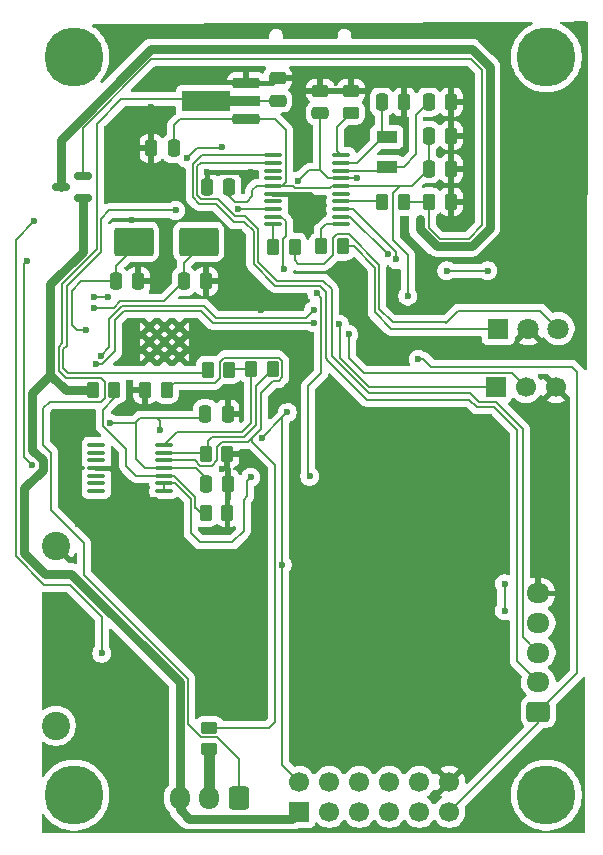
<source format=gbr>
%TF.GenerationSoftware,KiCad,Pcbnew,9.0.6*%
%TF.CreationDate,2025-11-22T08:39:34-08:00*%
%TF.ProjectId,bramble,6272616d-626c-4652-9e6b-696361645f70,rev?*%
%TF.SameCoordinates,Original*%
%TF.FileFunction,Copper,L2,Bot*%
%TF.FilePolarity,Positive*%
%FSLAX46Y46*%
G04 Gerber Fmt 4.6, Leading zero omitted, Abs format (unit mm)*
G04 Created by KiCad (PCBNEW 9.0.6) date 2025-11-22 08:39:34*
%MOMM*%
%LPD*%
G01*
G04 APERTURE LIST*
G04 Aperture macros list*
%AMRoundRect*
0 Rectangle with rounded corners*
0 $1 Rounding radius*
0 $2 $3 $4 $5 $6 $7 $8 $9 X,Y pos of 4 corners*
0 Add a 4 corners polygon primitive as box body*
4,1,4,$2,$3,$4,$5,$6,$7,$8,$9,$2,$3,0*
0 Add four circle primitives for the rounded corners*
1,1,$1+$1,$2,$3*
1,1,$1+$1,$4,$5*
1,1,$1+$1,$6,$7*
1,1,$1+$1,$8,$9*
0 Add four rect primitives between the rounded corners*
20,1,$1+$1,$2,$3,$4,$5,0*
20,1,$1+$1,$4,$5,$6,$7,0*
20,1,$1+$1,$6,$7,$8,$9,0*
20,1,$1+$1,$8,$9,$2,$3,0*%
%AMFreePoly0*
4,1,9,5.362500,-0.866500,1.237500,-0.866500,1.237500,-0.450000,-1.237500,-0.450000,-1.237500,0.450000,1.237500,0.450000,1.237500,0.866500,5.362500,0.866500,5.362500,-0.866500,5.362500,-0.866500,$1*%
G04 Aperture macros list end*
%TA.AperFunction,SMDPad,CuDef*%
%ADD10RoundRect,0.250000X-0.262500X-0.450000X0.262500X-0.450000X0.262500X0.450000X-0.262500X0.450000X0*%
%TD*%
%TA.AperFunction,SMDPad,CuDef*%
%ADD11RoundRect,0.250000X-0.250000X-0.475000X0.250000X-0.475000X0.250000X0.475000X-0.250000X0.475000X0*%
%TD*%
%TA.AperFunction,SMDPad,CuDef*%
%ADD12R,1.800000X1.000000*%
%TD*%
%TA.AperFunction,SMDPad,CuDef*%
%ADD13RoundRect,0.150000X0.587500X0.150000X-0.587500X0.150000X-0.587500X-0.150000X0.587500X-0.150000X0*%
%TD*%
%TA.AperFunction,ComponentPad*%
%ADD14R,1.800000X1.800000*%
%TD*%
%TA.AperFunction,ComponentPad*%
%ADD15C,1.800000*%
%TD*%
%TA.AperFunction,ComponentPad*%
%ADD16C,2.400000*%
%TD*%
%TA.AperFunction,SMDPad,CuDef*%
%ADD17RoundRect,0.100000X0.637500X0.100000X-0.637500X0.100000X-0.637500X-0.100000X0.637500X-0.100000X0*%
%TD*%
%TA.AperFunction,SMDPad,CuDef*%
%ADD18RoundRect,0.250000X-0.450000X0.262500X-0.450000X-0.262500X0.450000X-0.262500X0.450000X0.262500X0*%
%TD*%
%TA.AperFunction,ComponentPad*%
%ADD19C,5.000000*%
%TD*%
%TA.AperFunction,SMDPad,CuDef*%
%ADD20RoundRect,0.250000X0.450000X-0.262500X0.450000X0.262500X-0.450000X0.262500X-0.450000X-0.262500X0*%
%TD*%
%TA.AperFunction,SMDPad,CuDef*%
%ADD21RoundRect,0.250000X0.262500X0.450000X-0.262500X0.450000X-0.262500X-0.450000X0.262500X-0.450000X0*%
%TD*%
%TA.AperFunction,ComponentPad*%
%ADD22C,0.600000*%
%TD*%
%TA.AperFunction,SMDPad,CuDef*%
%ADD23RoundRect,0.250000X0.250000X0.475000X-0.250000X0.475000X-0.250000X-0.475000X0.250000X-0.475000X0*%
%TD*%
%TA.AperFunction,ComponentPad*%
%ADD24RoundRect,0.250000X0.600000X0.725000X-0.600000X0.725000X-0.600000X-0.725000X0.600000X-0.725000X0*%
%TD*%
%TA.AperFunction,ComponentPad*%
%ADD25O,1.700000X1.950000*%
%TD*%
%TA.AperFunction,SMDPad,CuDef*%
%ADD26RoundRect,0.250001X1.412499X0.949999X-1.412499X0.949999X-1.412499X-0.949999X1.412499X-0.949999X0*%
%TD*%
%TA.AperFunction,SMDPad,CuDef*%
%ADD27RoundRect,0.225000X0.925000X0.225000X-0.925000X0.225000X-0.925000X-0.225000X0.925000X-0.225000X0*%
%TD*%
%TA.AperFunction,SMDPad,CuDef*%
%ADD28FreePoly0,180.000000*%
%TD*%
%TA.AperFunction,ComponentPad*%
%ADD29R,1.700000X1.700000*%
%TD*%
%TA.AperFunction,ComponentPad*%
%ADD30C,1.700000*%
%TD*%
%TA.AperFunction,ComponentPad*%
%ADD31RoundRect,0.250000X0.725000X-0.600000X0.725000X0.600000X-0.725000X0.600000X-0.725000X-0.600000X0*%
%TD*%
%TA.AperFunction,ComponentPad*%
%ADD32O,1.950000X1.700000*%
%TD*%
%TA.AperFunction,SMDPad,CuDef*%
%ADD33RoundRect,0.250000X-0.475000X0.250000X-0.475000X-0.250000X0.475000X-0.250000X0.475000X0.250000X0*%
%TD*%
%TA.AperFunction,ViaPad*%
%ADD34C,0.600000*%
%TD*%
%TA.AperFunction,ViaPad*%
%ADD35C,0.400000*%
%TD*%
%TA.AperFunction,Conductor*%
%ADD36C,0.200000*%
%TD*%
%TA.AperFunction,Conductor*%
%ADD37C,0.800000*%
%TD*%
%TA.AperFunction,Conductor*%
%ADD38C,0.400000*%
%TD*%
%TA.AperFunction,Conductor*%
%ADD39C,0.900000*%
%TD*%
G04 APERTURE END LIST*
D10*
%TO.P,R8,1*%
%TO.N,/pmu/MEAS_CURRENT*%
X28087500Y-43500000D03*
%TO.P,R8,2*%
%TO.N,Net-(R7-Pad2)*%
X29912500Y-43500000D03*
%TD*%
D11*
%TO.P,C1,1,1*%
%TO.N,+3V3*%
X27890000Y-53170000D03*
%TO.P,C1,2,2*%
%TO.N,GND*%
X29790000Y-53170000D03*
%TD*%
D12*
%TO.P,Y1,1,1*%
%TO.N,Net-(U3-PC14-OSC32_IN)*%
X43225000Y-23802500D03*
%TO.P,Y1,2,2*%
%TO.N,Net-(U3-PC15-OSC32_OUT)*%
X43225000Y-26302500D03*
%TD*%
D13*
%TO.P,Q1,1,G*%
%TO.N,Net-(Q1-G)*%
X17487500Y-27050000D03*
%TO.P,Q1,2,S*%
%TO.N,+9V*%
X17487500Y-28950000D03*
%TO.P,Q1,3,D*%
%TO.N,Net-(Q1-D)*%
X15612500Y-28000000D03*
%TD*%
D14*
%TO.P,D1,1,A1*%
%TO.N,Net-(D1-A1)*%
X52660000Y-40000000D03*
D15*
%TO.P,D1,2,K*%
%TO.N,GND*%
X55200000Y-40000000D03*
%TO.P,D1,3,A2*%
%TO.N,Net-(D1-A2)*%
X57740000Y-40000000D03*
%TD*%
D16*
%TO.P,R6,1*%
%TO.N,GND*%
X15200000Y-58380000D03*
%TO.P,R6,2*%
%TO.N,GNDPWR*%
X15200000Y-73620000D03*
%TD*%
D17*
%TO.P,U3,1,PB9-BOOT0*%
%TO.N,Net-(U3-PB9-BOOT0)*%
X39362500Y-25325000D03*
%TO.P,U3,2,PC14-OSC32_IN*%
%TO.N,Net-(U3-PC14-OSC32_IN)*%
X39362500Y-25975000D03*
%TO.P,U3,3,PC15-OSC32_OUT*%
%TO.N,Net-(U3-PC15-OSC32_OUT)*%
X39362500Y-26625000D03*
%TO.P,U3,4,NRST*%
%TO.N,/pmu/NRST*%
X39362500Y-27275000D03*
%TO.P,U3,5,VDDA*%
%TO.N,VDD*%
X39362500Y-27925000D03*
%TO.P,U3,6,PA0-CK_IN*%
%TO.N,unconnected-(U3-PA0-CK_IN-Pad6)*%
X39362500Y-28575000D03*
%TO.P,U3,7,PA1*%
%TO.N,/pmu/3V3_POWER_ON*%
X39362500Y-29225000D03*
%TO.P,U3,8,PA2*%
%TO.N,/rp2040/RX*%
X39362500Y-29875000D03*
%TO.P,U3,9,PA3*%
%TO.N,/rp2040/TX*%
X39362500Y-30525000D03*
%TO.P,U3,10,PA4*%
%TO.N,Net-(U3-PA4)*%
X39362500Y-31175000D03*
%TO.P,U3,11,PA5*%
%TO.N,Net-(U3-PA5)*%
X33637500Y-31175000D03*
%TO.P,U3,12,PA6*%
%TO.N,/pmu/MEAS_V*%
X33637500Y-30525000D03*
%TO.P,U3,13,PA7*%
%TO.N,/pmu/MEAS_CURRENT*%
X33637500Y-29875000D03*
%TO.P,U3,14,PB1*%
%TO.N,unconnected-(U3-PB1-Pad14)*%
X33637500Y-29225000D03*
%TO.P,U3,15,VSS*%
%TO.N,GND*%
X33637500Y-28575000D03*
%TO.P,U3,16,VDD*%
%TO.N,VDD*%
X33637500Y-27925000D03*
%TO.P,U3,17,PA9*%
%TO.N,unconnected-(U3-PA9-Pad17)*%
X33637500Y-27275000D03*
%TO.P,U3,18,PA10*%
%TO.N,unconnected-(U3-PA10-Pad18)*%
X33637500Y-26625000D03*
%TO.P,U3,19,PA13*%
%TO.N,Net-(J1-Pin_3)*%
X33637500Y-25975000D03*
%TO.P,U3,20,PA14*%
%TO.N,Net-(J1-Pin_2)*%
X33637500Y-25325000D03*
%TD*%
D18*
%TO.P,R3,1*%
%TO.N,Net-(U2A-+)*%
X28200000Y-73797500D03*
%TO.P,R3,2*%
%TO.N,GNDPWR*%
X28200000Y-75622500D03*
%TD*%
D19*
%TO.P,U$4,1*%
%TO.N,N/C*%
X16750000Y-17000000D03*
%TD*%
D20*
%TO.P,R11,1*%
%TO.N,Net-(U3-PB9-BOOT0)*%
X40200000Y-21712500D03*
%TO.P,R11,2*%
%TO.N,GND*%
X40200000Y-19887500D03*
%TD*%
D21*
%TO.P,R4,1*%
%TO.N,Net-(U2A-+)*%
X24582500Y-45200000D03*
%TO.P,R4,2*%
%TO.N,GND*%
X22757500Y-45200000D03*
%TD*%
D22*
%TO.P,IC1,57,GND*%
%TO.N,GND*%
X25675000Y-39850000D03*
X24400000Y-39850000D03*
X23125000Y-39850000D03*
X25675000Y-41125000D03*
X24400000Y-41125000D03*
X23125000Y-41125000D03*
X25675000Y-42400000D03*
X24400000Y-42400000D03*
X23125000Y-42400000D03*
%TD*%
D19*
%TO.P,U$2,1*%
%TO.N,N/C*%
X16750000Y-79500000D03*
%TD*%
D21*
%TO.P,R10,1*%
%TO.N,GND*%
X29742500Y-55610000D03*
%TO.P,R10,2*%
%TO.N,Net-(U2B-+)*%
X27917500Y-55610000D03*
%TD*%
%TO.P,R1,1*%
%TO.N,Net-(Q1-G)*%
X44662500Y-29250000D03*
%TO.P,R1,2*%
%TO.N,/pmu/3V3_POWER_ON*%
X42837500Y-29250000D03*
%TD*%
D23*
%TO.P,C8,1,1*%
%TO.N,GND*%
X22200000Y-36000000D03*
%TO.P,C8,2,2*%
%TO.N,Net-(IC1-XIN)*%
X20300000Y-36000000D03*
%TD*%
D24*
%TO.P,J6,1,Pin_1*%
%TO.N,Net-(J6-Pin_1)*%
X30700000Y-79725000D03*
D25*
%TO.P,J6,2,Pin_2*%
%TO.N,GNDPWR*%
X28200000Y-79725000D03*
%TO.P,J6,3,Pin_3*%
%TO.N,+9V*%
X25700000Y-79725000D03*
%TD*%
D21*
%TO.P,R9,1*%
%TO.N,Net-(U2B-+)*%
X20172500Y-45200000D03*
%TO.P,R9,2*%
%TO.N,+9V*%
X18347500Y-45200000D03*
%TD*%
D26*
%TO.P,Y3,1,1*%
%TO.N,Net-(C9-Pad2)*%
X27312500Y-32650000D03*
%TO.P,Y3,2,2*%
%TO.N,Net-(IC1-XIN)*%
X21787500Y-32650000D03*
%TD*%
D10*
%TO.P,R2,1*%
%TO.N,Net-(Q1-G)*%
X46837500Y-29250000D03*
%TO.P,R2,2*%
%TO.N,GND*%
X48662500Y-29250000D03*
%TD*%
D27*
%TO.P,U5,1,GND*%
%TO.N,GND*%
X31337500Y-19250000D03*
D28*
%TO.P,U5,2,VI*%
%TO.N,Net-(J6-Pin_1)*%
X31250000Y-20750000D03*
D27*
%TO.P,U5,3,VO*%
%TO.N,VDD*%
X31337500Y-22250000D03*
%TD*%
D19*
%TO.P,U$3,1*%
%TO.N,N/C*%
X56750000Y-17000000D03*
%TD*%
D29*
%TO.P,J7,1,Pin_1*%
%TO.N,+9V*%
X35820000Y-80925000D03*
D30*
%TO.P,J7,2,Pin_2*%
%TO.N,+3V3*%
X35820000Y-78385000D03*
%TO.P,J7,3,Pin_3*%
%TO.N,/rp2040/VALVE_3*%
X38360000Y-80925000D03*
%TO.P,J7,4,Pin_4*%
%TO.N,/rp2040/MOTOR_HI_1*%
X38360000Y-78385000D03*
%TO.P,J7,5,Pin_5*%
%TO.N,/rp2040/VALVE_4*%
X40900000Y-80925000D03*
%TO.P,J7,6,Pin_6*%
%TO.N,/rp2040/MOTOR_HI_2*%
X40900000Y-78385000D03*
%TO.P,J7,7,Pin_7*%
%TO.N,/rp2040/VALVE_2*%
X43440000Y-80925000D03*
%TO.P,J7,8,Pin_8*%
%TO.N,/rp2040/MOTOR_LO_1*%
X43440000Y-78385000D03*
%TO.P,J7,9,Pin_9*%
%TO.N,/rp2040/VALVE_1*%
X45980000Y-80925000D03*
%TO.P,J7,10,Pin_10*%
%TO.N,/rp2040/MOTOR_LO_2*%
X45980000Y-78385000D03*
%TO.P,J7,11,Pin_11*%
%TO.N,VDD*%
X48520000Y-80925000D03*
%TO.P,J7,12,Pin_12*%
%TO.N,GND*%
X48520000Y-78385000D03*
%TD*%
D29*
%TO.P,J2,1,Pin_1*%
%TO.N,/rp2040/SWCLK*%
X52470000Y-44951250D03*
D30*
%TO.P,J2,2,Pin_2*%
%TO.N,/rp2040/SWDIO*%
X55010000Y-44951250D03*
%TO.P,J2,3,Pin_3*%
%TO.N,GND*%
X57550000Y-44951250D03*
%TD*%
D31*
%TO.P,J1,1,Pin_1*%
%TO.N,VDD*%
X56050000Y-72433750D03*
D32*
%TO.P,J1,2,Pin_2*%
%TO.N,Net-(J1-Pin_2)*%
X56050000Y-69933750D03*
%TO.P,J1,3,Pin_3*%
%TO.N,Net-(J1-Pin_3)*%
X56050000Y-67433750D03*
%TO.P,J1,4,Pin_4*%
%TO.N,/pmu/NRST*%
X56050000Y-64933750D03*
%TO.P,J1,5,Pin_5*%
%TO.N,GND*%
X56050000Y-62433750D03*
%TD*%
D19*
%TO.P,U$1,1*%
%TO.N,N/C*%
X56750000Y-79500000D03*
%TD*%
D21*
%TO.P,R22,1*%
%TO.N,Net-(D1-A1)*%
X39487500Y-33050000D03*
%TO.P,R22,2*%
%TO.N,Net-(U3-PA4)*%
X37662500Y-33050000D03*
%TD*%
D11*
%TO.P,C21,1*%
%TO.N,Net-(U3-PC14-OSC32_IN)*%
X42800000Y-20825000D03*
%TO.P,C21,2*%
%TO.N,GND*%
X44700000Y-20825000D03*
%TD*%
%TO.P,C5,1*%
%TO.N,VDD*%
X46780000Y-23676667D03*
%TO.P,C5,2*%
%TO.N,GND*%
X48680000Y-23676667D03*
%TD*%
D17*
%TO.P,U2,1*%
%TO.N,Net-(R7-Pad2)*%
X24362500Y-49850000D03*
%TO.P,U2,2,-*%
%TO.N,Net-(U2A--)*%
X24362500Y-50500000D03*
%TO.P,U2,3,+*%
%TO.N,Net-(U2A-+)*%
X24362500Y-51150000D03*
%TO.P,U2,4,V+*%
%TO.N,+3V3*%
X24362500Y-51800000D03*
%TO.P,U2,5,+*%
%TO.N,Net-(U2B-+)*%
X24362500Y-52450000D03*
%TO.P,U2,6,-*%
%TO.N,/pmu/MEAS_V*%
X24362500Y-53100000D03*
%TO.P,U2,7*%
X24362500Y-53750000D03*
%TO.P,U2,8*%
%TO.N,unconnected-(U2-Pad8)*%
X18637500Y-53750000D03*
%TO.P,U2,9,-*%
%TO.N,unconnected-(U2C---Pad9)*%
X18637500Y-53100000D03*
%TO.P,U2,10,+*%
%TO.N,unconnected-(U2C-+-Pad10)*%
X18637500Y-52450000D03*
%TO.P,U2,11,V-*%
%TO.N,GND*%
X18637500Y-51800000D03*
%TO.P,U2,12,+*%
%TO.N,unconnected-(U2D-+-Pad12)*%
X18637500Y-51150000D03*
%TO.P,U2,13,-*%
%TO.N,unconnected-(U2D---Pad13)*%
X18637500Y-50500000D03*
%TO.P,U2,14*%
%TO.N,unconnected-(U2-Pad14)*%
X18637500Y-49850000D03*
%TD*%
D11*
%TO.P,C22,1*%
%TO.N,Net-(U3-PC15-OSC32_OUT)*%
X46775000Y-20825000D03*
%TO.P,C22,2*%
%TO.N,GND*%
X48675000Y-20825000D03*
%TD*%
D21*
%TO.P,R7,1*%
%TO.N,Net-(U2A--)*%
X33572500Y-43460000D03*
%TO.P,R7,2*%
%TO.N,Net-(R7-Pad2)*%
X31747500Y-43460000D03*
%TD*%
D11*
%TO.P,C23,1*%
%TO.N,GND*%
X23300000Y-24750000D03*
%TO.P,C23,2*%
%TO.N,VDD*%
X25200000Y-24750000D03*
%TD*%
%TO.P,C2,1,1*%
%TO.N,+3V3*%
X27850000Y-47225000D03*
%TO.P,C2,2,2*%
%TO.N,GND*%
X29750000Y-47225000D03*
%TD*%
D21*
%TO.P,R23,1*%
%TO.N,Net-(D1-A2)*%
X35462500Y-33075000D03*
%TO.P,R23,2*%
%TO.N,Net-(U3-PA5)*%
X33637500Y-33075000D03*
%TD*%
D33*
%TO.P,C6,1*%
%TO.N,GND*%
X37600000Y-19870000D03*
%TO.P,C6,2*%
%TO.N,/pmu/NRST*%
X37600000Y-21770000D03*
%TD*%
D11*
%TO.P,C3,1*%
%TO.N,VDD*%
X46780000Y-26478333D03*
%TO.P,C3,2*%
%TO.N,GND*%
X48680000Y-26478333D03*
%TD*%
D21*
%TO.P,R5,1*%
%TO.N,GND*%
X29737500Y-50600000D03*
%TO.P,R5,2*%
%TO.N,Net-(U2A--)*%
X27912500Y-50600000D03*
%TD*%
D33*
%TO.P,C24,2*%
%TO.N,Net-(J6-Pin_1)*%
X34000000Y-20700000D03*
%TO.P,C24,1*%
%TO.N,GND*%
X34000000Y-18800000D03*
%TD*%
D23*
%TO.P,C4,1*%
%TO.N,VDD*%
X29900000Y-28000000D03*
%TO.P,C4,2*%
%TO.N,GND*%
X28000000Y-28000000D03*
%TD*%
%TO.P,C9,1,1*%
%TO.N,GND*%
X27950000Y-36000000D03*
%TO.P,C9,2,2*%
%TO.N,Net-(C9-Pad2)*%
X26050000Y-36000000D03*
%TD*%
D34*
%TO.N,GND*%
X29300000Y-51900000D03*
X32600000Y-38400000D03*
D35*
%TO.N,Net-(Q1-D)*%
X46000000Y-30750000D03*
D34*
%TO.N,/rp2040/MISO*%
X13181635Y-51568365D03*
%TO.N,VDD*%
X45000000Y-37250000D03*
%TO.N,/rp2040/MISO*%
X12750000Y-34250000D03*
%TO.N,+3V3*%
X48300000Y-35110000D03*
%TO.N,GND*%
X58000000Y-73500000D03*
X35400000Y-50750000D03*
X37200000Y-29100000D03*
X29250000Y-18250000D03*
%TO.N,/pmu/MEAS_CURRENT*%
X25350000Y-30000000D03*
%TO.N,/rp2040/TX*%
X43300000Y-33675000D03*
%TO.N,/rp2040/USBBOOT*%
X29300000Y-24600000D03*
%TO.N,GND*%
X21700000Y-30800000D03*
%TO.N,Net-(IC1-XIN)*%
X17750000Y-40100000D03*
%TO.N,/pmu/NRST*%
X53200000Y-61600000D03*
%TO.N,GND*%
X44000000Y-15000000D03*
%TO.N,/rp2040/SCK*%
X18423000Y-37299915D03*
%TO.N,+3V3*%
X34809236Y-47103224D03*
%TO.N,/rp2040/SWDIO*%
X37054000Y-39500000D03*
%TO.N,GND*%
X41000000Y-59840000D03*
%TO.N,/pmu/MEAS_V*%
X36700000Y-52500000D03*
X31700000Y-52598000D03*
%TO.N,/rp2040/SCK*%
X19624000Y-37300000D03*
%TO.N,+3V3*%
X19796000Y-48000000D03*
X34390000Y-59990000D03*
%TO.N,/rp2040/RX*%
X44025000Y-34150000D03*
%TO.N,Net-(C9-Pad2)*%
X18400000Y-38250000D03*
%TO.N,/pmu/NRST*%
X35750000Y-27500000D03*
%TO.N,+3V3*%
X51770000Y-35110000D03*
%TO.N,/rp2040/USBBOOT*%
X13400000Y-30900000D03*
%TO.N,/pmu/MEAS_V*%
X37300000Y-37000000D03*
X34524236Y-34924293D03*
%TO.N,/pmu/NRST*%
X40750000Y-27250000D03*
X53200000Y-63900000D03*
%TO.N,GND*%
X44000000Y-18250000D03*
X23262117Y-21262884D03*
X23580000Y-54490000D03*
X17050000Y-56550000D03*
X30750000Y-45500000D03*
X43900000Y-42100000D03*
X30000000Y-34522792D03*
X34500000Y-46100000D03*
X28000000Y-26750000D03*
X43000000Y-70775000D03*
X31750000Y-26750000D03*
%TO.N,VDD*%
X45887500Y-42581910D03*
%TO.N,/pmu/MEAS_CURRENT*%
X30601000Y-29850000D03*
%TO.N,+3V3*%
X32650000Y-49300000D03*
%TO.N,/rp2040/USBBOOT*%
X26300000Y-25600000D03*
X19100000Y-67500000D03*
%TO.N,/rp2040/SWCLK*%
X37054000Y-38450000D03*
X18996476Y-42325000D03*
%TO.N,/rp2040/SWDIO*%
X40000000Y-40500000D03*
%TO.N,/rp2040/SWCLK*%
X39213343Y-39650000D03*
%TO.N,+3V3*%
X24040000Y-48590000D03*
%TO.N,/rp2040/SWDIO*%
X18595130Y-43017044D03*
%TD*%
D36*
%TO.N,Net-(U2B-+)*%
X19195000Y-48248943D02*
X19195000Y-46877500D01*
%TO.N,/pmu/NRST*%
X40725000Y-27275000D02*
X40750000Y-27250000D01*
%TO.N,/rp2040/MISO*%
X13181635Y-51568365D02*
X12474000Y-50860730D01*
%TO.N,/pmu/MEAS_CURRENT*%
X19750000Y-30000000D02*
X25350000Y-30000000D01*
X16151000Y-36416100D02*
X19050000Y-33517100D01*
%TO.N,Net-(C9-Pad2)*%
X26050000Y-34462500D02*
X27762500Y-32750000D01*
%TO.N,/pmu/MEAS_CURRENT*%
X28087500Y-43500000D02*
X27837500Y-43750000D01*
D37*
%TO.N,+9V*%
X12500000Y-53500000D02*
X12524207Y-53500000D01*
D36*
%TO.N,Net-(J6-Pin_1)*%
X28885160Y-74611000D02*
X27514840Y-74611000D01*
D37*
%TO.N,+9V*%
X18347500Y-45200000D02*
X16050000Y-45200000D01*
D36*
%TO.N,/pmu/MEAS_CURRENT*%
X27837500Y-43750000D02*
X16250000Y-43750000D01*
%TO.N,+3V3*%
X34390000Y-59990000D02*
X34390000Y-47490000D01*
%TO.N,Net-(J6-Pin_1)*%
X14700000Y-46200000D02*
X17200000Y-46200000D01*
%TO.N,/rp2040/SCK*%
X18423000Y-37299915D02*
X19623915Y-37299915D01*
%TO.N,VDD*%
X44325000Y-27925000D02*
X44500000Y-27925000D01*
%TO.N,Net-(J1-Pin_2)*%
X31166450Y-30983550D02*
X30283550Y-30983550D01*
%TO.N,+3V3*%
X28050000Y-47575000D02*
X23750000Y-47575000D01*
%TO.N,VDD*%
X59350000Y-69133750D02*
X56050000Y-72433750D01*
D37*
%TO.N,Net-(Q1-D)*%
X50410126Y-33018000D02*
X51948000Y-31480126D01*
X46000000Y-30750000D02*
X46000000Y-31568126D01*
D36*
%TO.N,Net-(U3-PC15-OSC32_OUT)*%
X45700000Y-25250000D02*
X45700000Y-21900000D01*
D37*
%TO.N,+9V*%
X26500000Y-81500000D02*
X35245000Y-81500000D01*
D36*
%TO.N,Net-(U2A--)*%
X28087500Y-49532500D02*
X28440000Y-49180000D01*
D37*
%TO.N,GND*%
X25675000Y-39850000D02*
X25650000Y-39850000D01*
%TO.N,+9V*%
X13175000Y-45475000D02*
X14750000Y-43900000D01*
%TO.N,Net-(Q1-D)*%
X51948000Y-17889874D02*
X50408126Y-16350000D01*
D36*
%TO.N,VDD*%
X33637500Y-27925000D02*
X35325057Y-27925000D01*
%TO.N,/rp2040/SWDIO*%
X53859000Y-43800250D02*
X55010000Y-44951250D01*
D37*
%TO.N,Net-(Q1-D)*%
X51948000Y-31480126D02*
X51948000Y-17889874D01*
D36*
%TO.N,Net-(J1-Pin_2)*%
X37574028Y-36374028D02*
X33756928Y-36374028D01*
%TO.N,Net-(J6-Pin_1)*%
X19043160Y-46201000D02*
X19359000Y-45885160D01*
D37*
%TO.N,+9V*%
X16500000Y-60750000D02*
X14250000Y-60750000D01*
D36*
%TO.N,/rp2040/SWDIO*%
X27500000Y-38500000D02*
X21000000Y-38500000D01*
%TO.N,/pmu/MEAS_CURRENT*%
X15852000Y-41750000D02*
X16151000Y-41451000D01*
%TO.N,Net-(J1-Pin_3)*%
X51000000Y-46250000D02*
X52500000Y-46250000D01*
%TO.N,VDD*%
X45887500Y-42581910D02*
X46331910Y-42581910D01*
%TO.N,Net-(J6-Pin_1)*%
X15750000Y-36250000D02*
X18700000Y-33300000D01*
X19359000Y-45885160D02*
X19359000Y-44500000D01*
%TO.N,Net-(D1-A2)*%
X57740000Y-40000000D02*
X56240000Y-38500000D01*
%TO.N,Net-(J6-Pin_1)*%
X26401000Y-73497160D02*
X26401000Y-69651000D01*
%TO.N,VDD*%
X58900000Y-43250000D02*
X59350000Y-43700000D01*
X31850000Y-28800000D02*
X31850000Y-28300000D01*
%TO.N,/pmu/MEAS_CURRENT*%
X16250000Y-43750000D02*
X15852000Y-43352000D01*
%TO.N,VDD*%
X56050000Y-73395000D02*
X56050000Y-72433750D01*
D38*
%TO.N,GND*%
X33550000Y-19250000D02*
X34000000Y-18800000D01*
D36*
%TO.N,Net-(C9-Pad2)*%
X24352000Y-37698000D02*
X20667800Y-37698000D01*
%TO.N,Net-(Q1-G)*%
X47710000Y-32390000D02*
X46837500Y-31517500D01*
%TO.N,/pmu/MEAS_V*%
X31100000Y-57150000D02*
X30150000Y-58100000D01*
%TO.N,Net-(J6-Pin_1)*%
X19359000Y-44500000D02*
X19058000Y-44199000D01*
%TO.N,Net-(Q1-G)*%
X50150000Y-32390000D02*
X47710000Y-32390000D01*
%TO.N,Net-(J6-Pin_1)*%
X17200000Y-46200000D02*
X17201000Y-46201000D01*
%TO.N,Net-(J1-Pin_3)*%
X52500000Y-46250000D02*
X54750000Y-48500000D01*
%TO.N,Net-(Q1-G)*%
X51320000Y-18150000D02*
X51320000Y-31220000D01*
%TO.N,VDD*%
X33750000Y-22250000D02*
X31337500Y-22250000D01*
X48520000Y-80925000D02*
X56050000Y-73395000D01*
%TO.N,Net-(J1-Pin_2)*%
X41533550Y-46033550D02*
X38150000Y-42650000D01*
%TO.N,Net-(U3-PC15-OSC32_OUT)*%
X43225000Y-26302500D02*
X44647500Y-26302500D01*
%TO.N,/pmu/MEAS_CURRENT*%
X19050000Y-33517100D02*
X19050000Y-30700000D01*
%TO.N,VDD*%
X46331910Y-42581910D02*
X47000000Y-43250000D01*
%TO.N,/pmu/NRST*%
X39362500Y-27275000D02*
X40725000Y-27275000D01*
D37*
%TO.N,+9V*%
X14082635Y-51941572D02*
X14082635Y-51157635D01*
D36*
%TO.N,Net-(U3-PB9-BOOT0)*%
X39000000Y-24962500D02*
X39362500Y-25325000D01*
%TO.N,Net-(Q1-G)*%
X51320000Y-31220000D02*
X50150000Y-32390000D01*
%TO.N,Net-(J6-Pin_1)*%
X19058000Y-44199000D02*
X16040364Y-44199000D01*
%TO.N,/pmu/MEAS_CURRENT*%
X33637500Y-29875000D02*
X30626000Y-29875000D01*
%TO.N,Net-(D1-A2)*%
X40000000Y-32000000D02*
X39038840Y-32000000D01*
%TO.N,+3V3*%
X24362500Y-51800000D02*
X22740000Y-51800000D01*
%TO.N,/rp2040/MISO*%
X12474000Y-50860730D02*
X12474000Y-34526000D01*
%TO.N,+3V3*%
X22010000Y-51070000D02*
X22010000Y-47920000D01*
%TO.N,Net-(J1-Pin_2)*%
X31949000Y-31766100D02*
X31166450Y-30983550D01*
%TO.N,/pmu/MEAS_V*%
X36550000Y-52350000D02*
X36700000Y-52500000D01*
%TO.N,/pmu/MEAS_CURRENT*%
X16151000Y-41451000D02*
X16151000Y-36416100D01*
%TO.N,Net-(J6-Pin_1)*%
X26401000Y-69651000D02*
X17600000Y-60850000D01*
%TO.N,Net-(IC1-XIN)*%
X16552000Y-36825000D02*
X16552000Y-39675000D01*
%TO.N,Net-(Q1-G)*%
X17487500Y-23012500D02*
X23300000Y-17200000D01*
X50370000Y-17200000D02*
X51320000Y-18150000D01*
%TO.N,Net-(J6-Pin_1)*%
X20750000Y-20600000D02*
X31100000Y-20600000D01*
D37*
%TO.N,+9V*%
X13175000Y-50250000D02*
X13175000Y-45475000D01*
D36*
%TO.N,Net-(U2B-+)*%
X24362500Y-52450000D02*
X25200000Y-52450000D01*
%TO.N,Net-(Q1-G)*%
X23300000Y-17200000D02*
X50370000Y-17200000D01*
%TO.N,VDD*%
X34676000Y-27623999D02*
X34676000Y-23176000D01*
D38*
%TO.N,GND*%
X36702000Y-28602000D02*
X37200000Y-29100000D01*
D36*
%TO.N,/pmu/MEAS_V*%
X37674972Y-43775028D02*
X37674972Y-37374972D01*
%TO.N,Net-(J6-Pin_1)*%
X31100000Y-20600000D02*
X31250000Y-20750000D01*
%TO.N,Net-(U2B-+)*%
X28087500Y-55610000D02*
X27520000Y-55610000D01*
D37*
%TO.N,Net-(Q1-D)*%
X46000000Y-31568126D02*
X47449874Y-33018000D01*
D36*
%TO.N,Net-(U2B-+)*%
X22010000Y-52450000D02*
X21180000Y-51620000D01*
%TO.N,Net-(J6-Pin_1)*%
X15451000Y-41526049D02*
X15750000Y-41227049D01*
%TO.N,Net-(J1-Pin_2)*%
X38099000Y-36899000D02*
X37574028Y-36374028D01*
%TO.N,Net-(Q1-G)*%
X17487500Y-27050000D02*
X17487500Y-23012500D01*
%TO.N,Net-(D1-A1)*%
X52660000Y-40000000D02*
X43600000Y-40000000D01*
%TO.N,Net-(J6-Pin_1)*%
X30700000Y-79725000D02*
X30700000Y-76425840D01*
D37*
%TO.N,+9V*%
X12500000Y-59000000D02*
X12500000Y-53500000D01*
D38*
%TO.N,GND*%
X22490000Y-54490000D02*
X23580000Y-54490000D01*
D36*
%TO.N,Net-(U3-PC15-OSC32_OUT)*%
X44647500Y-26302500D02*
X45700000Y-25250000D01*
%TO.N,VDD*%
X31337500Y-22250000D02*
X25750000Y-22250000D01*
%TO.N,Net-(J6-Pin_1)*%
X27514840Y-74611000D02*
X26401000Y-73497160D01*
%TO.N,Net-(U3-PA4)*%
X37650000Y-31600000D02*
X37662500Y-31612500D01*
%TO.N,Net-(J6-Pin_1)*%
X14800000Y-55400000D02*
X14800000Y-50500000D01*
%TO.N,+3V3*%
X27890000Y-53170000D02*
X27890000Y-52643260D01*
%TO.N,/pmu/MEAS_CURRENT*%
X30601000Y-29851000D02*
X30750000Y-30000000D01*
%TO.N,Net-(J6-Pin_1)*%
X14800000Y-50500000D02*
X14150000Y-49850000D01*
%TO.N,Net-(J1-Pin_2)*%
X27830000Y-25320000D02*
X27835000Y-25325000D01*
%TO.N,Net-(J6-Pin_1)*%
X17600000Y-60850000D02*
X17600000Y-58200000D01*
%TO.N,/rp2040/SWCLK*%
X19750000Y-39182900D02*
X19750000Y-41571476D01*
%TO.N,Net-(J1-Pin_3)*%
X41682900Y-45500000D02*
X50250000Y-45500000D01*
D37*
%TO.N,+9V*%
X17487500Y-28950000D02*
X17487500Y-33487500D01*
D36*
%TO.N,/pmu/MEAS_V*%
X27450000Y-58100000D02*
X26624000Y-57274000D01*
%TO.N,/pmu/3V3_POWER_ON*%
X42812500Y-29225000D02*
X42837500Y-29250000D01*
D37*
%TO.N,+9V*%
X35245000Y-81500000D02*
X35820000Y-80925000D01*
X25700000Y-80700000D02*
X26500000Y-81500000D01*
D36*
%TO.N,Net-(U2A-+)*%
X24362500Y-51150000D02*
X26963840Y-51150000D01*
%TO.N,Net-(J6-Pin_1)*%
X16040364Y-44199000D02*
X15451000Y-43609636D01*
D39*
%TO.N,GNDPWR*%
X28200000Y-79725000D02*
X28200000Y-75622500D01*
D36*
%TO.N,/pmu/MEAS_V*%
X31400000Y-52898000D02*
X31400000Y-54200000D01*
%TO.N,+3V3*%
X32650000Y-49300000D02*
X32650000Y-49230000D01*
D37*
%TO.N,+9V*%
X17500000Y-33500000D02*
X14750000Y-36250000D01*
D36*
%TO.N,Net-(U2A-+)*%
X34386000Y-44145160D02*
X34070160Y-44461000D01*
D37*
%TO.N,Net-(Q1-D)*%
X23261874Y-16350000D02*
X15612500Y-23999374D01*
D36*
%TO.N,VDD*%
X47000000Y-43250000D02*
X58900000Y-43250000D01*
%TO.N,/pmu/MEAS_CURRENT*%
X15852000Y-43352000D02*
X15852000Y-41750000D01*
%TO.N,+3V3*%
X51770000Y-35110000D02*
X48300000Y-35110000D01*
%TO.N,/rp2040/RX*%
X44025000Y-33550057D02*
X44025000Y-34150000D01*
D38*
%TO.N,GND*%
X28000000Y-26750000D02*
X31750000Y-26750000D01*
D36*
%TO.N,/rp2040/SWDIO*%
X41300250Y-43800250D02*
X53859000Y-43800250D01*
%TO.N,Net-(C9-Pad2)*%
X26050000Y-36000000D02*
X24352000Y-37698000D01*
D38*
%TO.N,GND*%
X28000000Y-26750000D02*
X28000000Y-28000000D01*
D37*
%TO.N,+9V*%
X14750000Y-36250000D02*
X14750000Y-43900000D01*
D38*
%TO.N,GND*%
X33637500Y-28575000D02*
X33664500Y-28602000D01*
D36*
%TO.N,Net-(Q1-G)*%
X46837500Y-29250000D02*
X44662500Y-29250000D01*
%TO.N,+3V3*%
X22740000Y-51800000D02*
X22010000Y-51070000D01*
D37*
%TO.N,+9V*%
X17487500Y-33487500D02*
X17500000Y-33500000D01*
D36*
%TO.N,Net-(J6-Pin_1)*%
X14150000Y-46750000D02*
X14700000Y-46200000D01*
%TO.N,Net-(J1-Pin_3)*%
X50250000Y-45500000D02*
X51000000Y-46250000D01*
D37*
%TO.N,+9V*%
X25700000Y-79725000D02*
X25700000Y-80700000D01*
D36*
%TO.N,/rp2040/SWCLK*%
X39250000Y-42500000D02*
X41701250Y-44951250D01*
D37*
%TO.N,+9V*%
X14750000Y-43900000D02*
X16050000Y-45200000D01*
X25700000Y-79725000D02*
X25700000Y-69950000D01*
D36*
%TO.N,Net-(J1-Pin_3)*%
X27514840Y-29026000D02*
X28926000Y-29026000D01*
%TO.N,+3V3*%
X24362500Y-51800000D02*
X27046740Y-51800000D01*
%TO.N,/rp2040/SWCLK*%
X27750000Y-38099000D02*
X20833900Y-38099000D01*
D37*
%TO.N,+9V*%
X14082635Y-51157635D02*
X13175000Y-50250000D01*
%TO.N,Net-(Q1-D)*%
X47449874Y-33018000D02*
X50410126Y-33018000D01*
%TO.N,+9V*%
X25700000Y-69950000D02*
X16500000Y-60750000D01*
D36*
%TO.N,Net-(J6-Pin_1)*%
X17201000Y-46201000D02*
X19043160Y-46201000D01*
%TO.N,Net-(U3-PC15-OSC32_OUT)*%
X45700000Y-21900000D02*
X46775000Y-20825000D01*
%TO.N,Net-(J6-Pin_1)*%
X14150000Y-49850000D02*
X14150000Y-46750000D01*
%TO.N,Net-(U2A-+)*%
X34070160Y-42459000D02*
X34386000Y-42774840D01*
%TO.N,/rp2040/SWDIO*%
X21000000Y-38500000D02*
X20250000Y-39250000D01*
%TO.N,Net-(U2A-+)*%
X32580000Y-45440000D02*
X32580000Y-48520057D01*
%TO.N,VDD*%
X56050000Y-72200000D02*
X56050000Y-72433750D01*
%TO.N,Net-(J1-Pin_2)*%
X31949000Y-34566100D02*
X31949000Y-31766100D01*
D37*
%TO.N,Net-(Q1-D)*%
X50408126Y-16350000D02*
X23261874Y-16350000D01*
D36*
%TO.N,Net-(D1-A2)*%
X38674000Y-32364840D02*
X38674000Y-33735160D01*
D37*
%TO.N,+9V*%
X12524207Y-53500000D02*
X14082635Y-51941572D01*
D36*
%TO.N,Net-(J1-Pin_3)*%
X27199000Y-28710160D02*
X27514840Y-29026000D01*
%TO.N,Net-(D1-A2)*%
X35750000Y-34500000D02*
X35462500Y-34212500D01*
%TO.N,VDD*%
X32225000Y-27925000D02*
X33637500Y-27925000D01*
%TO.N,Net-(J6-Pin_1)*%
X18700000Y-22650000D02*
X20750000Y-20600000D01*
D38*
%TO.N,GND*%
X18637500Y-51800000D02*
X19800000Y-51800000D01*
D36*
%TO.N,Net-(U2A--)*%
X32160000Y-48137100D02*
X32160000Y-44872500D01*
%TO.N,+3V3*%
X24362500Y-51800000D02*
X25030000Y-51800000D01*
%TO.N,Net-(J1-Pin_2)*%
X38150000Y-42534200D02*
X38099000Y-42483200D01*
%TO.N,Net-(D1-A2)*%
X42600000Y-38357900D02*
X42600000Y-34600000D01*
%TO.N,/rp2040/SWDIO*%
X40000000Y-42500000D02*
X41300250Y-43800250D01*
D38*
%TO.N,GND*%
X31337500Y-19250000D02*
X33550000Y-19250000D01*
D36*
%TO.N,/rp2040/USBBOOT*%
X16400000Y-61700000D02*
X19100000Y-64400000D01*
%TO.N,Net-(D1-A2)*%
X48250000Y-39500000D02*
X48228950Y-39478950D01*
%TO.N,Net-(J6-Pin_1)*%
X15451000Y-43609636D02*
X15451000Y-41526049D01*
%TO.N,Net-(J1-Pin_2)*%
X38099000Y-42483200D02*
X38099000Y-36899000D01*
%TO.N,Net-(J1-Pin_3)*%
X31200000Y-30450000D02*
X32350000Y-31600000D01*
%TO.N,Net-(Q1-G)*%
X46837500Y-31517500D02*
X46837500Y-29250000D01*
%TO.N,Net-(U2A--)*%
X24362500Y-50500000D02*
X27987500Y-50500000D01*
%TO.N,+3V3*%
X22355000Y-47575000D02*
X22010000Y-47920000D01*
X19796000Y-48000000D02*
X21930000Y-48000000D01*
X24040000Y-48590000D02*
X24040000Y-47865000D01*
X27890000Y-52643260D02*
X27421740Y-52175000D01*
X34390000Y-76955000D02*
X35820000Y-78385000D01*
X34776776Y-47103224D02*
X34809236Y-47103224D01*
X32650000Y-49300000D02*
X32600000Y-49250000D01*
X27046740Y-51800000D02*
X27421740Y-52175000D01*
X32650000Y-49230000D02*
X34390000Y-47490000D01*
X24040000Y-47865000D02*
X23750000Y-47575000D01*
X34390000Y-47490000D02*
X34776776Y-47103224D01*
%TO.N,/rp2040/SWCLK*%
X39213343Y-39650000D02*
X39250000Y-39686657D01*
%TO.N,Net-(C9-Pad2)*%
X18400000Y-38250000D02*
X20115800Y-38250000D01*
X20667800Y-37698000D02*
X20115800Y-38250000D01*
X26050000Y-36000000D02*
X26050000Y-34462500D01*
%TO.N,/pmu/NRST*%
X37600000Y-26600000D02*
X37600000Y-21770000D01*
%TO.N,/rp2040/SWDIO*%
X19154375Y-43017044D02*
X18595130Y-43017044D01*
X40000000Y-40500000D02*
X40000000Y-42500000D01*
X20250000Y-41921419D02*
X19154375Y-43017044D01*
X37054000Y-39500000D02*
X28500000Y-39500000D01*
X28500000Y-39500000D02*
X27500000Y-38500000D01*
X20250000Y-39250000D02*
X20250000Y-41921419D01*
%TO.N,+3V3*%
X21930000Y-48000000D02*
X22010000Y-47920000D01*
%TO.N,Net-(U3-PC14-OSC32_IN)*%
X40725000Y-25975000D02*
X42897500Y-23802500D01*
%TO.N,Net-(IC1-XIN)*%
X17377000Y-36000000D02*
X16552000Y-36825000D01*
%TO.N,/rp2040/MISO*%
X12474000Y-34526000D02*
X12750000Y-34250000D01*
%TO.N,Net-(U2A-+)*%
X33775000Y-51550000D02*
X33775000Y-73275000D01*
%TO.N,Net-(J6-Pin_1)*%
X18700000Y-33300000D02*
X18700000Y-22650000D01*
%TO.N,/rp2040/SWCLK*%
X28750000Y-39099000D02*
X27750000Y-38099000D01*
%TO.N,Net-(D1-A1)*%
X42166100Y-34766100D02*
X40450000Y-33050000D01*
%TO.N,/rp2040/SWCLK*%
X19750000Y-41571476D02*
X18996476Y-42325000D01*
%TO.N,/rp2040/USBBOOT*%
X14208636Y-61700000D02*
X16400000Y-61700000D01*
%TO.N,/rp2040/SWCLK*%
X37054000Y-38450000D02*
X37004000Y-38500000D01*
%TO.N,Net-(J1-Pin_3)*%
X54750000Y-66133750D02*
X56050000Y-67433750D01*
%TO.N,Net-(R7-Pad2)*%
X30951000Y-48779000D02*
X31747500Y-47982500D01*
%TO.N,/rp2040/SWCLK*%
X36401000Y-39099000D02*
X28750000Y-39099000D01*
X20833900Y-38099000D02*
X19750000Y-39182900D01*
%TO.N,Net-(J6-Pin_1)*%
X34000000Y-20700000D02*
X31300000Y-20700000D01*
%TO.N,Net-(J1-Pin_2)*%
X38150000Y-42650000D02*
X38150000Y-42534200D01*
%TO.N,/rp2040/SWCLK*%
X37000000Y-38500000D02*
X36401000Y-39099000D01*
X39250000Y-39686657D02*
X39250000Y-42500000D01*
X37004000Y-38500000D02*
X37000000Y-38500000D01*
D37*
%TO.N,+9V*%
X14250000Y-60750000D02*
X12500000Y-59000000D01*
D36*
%TO.N,/rp2040/USBBOOT*%
X27150000Y-24750000D02*
X29150000Y-24750000D01*
X11799000Y-32501000D02*
X11799000Y-59290364D01*
%TO.N,/pmu/MEAS_CURRENT*%
X19050000Y-30700000D02*
X19750000Y-30000000D01*
%TO.N,Net-(J6-Pin_1)*%
X17600000Y-58200000D02*
X14800000Y-55400000D01*
%TO.N,+3V3*%
X23750000Y-47575000D02*
X22355000Y-47575000D01*
%TO.N,/rp2040/USBBOOT*%
X11799000Y-59290364D02*
X14208636Y-61700000D01*
%TO.N,VDD*%
X35501057Y-28101000D02*
X38449001Y-28101000D01*
%TO.N,Net-(U2B-+)*%
X27075000Y-55225000D02*
X27025000Y-55175000D01*
%TO.N,Net-(J1-Pin_2)*%
X56050000Y-69933750D02*
X54250000Y-68133750D01*
%TO.N,Net-(D1-A2)*%
X49250000Y-38500000D02*
X48250000Y-39500000D01*
%TO.N,/pmu/MEAS_V*%
X34676000Y-32164840D02*
X34676000Y-30906130D01*
%TO.N,Net-(U2A-+)*%
X34070160Y-44461000D02*
X33559000Y-44461000D01*
%TO.N,Net-(U2B-+)*%
X27025000Y-55175000D02*
X27025000Y-54275000D01*
%TO.N,Net-(J6-Pin_1)*%
X15750000Y-41227049D02*
X15750000Y-36250000D01*
D38*
%TO.N,GND*%
X33664500Y-28602000D02*
X36702000Y-28602000D01*
D36*
%TO.N,Net-(J1-Pin_2)*%
X26798000Y-26109900D02*
X27587900Y-25320000D01*
%TO.N,/rp2040/SCK*%
X19623915Y-37299915D02*
X19624000Y-37300000D01*
D38*
%TO.N,GND*%
X19800000Y-51800000D02*
X22490000Y-54490000D01*
D36*
%TO.N,Net-(IC1-XIN)*%
X20300000Y-34687500D02*
X22237500Y-32750000D01*
X20300000Y-36000000D02*
X20300000Y-34687500D01*
X20300000Y-36000000D02*
X17377000Y-36000000D01*
%TO.N,/pmu/MEAS_V*%
X36550000Y-44900000D02*
X36550000Y-52350000D01*
X24362500Y-53750000D02*
X24362500Y-53100000D01*
%TO.N,Net-(J1-Pin_2)*%
X27348740Y-29427000D02*
X26798000Y-28876260D01*
%TO.N,Net-(U2A-+)*%
X34386000Y-42774840D02*
X34386000Y-44145160D01*
%TO.N,/rp2040/RX*%
X39362500Y-29875000D02*
X40349943Y-29875000D01*
X40349943Y-29875000D02*
X44025000Y-33550057D01*
%TO.N,Net-(U2A--)*%
X27987500Y-50500000D02*
X28087500Y-50400000D01*
X28087500Y-50400000D02*
X28087500Y-49532500D01*
%TO.N,+3V3*%
X34390000Y-59990000D02*
X34390000Y-76955000D01*
%TO.N,Net-(U2A-+)*%
X29099000Y-44151000D02*
X29099000Y-42814840D01*
X28410160Y-51601000D02*
X28850000Y-51161160D01*
%TO.N,Net-(IC1-XIN)*%
X16977000Y-40100000D02*
X16552000Y-39675000D01*
%TO.N,Net-(D1-A2)*%
X39038840Y-32000000D02*
X38674000Y-32364840D01*
%TO.N,Net-(J1-Pin_2)*%
X50833900Y-46651000D02*
X50216450Y-46033550D01*
%TO.N,/rp2040/SWCLK*%
X41701250Y-44951250D02*
X52470000Y-44951250D01*
%TO.N,/rp2040/TX*%
X40150000Y-30525000D02*
X43300000Y-33675000D01*
X39362500Y-30525000D02*
X40150000Y-30525000D01*
%TO.N,Net-(J1-Pin_2)*%
X33756928Y-36374028D02*
X31949000Y-34566100D01*
D38*
%TO.N,GND*%
X29700000Y-50600000D02*
X29737500Y-50600000D01*
D36*
%TO.N,VDD*%
X59350000Y-43700000D02*
X59350000Y-69133750D01*
%TO.N,Net-(U3-PB9-BOOT0)*%
X40200000Y-21712500D02*
X39000000Y-22912500D01*
%TO.N,/rp2040/USBBOOT*%
X13400000Y-30900000D02*
X11799000Y-32501000D01*
X19100000Y-64400000D02*
X19100000Y-67500000D01*
X26300000Y-25600000D02*
X27150000Y-24750000D01*
X29150000Y-24750000D02*
X29300000Y-24600000D01*
%TO.N,Net-(J1-Pin_2)*%
X28759900Y-29427000D02*
X27348740Y-29427000D01*
X52333900Y-46651000D02*
X50833900Y-46651000D01*
X27835000Y-25325000D02*
X33637500Y-25325000D01*
X27587900Y-25320000D02*
X27830000Y-25320000D01*
X26798000Y-28876260D02*
X26798000Y-26109900D01*
X54250000Y-68133750D02*
X54250000Y-48567100D01*
X50216450Y-46033550D02*
X41533550Y-46033550D01*
X30283550Y-30983550D02*
X28759900Y-29459900D01*
D37*
%TO.N,Net-(Q1-D)*%
X15612500Y-23999374D02*
X15612500Y-28000000D01*
D36*
%TO.N,Net-(J1-Pin_2)*%
X28759900Y-29459900D02*
X28759900Y-29427000D01*
%TO.N,Net-(J6-Pin_1)*%
X30700000Y-76425840D02*
X28885160Y-74611000D01*
%TO.N,Net-(J1-Pin_2)*%
X54250000Y-48567100D02*
X52333900Y-46651000D01*
%TO.N,Net-(IC1-XIN)*%
X17750000Y-40100000D02*
X16977000Y-40100000D01*
%TO.N,/pmu/NRST*%
X36650000Y-26600000D02*
X35750000Y-27500000D01*
X53200000Y-61600000D02*
X53200000Y-63900000D01*
X38275000Y-27275000D02*
X37600000Y-26600000D01*
X39362500Y-27275000D02*
X38275000Y-27275000D01*
X37600000Y-26600000D02*
X36650000Y-26600000D01*
%TO.N,Net-(J1-Pin_3)*%
X32350000Y-34400000D02*
X33900000Y-35950000D01*
X54750000Y-48500000D02*
X54750000Y-66133750D01*
X27500000Y-25975000D02*
X27199000Y-26276000D01*
X37850000Y-35950000D02*
X38550000Y-36650000D01*
X31199000Y-30451000D02*
X31200000Y-30450000D01*
X56050000Y-67450000D02*
X56050000Y-67433750D01*
X27199000Y-26276000D02*
X27199000Y-28710160D01*
X33637500Y-25975000D02*
X27500000Y-25975000D01*
X32350000Y-31600000D02*
X32350000Y-34400000D01*
X28926000Y-29026000D02*
X30351000Y-30451000D01*
X33900000Y-35950000D02*
X37850000Y-35950000D01*
X38550000Y-42367100D02*
X41682900Y-45500000D01*
X38550000Y-36650000D02*
X38550000Y-42367100D01*
X30351000Y-30451000D02*
X31199000Y-30451000D01*
%TO.N,Net-(U3-PC14-OSC32_IN)*%
X39362500Y-25975000D02*
X40725000Y-25975000D01*
X42897500Y-23802500D02*
X43225000Y-23802500D01*
X42800000Y-23377500D02*
X43225000Y-23802500D01*
X42800000Y-20825000D02*
X42800000Y-23377500D01*
%TO.N,Net-(U3-PC15-OSC32_OUT)*%
X42902500Y-26625000D02*
X43225000Y-26302500D01*
X39362500Y-26625000D02*
X42902500Y-26625000D01*
%TO.N,Net-(U2A-+)*%
X27414840Y-51601000D02*
X28410160Y-51601000D01*
X31840000Y-49260057D02*
X31840000Y-49615000D01*
%TO.N,Net-(U2B-+)*%
X27460000Y-55610000D02*
X27075000Y-55225000D01*
%TO.N,Net-(U2A-+)*%
X33775000Y-51550000D02*
X31840000Y-49615000D01*
X28850000Y-51161160D02*
X28850000Y-49988840D01*
X26963840Y-51150000D02*
X27414840Y-51601000D01*
X33775000Y-73275000D02*
X33252500Y-73797500D01*
X25019870Y-51150000D02*
X24362500Y-51150000D01*
X33559000Y-44461000D02*
X32580000Y-45440000D01*
X32580000Y-48520057D02*
X31840000Y-49260057D01*
X29238840Y-49600000D02*
X31500057Y-49600000D01*
X28850000Y-49988840D02*
X29238840Y-49600000D01*
X29099000Y-42814840D02*
X29454840Y-42459000D01*
%TO.N,Net-(D1-A1)*%
X40450000Y-33050000D02*
X39487500Y-33050000D01*
%TO.N,Net-(U2A-+)*%
X28650000Y-44600000D02*
X29099000Y-44151000D01*
X25182500Y-44600000D02*
X28650000Y-44600000D01*
X33252500Y-73797500D02*
X28200000Y-73797500D01*
X31500057Y-49600000D02*
X31840000Y-49260057D01*
%TO.N,/pmu/MEAS_V*%
X30150000Y-58100000D02*
X27450000Y-58100000D01*
%TO.N,Net-(U2A-+)*%
X24582500Y-45200000D02*
X25182500Y-44600000D01*
%TO.N,Net-(U3-PA4)*%
X38075000Y-31175000D02*
X37650000Y-31600000D01*
%TO.N,Net-(U2A-+)*%
X29454840Y-42459000D02*
X34070160Y-42459000D01*
%TO.N,Net-(U2A--)*%
X32160000Y-44872500D02*
X33572500Y-43460000D01*
X28440000Y-49180000D02*
X31117100Y-49180000D01*
X31117100Y-49180000D02*
X32160000Y-48137100D01*
%TO.N,Net-(R7-Pad2)*%
X25433500Y-48779000D02*
X30951000Y-48779000D01*
%TO.N,/pmu/MEAS_V*%
X34524236Y-34924293D02*
X34451000Y-34851057D01*
%TO.N,Net-(R7-Pad2)*%
X24362500Y-49850000D02*
X25433500Y-48779000D01*
X29952500Y-43460000D02*
X29912500Y-43500000D01*
X31747500Y-43460000D02*
X29952500Y-43460000D01*
X31747500Y-47982500D02*
X31747500Y-43460000D01*
%TO.N,Net-(U2B-+)*%
X24362500Y-52450000D02*
X22010000Y-52450000D01*
X21180000Y-51620000D02*
X21180000Y-50233943D01*
X25200000Y-52450000D02*
X27025000Y-54275000D01*
X27917500Y-55610000D02*
X27460000Y-55610000D01*
X19195000Y-46877500D02*
X20172500Y-45900000D01*
X20172500Y-45900000D02*
X20172500Y-45200000D01*
X21180000Y-50233943D02*
X19195000Y-48248943D01*
%TO.N,Net-(U3-PB9-BOOT0)*%
X39000000Y-22912500D02*
X39000000Y-24962500D01*
%TO.N,Net-(D1-A1)*%
X43600000Y-40000000D02*
X42199000Y-38599000D01*
X42199000Y-34766100D02*
X42166100Y-34766100D01*
X42199000Y-38599000D02*
X42199000Y-34766100D01*
%TO.N,Net-(D1-A2)*%
X42600000Y-34600000D02*
X40000000Y-32000000D01*
X56240000Y-38500000D02*
X49250000Y-38500000D01*
X37909160Y-34500000D02*
X35750000Y-34500000D01*
X43721050Y-39478950D02*
X42600000Y-38357900D01*
X38674000Y-33735160D02*
X37909160Y-34500000D01*
X35462500Y-34212500D02*
X35462500Y-33075000D01*
X48228950Y-39478950D02*
X43721050Y-39478950D01*
%TO.N,/pmu/MEAS_V*%
X37674972Y-37374972D02*
X37300000Y-37000000D01*
X36550000Y-44900000D02*
X37674972Y-43775028D01*
X31400000Y-54200000D02*
X31100000Y-54500000D01*
X26624000Y-57274000D02*
X26624000Y-54450000D01*
X31100000Y-54500000D02*
X31100000Y-57150000D01*
X34676000Y-30906130D02*
X34294870Y-30525000D01*
X25274000Y-53100000D02*
X24362500Y-53100000D01*
%TO.N,VDD*%
X31850000Y-28300000D02*
X32225000Y-27925000D01*
%TO.N,/pmu/MEAS_V*%
X34294870Y-30525000D02*
X33637500Y-30525000D01*
X26624000Y-54450000D02*
X25274000Y-53100000D01*
X34451000Y-32389840D02*
X34676000Y-32164840D01*
X34451000Y-34851057D02*
X34451000Y-32389840D01*
X31700000Y-52598000D02*
X31400000Y-52898000D01*
%TO.N,Net-(U3-PA5)*%
X33637500Y-31175000D02*
X33637500Y-33075000D01*
%TO.N,Net-(U3-PA4)*%
X39362500Y-31175000D02*
X38075000Y-31175000D01*
X37662500Y-31612500D02*
X37662500Y-33050000D01*
%TO.N,VDD*%
X38449001Y-28101000D02*
X38625001Y-27925000D01*
X29900000Y-28000000D02*
X29900000Y-28800000D01*
X45333333Y-27925000D02*
X44500000Y-27925000D01*
X31400000Y-29250000D02*
X31850000Y-28800000D01*
X34374999Y-27925000D02*
X34676000Y-27623999D01*
X29900000Y-28800000D02*
X30350000Y-29250000D01*
X38625001Y-27925000D02*
X39362500Y-27925000D01*
X46780000Y-23676667D02*
X46780000Y-26478333D01*
X43750000Y-32500000D02*
X43750000Y-28500000D01*
X43750000Y-28500000D02*
X44325000Y-27925000D01*
X33637500Y-27925000D02*
X33562500Y-28000000D01*
X45000000Y-33750000D02*
X43750000Y-32500000D01*
X34374999Y-27925000D02*
X33637500Y-27925000D01*
X45000000Y-37250000D02*
X45000000Y-33750000D01*
X34676000Y-23176000D02*
X33750000Y-22250000D01*
X30350000Y-29250000D02*
X31400000Y-29250000D01*
X46780000Y-26478333D02*
X45333333Y-27925000D01*
X25750000Y-22250000D02*
X25200000Y-22800000D01*
X25200000Y-22800000D02*
X25200000Y-24750000D01*
X35325057Y-27925000D02*
X35501057Y-28101000D01*
X44500000Y-27925000D02*
X39362500Y-27925000D01*
X39362500Y-27925000D02*
X38575000Y-27925000D01*
%TO.N,/pmu/3V3_POWER_ON*%
X39362500Y-29225000D02*
X42812500Y-29225000D01*
%TO.N,Net-(J6-Pin_1)*%
X31300000Y-20700000D02*
X31250000Y-20750000D01*
%TO.N,/pmu/3V3_POWER_ON*%
X39387500Y-29250000D02*
X39362500Y-29225000D01*
%TO.N,/pmu/MEAS_CURRENT*%
X30626000Y-29875000D02*
X30601000Y-29850000D01*
X30601000Y-29850000D02*
X30601000Y-29851000D01*
%TD*%
%TA.AperFunction,Conductor*%
%TO.N,GND*%
G36*
X16166942Y-62320185D02*
G01*
X16187584Y-62336819D01*
X18463181Y-64612416D01*
X18496666Y-64673739D01*
X18499500Y-64700097D01*
X18499500Y-66920234D01*
X18479815Y-66987273D01*
X18478602Y-66989125D01*
X18390609Y-67120814D01*
X18390602Y-67120827D01*
X18330264Y-67266498D01*
X18330261Y-67266510D01*
X18299500Y-67421153D01*
X18299500Y-67578846D01*
X18330261Y-67733489D01*
X18330264Y-67733501D01*
X18390602Y-67879172D01*
X18390609Y-67879185D01*
X18478210Y-68010288D01*
X18478213Y-68010292D01*
X18589707Y-68121786D01*
X18589711Y-68121789D01*
X18720814Y-68209390D01*
X18720827Y-68209397D01*
X18866498Y-68269735D01*
X18866503Y-68269737D01*
X19021153Y-68300499D01*
X19021156Y-68300500D01*
X19021158Y-68300500D01*
X19178844Y-68300500D01*
X19178845Y-68300499D01*
X19333497Y-68269737D01*
X19470939Y-68212807D01*
X19479172Y-68209397D01*
X19479172Y-68209396D01*
X19479179Y-68209394D01*
X19610289Y-68121789D01*
X19721789Y-68010289D01*
X19809394Y-67879179D01*
X19869737Y-67733497D01*
X19900500Y-67578842D01*
X19900500Y-67421158D01*
X19900500Y-67421155D01*
X19900499Y-67421153D01*
X19869738Y-67266510D01*
X19869737Y-67266503D01*
X19869735Y-67266498D01*
X19809397Y-67120827D01*
X19809390Y-67120814D01*
X19721398Y-66989125D01*
X19700520Y-66922447D01*
X19700500Y-66920234D01*
X19700500Y-65523361D01*
X19720185Y-65456322D01*
X19772989Y-65410567D01*
X19842147Y-65400623D01*
X19905703Y-65429648D01*
X19912181Y-65435680D01*
X24763181Y-70286680D01*
X24796666Y-70348003D01*
X24799500Y-70374361D01*
X24799500Y-78539242D01*
X24779815Y-78606281D01*
X24763181Y-78626923D01*
X24669894Y-78720209D01*
X24669890Y-78720213D01*
X24544951Y-78892179D01*
X24448444Y-79081585D01*
X24448443Y-79081587D01*
X24448443Y-79081588D01*
X24427282Y-79146716D01*
X24382753Y-79283760D01*
X24361950Y-79415109D01*
X24349500Y-79493713D01*
X24349500Y-79956287D01*
X24382754Y-80166243D01*
X24424114Y-80293536D01*
X24448444Y-80368414D01*
X24544951Y-80557820D01*
X24669890Y-80729786D01*
X24790457Y-80850353D01*
X24797948Y-80862896D01*
X24806706Y-80870398D01*
X24815867Y-80892900D01*
X24821551Y-80902418D01*
X24823243Y-80908062D01*
X24834105Y-80962666D01*
X24851662Y-81005051D01*
X24854067Y-81010859D01*
X24854069Y-81010863D01*
X24901985Y-81126544D01*
X24901990Y-81126552D01*
X24951401Y-81200500D01*
X24951402Y-81200501D01*
X25000537Y-81274038D01*
X25925960Y-82199461D01*
X25925964Y-82199464D01*
X26073446Y-82298009D01*
X26073452Y-82298012D01*
X26073453Y-82298013D01*
X26237334Y-82365895D01*
X26411303Y-82400499D01*
X26411307Y-82400500D01*
X26411308Y-82400500D01*
X35333693Y-82400500D01*
X35333694Y-82400499D01*
X35507666Y-82365895D01*
X35589606Y-82331953D01*
X35671547Y-82298013D01*
X35682795Y-82290496D01*
X35692503Y-82286183D01*
X35717032Y-82282912D01*
X35740644Y-82275519D01*
X35742857Y-82275499D01*
X36717871Y-82275499D01*
X36717872Y-82275499D01*
X36777483Y-82269091D01*
X36912331Y-82218796D01*
X37027546Y-82132546D01*
X37113796Y-82017331D01*
X37162810Y-81885916D01*
X37204681Y-81829984D01*
X37270145Y-81805566D01*
X37338418Y-81820417D01*
X37366673Y-81841569D01*
X37480213Y-81955109D01*
X37652179Y-82080048D01*
X37652181Y-82080049D01*
X37652184Y-82080051D01*
X37841588Y-82176557D01*
X38043757Y-82242246D01*
X38253713Y-82275500D01*
X38253714Y-82275500D01*
X38466286Y-82275500D01*
X38466287Y-82275500D01*
X38676243Y-82242246D01*
X38878412Y-82176557D01*
X39067816Y-82080051D01*
X39154138Y-82017335D01*
X39239786Y-81955109D01*
X39239788Y-81955106D01*
X39239792Y-81955104D01*
X39390104Y-81804792D01*
X39390106Y-81804788D01*
X39390109Y-81804786D01*
X39515048Y-81632820D01*
X39515047Y-81632820D01*
X39515051Y-81632816D01*
X39519514Y-81624054D01*
X39567488Y-81573259D01*
X39635308Y-81556463D01*
X39701444Y-81578999D01*
X39740486Y-81624056D01*
X39744951Y-81632820D01*
X39869890Y-81804786D01*
X40020213Y-81955109D01*
X40192179Y-82080048D01*
X40192181Y-82080049D01*
X40192184Y-82080051D01*
X40381588Y-82176557D01*
X40583757Y-82242246D01*
X40793713Y-82275500D01*
X40793714Y-82275500D01*
X41006286Y-82275500D01*
X41006287Y-82275500D01*
X41216243Y-82242246D01*
X41418412Y-82176557D01*
X41607816Y-82080051D01*
X41694138Y-82017335D01*
X41779786Y-81955109D01*
X41779788Y-81955106D01*
X41779792Y-81955104D01*
X41930104Y-81804792D01*
X41930106Y-81804788D01*
X41930109Y-81804786D01*
X42055048Y-81632820D01*
X42055047Y-81632820D01*
X42055051Y-81632816D01*
X42059514Y-81624054D01*
X42107488Y-81573259D01*
X42175308Y-81556463D01*
X42241444Y-81578999D01*
X42280486Y-81624056D01*
X42284951Y-81632820D01*
X42409890Y-81804786D01*
X42560213Y-81955109D01*
X42732179Y-82080048D01*
X42732181Y-82080049D01*
X42732184Y-82080051D01*
X42921588Y-82176557D01*
X43123757Y-82242246D01*
X43333713Y-82275500D01*
X43333714Y-82275500D01*
X43546286Y-82275500D01*
X43546287Y-82275500D01*
X43756243Y-82242246D01*
X43958412Y-82176557D01*
X44147816Y-82080051D01*
X44234138Y-82017335D01*
X44319786Y-81955109D01*
X44319788Y-81955106D01*
X44319792Y-81955104D01*
X44470104Y-81804792D01*
X44470106Y-81804788D01*
X44470109Y-81804786D01*
X44595048Y-81632820D01*
X44595047Y-81632820D01*
X44595051Y-81632816D01*
X44599514Y-81624054D01*
X44647488Y-81573259D01*
X44715308Y-81556463D01*
X44781444Y-81578999D01*
X44820486Y-81624056D01*
X44824951Y-81632820D01*
X44949890Y-81804786D01*
X45100213Y-81955109D01*
X45272179Y-82080048D01*
X45272181Y-82080049D01*
X45272184Y-82080051D01*
X45461588Y-82176557D01*
X45663757Y-82242246D01*
X45873713Y-82275500D01*
X45873714Y-82275500D01*
X46086286Y-82275500D01*
X46086287Y-82275500D01*
X46296243Y-82242246D01*
X46498412Y-82176557D01*
X46687816Y-82080051D01*
X46774138Y-82017335D01*
X46859786Y-81955109D01*
X46859788Y-81955106D01*
X46859792Y-81955104D01*
X47010104Y-81804792D01*
X47010106Y-81804788D01*
X47010109Y-81804786D01*
X47135048Y-81632820D01*
X47135047Y-81632820D01*
X47135051Y-81632816D01*
X47139514Y-81624054D01*
X47187488Y-81573259D01*
X47255308Y-81556463D01*
X47321444Y-81578999D01*
X47360486Y-81624056D01*
X47364951Y-81632820D01*
X47489890Y-81804786D01*
X47640213Y-81955109D01*
X47812179Y-82080048D01*
X47812181Y-82080049D01*
X47812184Y-82080051D01*
X48001588Y-82176557D01*
X48203757Y-82242246D01*
X48413713Y-82275500D01*
X48413714Y-82275500D01*
X48626286Y-82275500D01*
X48626287Y-82275500D01*
X48836243Y-82242246D01*
X49038412Y-82176557D01*
X49227816Y-82080051D01*
X49314138Y-82017335D01*
X49399786Y-81955109D01*
X49399788Y-81955106D01*
X49399792Y-81955104D01*
X49550104Y-81804792D01*
X49550106Y-81804788D01*
X49550109Y-81804786D01*
X49675048Y-81632820D01*
X49675047Y-81632820D01*
X49675051Y-81632816D01*
X49771557Y-81443412D01*
X49837246Y-81241243D01*
X49870500Y-81031287D01*
X49870500Y-80818713D01*
X49837246Y-80608757D01*
X49823506Y-80566473D01*
X49821512Y-80496635D01*
X49853755Y-80440478D01*
X50962742Y-79331491D01*
X53749500Y-79331491D01*
X53749500Y-79668508D01*
X53787231Y-80003381D01*
X53787233Y-80003397D01*
X53862223Y-80331953D01*
X53862227Y-80331965D01*
X53973532Y-80650054D01*
X54119752Y-80953683D01*
X54152029Y-81005051D01*
X54299054Y-81239039D01*
X54509175Y-81502523D01*
X54747477Y-81740825D01*
X55010961Y-81950946D01*
X55296314Y-82130246D01*
X55599949Y-82276469D01*
X55838848Y-82360063D01*
X55918034Y-82387772D01*
X55918046Y-82387776D01*
X56246606Y-82462767D01*
X56581492Y-82500499D01*
X56581493Y-82500500D01*
X56581496Y-82500500D01*
X56918507Y-82500500D01*
X56918507Y-82500499D01*
X57253394Y-82462767D01*
X57581954Y-82387776D01*
X57900051Y-82276469D01*
X58203686Y-82130246D01*
X58489039Y-81950946D01*
X58752523Y-81740825D01*
X58990825Y-81502523D01*
X59200946Y-81239039D01*
X59380246Y-80953686D01*
X59526469Y-80650051D01*
X59637776Y-80331954D01*
X59712767Y-80003394D01*
X59750500Y-79668504D01*
X59750500Y-79331496D01*
X59712767Y-78996606D01*
X59637776Y-78668046D01*
X59631861Y-78651143D01*
X59600591Y-78561777D01*
X59526469Y-78349949D01*
X59380246Y-78046314D01*
X59200946Y-77760961D01*
X58990825Y-77497477D01*
X58752523Y-77259175D01*
X58715873Y-77229948D01*
X58656798Y-77182837D01*
X58489039Y-77049054D01*
X58203686Y-76869754D01*
X58203683Y-76869752D01*
X57900054Y-76723532D01*
X57581965Y-76612227D01*
X57581953Y-76612223D01*
X57253397Y-76537233D01*
X57253381Y-76537231D01*
X56918508Y-76499500D01*
X56918504Y-76499500D01*
X56581496Y-76499500D01*
X56581491Y-76499500D01*
X56246618Y-76537231D01*
X56246602Y-76537233D01*
X55918046Y-76612223D01*
X55918034Y-76612227D01*
X55599945Y-76723532D01*
X55296316Y-76869752D01*
X55010962Y-77049053D01*
X54747477Y-77259174D01*
X54509174Y-77497477D01*
X54299053Y-77760962D01*
X54119752Y-78046316D01*
X53973532Y-78349945D01*
X53862227Y-78668034D01*
X53862223Y-78668046D01*
X53787233Y-78996602D01*
X53787231Y-78996618D01*
X53749500Y-79331491D01*
X50962742Y-79331491D01*
X56418713Y-73875521D01*
X56418716Y-73875520D01*
X56473669Y-73820566D01*
X56473670Y-73820566D01*
X56488023Y-73812728D01*
X56534990Y-73787083D01*
X56534992Y-73787082D01*
X56534997Y-73787082D01*
X56561349Y-73784249D01*
X56825002Y-73784249D01*
X56825008Y-73784249D01*
X56927797Y-73773749D01*
X57094334Y-73718564D01*
X57243656Y-73626462D01*
X57367712Y-73502406D01*
X57459814Y-73353084D01*
X57514999Y-73186547D01*
X57525500Y-73083759D01*
X57525499Y-71858846D01*
X57545184Y-71791808D01*
X57561813Y-71771171D01*
X59830520Y-69502466D01*
X59830521Y-69502463D01*
X59836193Y-69496792D01*
X59897516Y-69463307D01*
X59967208Y-69468291D01*
X60023141Y-69510163D01*
X60047558Y-69575627D01*
X60047873Y-69584924D01*
X60000449Y-82626451D01*
X59980521Y-82693418D01*
X59927551Y-82738981D01*
X59876450Y-82750000D01*
X14124000Y-82750000D01*
X14056961Y-82730315D01*
X14011206Y-82677511D01*
X14000000Y-82626000D01*
X14000000Y-81193511D01*
X14019685Y-81126472D01*
X14072489Y-81080717D01*
X14141647Y-81070773D01*
X14205203Y-81099798D01*
X14228992Y-81127537D01*
X14299054Y-81239039D01*
X14509175Y-81502523D01*
X14747477Y-81740825D01*
X15010961Y-81950946D01*
X15296314Y-82130246D01*
X15599949Y-82276469D01*
X15838848Y-82360063D01*
X15918034Y-82387772D01*
X15918046Y-82387776D01*
X16246606Y-82462767D01*
X16581492Y-82500499D01*
X16581493Y-82500500D01*
X16581496Y-82500500D01*
X16918507Y-82500500D01*
X16918507Y-82500499D01*
X17253394Y-82462767D01*
X17581954Y-82387776D01*
X17900051Y-82276469D01*
X18203686Y-82130246D01*
X18489039Y-81950946D01*
X18752523Y-81740825D01*
X18990825Y-81502523D01*
X19200946Y-81239039D01*
X19380246Y-80953686D01*
X19526469Y-80650051D01*
X19637776Y-80331954D01*
X19712767Y-80003394D01*
X19750500Y-79668504D01*
X19750500Y-79331496D01*
X19712767Y-78996606D01*
X19637776Y-78668046D01*
X19631861Y-78651143D01*
X19600591Y-78561777D01*
X19526469Y-78349949D01*
X19380246Y-78046314D01*
X19200946Y-77760961D01*
X18990825Y-77497477D01*
X18752523Y-77259175D01*
X18715873Y-77229948D01*
X18656798Y-77182837D01*
X18489039Y-77049054D01*
X18203686Y-76869754D01*
X18203683Y-76869752D01*
X17900054Y-76723532D01*
X17581965Y-76612227D01*
X17581953Y-76612223D01*
X17253397Y-76537233D01*
X17253381Y-76537231D01*
X16918508Y-76499500D01*
X16918504Y-76499500D01*
X16581496Y-76499500D01*
X16581491Y-76499500D01*
X16246618Y-76537231D01*
X16246602Y-76537233D01*
X15918046Y-76612223D01*
X15918034Y-76612227D01*
X15599945Y-76723532D01*
X15296316Y-76869752D01*
X15010962Y-77049053D01*
X14747477Y-77259174D01*
X14509174Y-77497477D01*
X14299053Y-77760962D01*
X14228994Y-77872460D01*
X14176659Y-77918751D01*
X14107605Y-77929399D01*
X14043757Y-77901024D01*
X14005385Y-77842634D01*
X14000000Y-77806488D01*
X14000000Y-75094088D01*
X14019685Y-75027049D01*
X14072489Y-74981294D01*
X14141647Y-74971350D01*
X14199485Y-74995711D01*
X14253226Y-75036948D01*
X14446274Y-75148405D01*
X14652219Y-75233710D01*
X14867537Y-75291404D01*
X15088543Y-75320500D01*
X15088550Y-75320500D01*
X15311450Y-75320500D01*
X15311457Y-75320500D01*
X15532463Y-75291404D01*
X15747781Y-75233710D01*
X15953726Y-75148405D01*
X16146774Y-75036948D01*
X16323624Y-74901247D01*
X16481247Y-74743624D01*
X16616948Y-74566774D01*
X16728405Y-74373726D01*
X16813710Y-74167781D01*
X16871404Y-73952463D01*
X16900500Y-73731457D01*
X16900500Y-73508543D01*
X16871404Y-73287537D01*
X16813710Y-73072219D01*
X16801168Y-73041941D01*
X16728406Y-72866277D01*
X16728405Y-72866274D01*
X16616948Y-72673226D01*
X16481247Y-72496376D01*
X16481242Y-72496370D01*
X16323629Y-72338757D01*
X16323622Y-72338751D01*
X16146782Y-72203058D01*
X16146780Y-72203057D01*
X16146774Y-72203052D01*
X15953726Y-72091595D01*
X15953722Y-72091593D01*
X15747790Y-72006293D01*
X15747783Y-72006291D01*
X15747781Y-72006290D01*
X15532463Y-71948596D01*
X15532457Y-71948595D01*
X15532452Y-71948594D01*
X15311466Y-71919501D01*
X15311463Y-71919500D01*
X15311457Y-71919500D01*
X15088543Y-71919500D01*
X15088537Y-71919500D01*
X15088533Y-71919501D01*
X14867547Y-71948594D01*
X14867540Y-71948595D01*
X14867537Y-71948596D01*
X14652219Y-72006290D01*
X14652209Y-72006293D01*
X14446277Y-72091593D01*
X14446273Y-72091595D01*
X14253226Y-72203052D01*
X14253219Y-72203057D01*
X14199485Y-72244288D01*
X14134316Y-72269481D01*
X14065871Y-72255442D01*
X14015882Y-72206628D01*
X14000000Y-72145911D01*
X14000000Y-62424501D01*
X14002550Y-62415815D01*
X14001262Y-62406855D01*
X14012240Y-62382816D01*
X14019685Y-62357462D01*
X14026526Y-62351534D01*
X14030287Y-62343299D01*
X14052520Y-62329010D01*
X14072489Y-62311707D01*
X14083002Y-62309419D01*
X14089064Y-62305524D01*
X14123997Y-62300501D01*
X14123999Y-62300501D01*
X14129578Y-62300500D01*
X14129579Y-62300501D01*
X14287693Y-62300501D01*
X14287696Y-62300500D01*
X14295304Y-62300500D01*
X16099903Y-62300500D01*
X16166942Y-62320185D01*
G37*
%TD.AperFunction*%
%TA.AperFunction,Conductor*%
G36*
X48054075Y-78577993D02*
G01*
X48119901Y-78692007D01*
X48212993Y-78785099D01*
X48327007Y-78850925D01*
X48390590Y-78867962D01*
X47758282Y-79500269D01*
X47758282Y-79500270D01*
X47812452Y-79539626D01*
X47812451Y-79539626D01*
X47821495Y-79544234D01*
X47872292Y-79592208D01*
X47889087Y-79660029D01*
X47866550Y-79726164D01*
X47821499Y-79765202D01*
X47812182Y-79769949D01*
X47640213Y-79894890D01*
X47489890Y-80045213D01*
X47364949Y-80217182D01*
X47360484Y-80225946D01*
X47312509Y-80276742D01*
X47244688Y-80293536D01*
X47178553Y-80270998D01*
X47139516Y-80225946D01*
X47135050Y-80217182D01*
X47010109Y-80045213D01*
X46859786Y-79894890D01*
X46687820Y-79769951D01*
X46687115Y-79769591D01*
X46679054Y-79765485D01*
X46628259Y-79717512D01*
X46611463Y-79649692D01*
X46633999Y-79583556D01*
X46679054Y-79544515D01*
X46687816Y-79540051D01*
X46777554Y-79474853D01*
X46859786Y-79415109D01*
X46859788Y-79415106D01*
X46859792Y-79415104D01*
X47010104Y-79264792D01*
X47010106Y-79264788D01*
X47010109Y-79264786D01*
X47077515Y-79172007D01*
X47135051Y-79092816D01*
X47139793Y-79083508D01*
X47187763Y-79032711D01*
X47255583Y-79015911D01*
X47321719Y-79038445D01*
X47360763Y-79083500D01*
X47365373Y-79092547D01*
X47404728Y-79146716D01*
X48037037Y-78514408D01*
X48054075Y-78577993D01*
G37*
%TD.AperFunction*%
%TA.AperFunction,Conductor*%
G36*
X22744729Y-39120185D02*
G01*
X22765371Y-39136819D01*
X23125000Y-39496446D01*
X23125001Y-39496446D01*
X23484628Y-39136819D01*
X23545951Y-39103334D01*
X23572309Y-39100500D01*
X23952690Y-39100500D01*
X24019729Y-39120185D01*
X24040371Y-39136819D01*
X24400000Y-39496446D01*
X24400001Y-39496446D01*
X24759628Y-39136819D01*
X24820951Y-39103334D01*
X24847309Y-39100500D01*
X25227690Y-39100500D01*
X25294729Y-39120185D01*
X25315371Y-39136819D01*
X25675000Y-39496446D01*
X25675001Y-39496446D01*
X26034628Y-39136819D01*
X26095951Y-39103334D01*
X26122309Y-39100500D01*
X27199903Y-39100500D01*
X27266942Y-39120185D01*
X27287583Y-39136818D01*
X28131284Y-39980520D01*
X28131286Y-39980521D01*
X28131290Y-39980524D01*
X28208326Y-40025000D01*
X28268216Y-40059577D01*
X28420943Y-40100501D01*
X28420945Y-40100501D01*
X28586654Y-40100501D01*
X28586670Y-40100500D01*
X36474234Y-40100500D01*
X36541273Y-40120185D01*
X36543125Y-40121398D01*
X36674814Y-40209390D01*
X36674827Y-40209397D01*
X36812683Y-40266498D01*
X36820503Y-40269737D01*
X36891283Y-40283816D01*
X36974663Y-40300402D01*
X37036574Y-40332787D01*
X37071148Y-40393503D01*
X37074472Y-40422019D01*
X37074472Y-43474930D01*
X37054787Y-43541969D01*
X37038153Y-43562611D01*
X36069481Y-44531282D01*
X36069479Y-44531285D01*
X36050451Y-44564243D01*
X36031422Y-44597203D01*
X35990423Y-44668215D01*
X35949499Y-44820943D01*
X35949499Y-44820945D01*
X35949499Y-44989046D01*
X35949500Y-44989059D01*
X35949500Y-52195396D01*
X35940062Y-52242844D01*
X35930265Y-52266498D01*
X35930262Y-52266506D01*
X35930260Y-52266511D01*
X35899500Y-52421153D01*
X35899500Y-52578846D01*
X35930261Y-52733489D01*
X35930264Y-52733501D01*
X35990602Y-52879172D01*
X35990609Y-52879185D01*
X36078210Y-53010288D01*
X36078213Y-53010292D01*
X36189707Y-53121786D01*
X36189711Y-53121789D01*
X36320814Y-53209390D01*
X36320827Y-53209397D01*
X36466498Y-53269735D01*
X36466503Y-53269737D01*
X36569699Y-53290264D01*
X36621153Y-53300499D01*
X36621156Y-53300500D01*
X36621158Y-53300500D01*
X36778844Y-53300500D01*
X36778845Y-53300499D01*
X36933497Y-53269737D01*
X37079179Y-53209394D01*
X37210289Y-53121789D01*
X37321789Y-53010289D01*
X37409394Y-52879179D01*
X37469737Y-52733497D01*
X37500500Y-52578842D01*
X37500500Y-52421158D01*
X37500500Y-52421155D01*
X37500499Y-52421153D01*
X37491451Y-52375666D01*
X37469737Y-52266503D01*
X37469735Y-52266498D01*
X37409397Y-52120827D01*
X37409390Y-52120814D01*
X37321789Y-51989711D01*
X37321786Y-51989707D01*
X37210292Y-51878213D01*
X37210284Y-51878207D01*
X37205605Y-51875080D01*
X37160802Y-51821466D01*
X37150500Y-51771981D01*
X37150500Y-45200097D01*
X37170185Y-45133058D01*
X37186819Y-45112416D01*
X37646728Y-44652507D01*
X38155492Y-44143744D01*
X38234549Y-44006812D01*
X38268358Y-43880634D01*
X38304724Y-43820976D01*
X38367571Y-43790447D01*
X38436946Y-43798742D01*
X38475814Y-43825049D01*
X41048689Y-46397924D01*
X41048699Y-46397935D01*
X41053029Y-46402265D01*
X41053030Y-46402266D01*
X41164834Y-46514070D01*
X41251645Y-46564189D01*
X41251647Y-46564191D01*
X41301432Y-46592935D01*
X41301765Y-46593127D01*
X41454492Y-46634050D01*
X41454493Y-46634050D01*
X49916353Y-46634050D01*
X49983392Y-46653735D01*
X50004034Y-46670369D01*
X50349039Y-47015374D01*
X50349049Y-47015385D01*
X50353379Y-47019715D01*
X50353380Y-47019716D01*
X50465184Y-47131520D01*
X50551995Y-47181639D01*
X50551997Y-47181641D01*
X50582930Y-47199500D01*
X50602115Y-47210577D01*
X50754843Y-47251500D01*
X52033803Y-47251500D01*
X52100842Y-47271185D01*
X52121484Y-47287819D01*
X53613181Y-48779516D01*
X53646666Y-48840839D01*
X53649500Y-48867197D01*
X53649500Y-60734155D01*
X53629815Y-60801194D01*
X53577011Y-60846949D01*
X53507853Y-60856893D01*
X53478048Y-60848716D01*
X53433501Y-60830264D01*
X53433489Y-60830261D01*
X53278845Y-60799500D01*
X53278842Y-60799500D01*
X53121158Y-60799500D01*
X53121155Y-60799500D01*
X52966510Y-60830261D01*
X52966498Y-60830264D01*
X52820827Y-60890602D01*
X52820814Y-60890609D01*
X52689711Y-60978210D01*
X52689707Y-60978213D01*
X52578213Y-61089707D01*
X52578210Y-61089711D01*
X52490609Y-61220814D01*
X52490602Y-61220827D01*
X52430264Y-61366498D01*
X52430261Y-61366510D01*
X52399500Y-61521153D01*
X52399500Y-61678846D01*
X52430261Y-61833489D01*
X52430264Y-61833501D01*
X52490602Y-61979172D01*
X52490609Y-61979185D01*
X52578602Y-62110874D01*
X52599480Y-62177551D01*
X52599500Y-62179765D01*
X52599500Y-63320234D01*
X52579815Y-63387273D01*
X52578602Y-63389125D01*
X52490609Y-63520814D01*
X52490602Y-63520827D01*
X52430264Y-63666498D01*
X52430261Y-63666510D01*
X52399500Y-63821153D01*
X52399500Y-63978846D01*
X52430261Y-64133489D01*
X52430264Y-64133501D01*
X52490602Y-64279172D01*
X52490609Y-64279185D01*
X52578210Y-64410288D01*
X52578213Y-64410292D01*
X52689707Y-64521786D01*
X52689711Y-64521789D01*
X52820814Y-64609390D01*
X52820827Y-64609397D01*
X52966498Y-64669735D01*
X52966503Y-64669737D01*
X53119132Y-64700097D01*
X53121153Y-64700499D01*
X53121156Y-64700500D01*
X53121158Y-64700500D01*
X53278844Y-64700500D01*
X53278845Y-64700499D01*
X53433497Y-64669737D01*
X53478050Y-64651282D01*
X53547515Y-64643814D01*
X53609995Y-64675088D01*
X53645648Y-64735177D01*
X53649500Y-64765844D01*
X53649500Y-68047080D01*
X53649499Y-68047098D01*
X53649499Y-68212804D01*
X53649498Y-68212804D01*
X53690424Y-68365539D01*
X53690425Y-68365540D01*
X53715661Y-68409249D01*
X53715662Y-68409251D01*
X53769475Y-68502459D01*
X53769481Y-68502467D01*
X53888349Y-68621335D01*
X53888355Y-68621340D01*
X54621897Y-69354882D01*
X54655382Y-69416205D01*
X54652147Y-69480879D01*
X54622559Y-69571943D01*
X54607753Y-69617510D01*
X54589927Y-69730061D01*
X54574500Y-69827463D01*
X54574500Y-70040037D01*
X54607754Y-70249993D01*
X54631475Y-70322999D01*
X54673444Y-70452164D01*
X54769951Y-70641570D01*
X54894890Y-70813536D01*
X55033705Y-70952351D01*
X55067190Y-71013674D01*
X55062206Y-71083366D01*
X55020334Y-71139299D01*
X55011121Y-71145571D01*
X54856342Y-71241039D01*
X54732289Y-71365092D01*
X54640187Y-71514413D01*
X54640186Y-71514416D01*
X54585001Y-71680953D01*
X54585001Y-71680954D01*
X54585000Y-71680954D01*
X54574500Y-71783733D01*
X54574500Y-73083751D01*
X54574501Y-73083768D01*
X54585000Y-73186546D01*
X54585001Y-73186549D01*
X54640185Y-73353081D01*
X54640187Y-73353086D01*
X54732289Y-73502407D01*
X54825141Y-73595259D01*
X54858626Y-73656582D01*
X54853642Y-73726274D01*
X54825141Y-73770621D01*
X50081681Y-78514082D01*
X50020358Y-78547567D01*
X49950666Y-78542583D01*
X49894733Y-78500711D01*
X49870316Y-78435247D01*
X49870000Y-78426401D01*
X49870000Y-78278753D01*
X49836757Y-78068872D01*
X49836757Y-78068869D01*
X49771095Y-77866782D01*
X49674624Y-77677449D01*
X49635270Y-77623282D01*
X49635269Y-77623282D01*
X49002962Y-78255590D01*
X48985925Y-78192007D01*
X48920099Y-78077993D01*
X48827007Y-77984901D01*
X48712993Y-77919075D01*
X48649409Y-77902037D01*
X49281716Y-77269728D01*
X49227550Y-77230375D01*
X49038217Y-77133904D01*
X48836129Y-77068242D01*
X48626246Y-77035000D01*
X48413754Y-77035000D01*
X48203872Y-77068242D01*
X48203869Y-77068242D01*
X48001782Y-77133904D01*
X47812439Y-77230380D01*
X47758282Y-77269727D01*
X47758282Y-77269728D01*
X48390591Y-77902037D01*
X48327007Y-77919075D01*
X48212993Y-77984901D01*
X48119901Y-78077993D01*
X48054075Y-78192007D01*
X48037037Y-78255591D01*
X47404728Y-77623282D01*
X47404727Y-77623282D01*
X47365380Y-77677440D01*
X47365376Y-77677446D01*
X47360760Y-77686505D01*
X47312781Y-77737297D01*
X47244959Y-77754087D01*
X47178826Y-77731543D01*
X47139794Y-77686493D01*
X47135051Y-77677184D01*
X47135049Y-77677181D01*
X47135048Y-77677179D01*
X47010109Y-77505213D01*
X46859786Y-77354890D01*
X46687818Y-77229950D01*
X46498414Y-77133444D01*
X46498413Y-77133443D01*
X46498412Y-77133443D01*
X46296243Y-77067754D01*
X46296241Y-77067753D01*
X46296240Y-77067753D01*
X46134957Y-77042208D01*
X46086287Y-77034500D01*
X45873713Y-77034500D01*
X45825042Y-77042208D01*
X45663760Y-77067753D01*
X45461585Y-77133444D01*
X45272182Y-77229950D01*
X45100213Y-77354890D01*
X44949890Y-77505213D01*
X44824949Y-77677182D01*
X44820484Y-77685946D01*
X44772509Y-77736742D01*
X44704688Y-77753536D01*
X44638553Y-77730998D01*
X44599516Y-77685946D01*
X44595050Y-77677182D01*
X44470109Y-77505213D01*
X44319786Y-77354890D01*
X44147818Y-77229950D01*
X43958414Y-77133444D01*
X43958413Y-77133443D01*
X43958412Y-77133443D01*
X43756243Y-77067754D01*
X43756241Y-77067753D01*
X43756240Y-77067753D01*
X43594957Y-77042208D01*
X43546287Y-77034500D01*
X43333713Y-77034500D01*
X43285042Y-77042208D01*
X43123760Y-77067753D01*
X42921585Y-77133444D01*
X42732182Y-77229950D01*
X42560213Y-77354890D01*
X42409890Y-77505213D01*
X42284949Y-77677182D01*
X42280484Y-77685946D01*
X42232509Y-77736742D01*
X42164688Y-77753536D01*
X42098553Y-77730998D01*
X42059516Y-77685946D01*
X42055050Y-77677182D01*
X41930109Y-77505213D01*
X41779786Y-77354890D01*
X41607818Y-77229950D01*
X41418414Y-77133444D01*
X41418413Y-77133443D01*
X41418412Y-77133443D01*
X41216243Y-77067754D01*
X41216241Y-77067753D01*
X41216240Y-77067753D01*
X41054957Y-77042208D01*
X41006287Y-77034500D01*
X40793713Y-77034500D01*
X40745042Y-77042208D01*
X40583760Y-77067753D01*
X40381585Y-77133444D01*
X40192182Y-77229950D01*
X40020213Y-77354890D01*
X39869890Y-77505213D01*
X39744949Y-77677182D01*
X39740484Y-77685946D01*
X39692509Y-77736742D01*
X39624688Y-77753536D01*
X39558553Y-77730998D01*
X39519516Y-77685946D01*
X39515050Y-77677182D01*
X39390109Y-77505213D01*
X39239786Y-77354890D01*
X39067818Y-77229950D01*
X38878414Y-77133444D01*
X38878413Y-77133443D01*
X38878412Y-77133443D01*
X38676243Y-77067754D01*
X38676241Y-77067753D01*
X38676240Y-77067753D01*
X38514957Y-77042208D01*
X38466287Y-77034500D01*
X38253713Y-77034500D01*
X38205042Y-77042208D01*
X38043760Y-77067753D01*
X37841585Y-77133444D01*
X37652182Y-77229950D01*
X37480213Y-77354890D01*
X37329890Y-77505213D01*
X37204949Y-77677182D01*
X37200484Y-77685946D01*
X37152509Y-77736742D01*
X37084688Y-77753536D01*
X37018553Y-77730998D01*
X36979516Y-77685946D01*
X36975050Y-77677182D01*
X36850109Y-77505213D01*
X36699786Y-77354890D01*
X36527818Y-77229950D01*
X36338414Y-77133444D01*
X36338413Y-77133443D01*
X36338412Y-77133443D01*
X36136243Y-77067754D01*
X36136241Y-77067753D01*
X36136240Y-77067753D01*
X35974957Y-77042208D01*
X35926287Y-77034500D01*
X35713713Y-77034500D01*
X35685006Y-77039046D01*
X35503757Y-77067753D01*
X35461473Y-77081492D01*
X35391632Y-77083486D01*
X35335476Y-77051241D01*
X35026819Y-76742584D01*
X34993334Y-76681261D01*
X34990500Y-76654903D01*
X34990500Y-60569765D01*
X35010185Y-60502726D01*
X35011398Y-60500874D01*
X35099390Y-60369185D01*
X35099390Y-60369184D01*
X35099394Y-60369179D01*
X35159737Y-60223497D01*
X35190500Y-60068842D01*
X35190500Y-59911158D01*
X35190500Y-59911155D01*
X35190499Y-59911153D01*
X35159738Y-59756510D01*
X35159737Y-59756503D01*
X35158977Y-59754668D01*
X35099397Y-59610827D01*
X35099390Y-59610814D01*
X35011398Y-59479125D01*
X34990520Y-59412447D01*
X34990500Y-59410234D01*
X34990500Y-47977451D01*
X35010185Y-47910412D01*
X35062989Y-47864657D01*
X35067048Y-47862890D01*
X35188408Y-47812621D01*
X35188408Y-47812620D01*
X35188415Y-47812618D01*
X35319525Y-47725013D01*
X35431025Y-47613513D01*
X35518630Y-47482403D01*
X35578973Y-47336721D01*
X35609736Y-47182066D01*
X35609736Y-47024382D01*
X35609736Y-47024379D01*
X35609735Y-47024377D01*
X35599814Y-46974500D01*
X35578973Y-46869727D01*
X35561699Y-46828024D01*
X35518633Y-46724051D01*
X35518626Y-46724038D01*
X35431025Y-46592935D01*
X35431022Y-46592931D01*
X35319528Y-46481437D01*
X35319524Y-46481434D01*
X35188421Y-46393833D01*
X35188408Y-46393826D01*
X35042737Y-46333488D01*
X35042725Y-46333485D01*
X34888081Y-46302724D01*
X34888078Y-46302724D01*
X34730394Y-46302724D01*
X34730391Y-46302724D01*
X34575746Y-46333485D01*
X34575734Y-46333488D01*
X34430063Y-46393826D01*
X34430050Y-46393833D01*
X34298947Y-46481434D01*
X34298943Y-46481437D01*
X34187449Y-46592931D01*
X34187446Y-46592935D01*
X34099845Y-46724038D01*
X34099838Y-46724051D01*
X34039500Y-46869722D01*
X34039497Y-46869732D01*
X34016658Y-46984551D01*
X33984273Y-47046462D01*
X33982722Y-47048040D01*
X33392181Y-47638582D01*
X33330858Y-47672067D01*
X33261167Y-47667083D01*
X33205233Y-47625212D01*
X33180816Y-47559747D01*
X33180500Y-47550901D01*
X33180500Y-45740097D01*
X33200185Y-45673058D01*
X33216819Y-45652416D01*
X33771416Y-45097819D01*
X33798343Y-45083115D01*
X33824162Y-45066523D01*
X33830362Y-45065631D01*
X33832739Y-45064334D01*
X33859097Y-45061500D01*
X33983491Y-45061500D01*
X33983507Y-45061501D01*
X33991103Y-45061501D01*
X34149214Y-45061501D01*
X34149217Y-45061501D01*
X34301945Y-45020577D01*
X34373859Y-44979057D01*
X34438876Y-44941520D01*
X34550680Y-44829716D01*
X34550680Y-44829714D01*
X34560884Y-44819511D01*
X34560888Y-44819506D01*
X34744506Y-44635888D01*
X34744511Y-44635884D01*
X34754714Y-44625680D01*
X34754716Y-44625680D01*
X34866520Y-44513876D01*
X34936896Y-44391980D01*
X34945577Y-44376945D01*
X34986500Y-44224218D01*
X34986500Y-44066103D01*
X34986500Y-42695783D01*
X34977114Y-42660752D01*
X34945577Y-42543055D01*
X34909747Y-42480996D01*
X34866520Y-42406124D01*
X34754716Y-42294320D01*
X34754715Y-42294319D01*
X34750385Y-42289989D01*
X34750374Y-42289979D01*
X34557750Y-42097355D01*
X34557748Y-42097352D01*
X34438877Y-41978481D01*
X34438876Y-41978480D01*
X34343860Y-41923623D01*
X34301945Y-41899423D01*
X34149217Y-41858499D01*
X33991103Y-41858499D01*
X33983507Y-41858499D01*
X33983491Y-41858500D01*
X29541510Y-41858500D01*
X29541494Y-41858499D01*
X29533898Y-41858499D01*
X29375783Y-41858499D01*
X29323461Y-41872519D01*
X29223054Y-41899423D01*
X29223049Y-41899426D01*
X29086130Y-41978475D01*
X29086122Y-41978481D01*
X28746012Y-42318590D01*
X28684689Y-42352075D01*
X28619328Y-42348615D01*
X28502799Y-42310001D01*
X28502795Y-42310000D01*
X28400010Y-42299500D01*
X27774998Y-42299500D01*
X27774980Y-42299501D01*
X27672203Y-42310000D01*
X27672200Y-42310001D01*
X27505668Y-42365185D01*
X27505663Y-42365187D01*
X27356342Y-42457289D01*
X27232289Y-42581342D01*
X27140187Y-42730663D01*
X27140185Y-42730668D01*
X27112349Y-42814670D01*
X27085001Y-42897203D01*
X27085001Y-42897204D01*
X27085000Y-42897204D01*
X27074500Y-42999983D01*
X27074500Y-43025500D01*
X27054815Y-43092539D01*
X27002011Y-43138294D01*
X26950500Y-43149500D01*
X26122309Y-43149500D01*
X26055270Y-43129815D01*
X26034628Y-43113181D01*
X25675001Y-42753553D01*
X25675000Y-42753553D01*
X25315370Y-43113181D01*
X25254047Y-43146666D01*
X25227689Y-43149500D01*
X24847309Y-43149500D01*
X24780270Y-43129815D01*
X24759628Y-43113181D01*
X24400001Y-42753553D01*
X24400000Y-42753553D01*
X24040370Y-43113181D01*
X23979047Y-43146666D01*
X23952689Y-43149500D01*
X23572309Y-43149500D01*
X23505270Y-43129815D01*
X23484628Y-43113181D01*
X23125001Y-42753553D01*
X23125000Y-42753553D01*
X22765370Y-43113181D01*
X22704047Y-43146666D01*
X22677689Y-43149500D01*
X20170516Y-43149500D01*
X20103477Y-43129815D01*
X20057722Y-43077011D01*
X20047778Y-43007853D01*
X20076803Y-42944297D01*
X20082835Y-42937819D01*
X20289991Y-42730663D01*
X20699453Y-42321202D01*
X22325000Y-42321202D01*
X22325000Y-42478797D01*
X22355741Y-42633343D01*
X22355743Y-42633351D01*
X22409153Y-42762293D01*
X22771446Y-42400001D01*
X22771446Y-42399999D01*
X22736637Y-42365190D01*
X22950000Y-42365190D01*
X22950000Y-42434810D01*
X22976643Y-42499129D01*
X23025871Y-42548357D01*
X23090190Y-42575000D01*
X23159810Y-42575000D01*
X23224129Y-42548357D01*
X23273357Y-42499129D01*
X23300000Y-42434810D01*
X23300000Y-42400000D01*
X23478553Y-42400000D01*
X23762500Y-42683946D01*
X23762501Y-42683946D01*
X24046446Y-42400001D01*
X24046446Y-42399999D01*
X24011637Y-42365190D01*
X24225000Y-42365190D01*
X24225000Y-42434810D01*
X24251643Y-42499129D01*
X24300871Y-42548357D01*
X24365190Y-42575000D01*
X24434810Y-42575000D01*
X24499129Y-42548357D01*
X24548357Y-42499129D01*
X24575000Y-42434810D01*
X24575000Y-42400000D01*
X24753553Y-42400000D01*
X25037500Y-42683946D01*
X25037501Y-42683946D01*
X25321446Y-42400001D01*
X25321446Y-42399999D01*
X25286637Y-42365190D01*
X25500000Y-42365190D01*
X25500000Y-42434810D01*
X25526643Y-42499129D01*
X25575871Y-42548357D01*
X25640190Y-42575000D01*
X25709810Y-42575000D01*
X25774129Y-42548357D01*
X25823357Y-42499129D01*
X25850000Y-42434810D01*
X25850000Y-42399999D01*
X26028553Y-42399999D01*
X26028553Y-42400001D01*
X26390845Y-42762293D01*
X26444257Y-42633347D01*
X26444258Y-42633343D01*
X26474999Y-42478797D01*
X26475000Y-42478794D01*
X26475000Y-42321206D01*
X26474999Y-42321202D01*
X26444258Y-42166656D01*
X26444257Y-42166652D01*
X26390845Y-42037706D01*
X26028553Y-42399999D01*
X25850000Y-42399999D01*
X25850000Y-42365190D01*
X25823357Y-42300871D01*
X25774129Y-42251643D01*
X25709810Y-42225000D01*
X25640190Y-42225000D01*
X25575871Y-42251643D01*
X25526643Y-42300871D01*
X25500000Y-42365190D01*
X25286637Y-42365190D01*
X25037501Y-42116053D01*
X25037500Y-42116053D01*
X24753553Y-42400000D01*
X24575000Y-42400000D01*
X24575000Y-42365190D01*
X24548357Y-42300871D01*
X24499129Y-42251643D01*
X24434810Y-42225000D01*
X24365190Y-42225000D01*
X24300871Y-42251643D01*
X24251643Y-42300871D01*
X24225000Y-42365190D01*
X24011637Y-42365190D01*
X23762501Y-42116053D01*
X23762500Y-42116053D01*
X23478553Y-42400000D01*
X23300000Y-42400000D01*
X23300000Y-42365190D01*
X23273357Y-42300871D01*
X23224129Y-42251643D01*
X23159810Y-42225000D01*
X23090190Y-42225000D01*
X23025871Y-42251643D01*
X22976643Y-42300871D01*
X22950000Y-42365190D01*
X22736637Y-42365190D01*
X22409153Y-42037705D01*
X22355743Y-42166648D01*
X22355741Y-42166656D01*
X22325000Y-42321202D01*
X20699453Y-42321202D01*
X20730520Y-42290135D01*
X20737140Y-42278667D01*
X20751894Y-42253115D01*
X20782615Y-42199903D01*
X20809577Y-42153203D01*
X20850501Y-42000476D01*
X20850501Y-41842361D01*
X20850501Y-41834766D01*
X20850500Y-41834748D01*
X20850500Y-41762500D01*
X22841053Y-41762500D01*
X23125000Y-42046446D01*
X23125001Y-42046446D01*
X23408946Y-41762501D01*
X23408946Y-41762500D01*
X24116053Y-41762500D01*
X24400000Y-42046446D01*
X24400001Y-42046446D01*
X24683946Y-41762501D01*
X24683946Y-41762500D01*
X25391053Y-41762500D01*
X25675000Y-42046446D01*
X25675001Y-42046446D01*
X25958946Y-41762501D01*
X25958946Y-41762499D01*
X25675001Y-41478553D01*
X25675000Y-41478553D01*
X25391053Y-41762500D01*
X24683946Y-41762500D01*
X24683946Y-41762499D01*
X24400001Y-41478553D01*
X24400000Y-41478553D01*
X24116053Y-41762500D01*
X23408946Y-41762500D01*
X23408946Y-41762499D01*
X23125001Y-41478553D01*
X23125000Y-41478553D01*
X22841053Y-41762500D01*
X20850500Y-41762500D01*
X20850500Y-41046202D01*
X22325000Y-41046202D01*
X22325000Y-41203797D01*
X22355741Y-41358343D01*
X22355743Y-41358351D01*
X22409153Y-41487293D01*
X22771446Y-41125001D01*
X22771446Y-41124999D01*
X22736637Y-41090190D01*
X22950000Y-41090190D01*
X22950000Y-41159810D01*
X22976643Y-41224129D01*
X23025871Y-41273357D01*
X23090190Y-41300000D01*
X23159810Y-41300000D01*
X23224129Y-41273357D01*
X23273357Y-41224129D01*
X23300000Y-41159810D01*
X23300000Y-41125000D01*
X23478553Y-41125000D01*
X23762500Y-41408946D01*
X23762501Y-41408946D01*
X24046446Y-41125001D01*
X24046446Y-41124999D01*
X24011637Y-41090190D01*
X24225000Y-41090190D01*
X24225000Y-41159810D01*
X24251643Y-41224129D01*
X24300871Y-41273357D01*
X24365190Y-41300000D01*
X24434810Y-41300000D01*
X24499129Y-41273357D01*
X24548357Y-41224129D01*
X24575000Y-41159810D01*
X24575000Y-41125000D01*
X24753553Y-41125000D01*
X25037500Y-41408946D01*
X25037501Y-41408946D01*
X25321446Y-41125001D01*
X25321446Y-41124999D01*
X25286637Y-41090190D01*
X25500000Y-41090190D01*
X25500000Y-41159810D01*
X25526643Y-41224129D01*
X25575871Y-41273357D01*
X25640190Y-41300000D01*
X25709810Y-41300000D01*
X25774129Y-41273357D01*
X25823357Y-41224129D01*
X25850000Y-41159810D01*
X25850000Y-41124999D01*
X26028553Y-41124999D01*
X26028553Y-41125001D01*
X26390845Y-41487293D01*
X26444257Y-41358347D01*
X26444258Y-41358343D01*
X26474999Y-41203797D01*
X26475000Y-41203794D01*
X26475000Y-41046206D01*
X26474999Y-41046202D01*
X26444258Y-40891656D01*
X26444257Y-40891652D01*
X26390845Y-40762706D01*
X26028553Y-41124999D01*
X25850000Y-41124999D01*
X25850000Y-41090190D01*
X25823357Y-41025871D01*
X25774129Y-40976643D01*
X25709810Y-40950000D01*
X25640190Y-40950000D01*
X25575871Y-40976643D01*
X25526643Y-41025871D01*
X25500000Y-41090190D01*
X25286637Y-41090190D01*
X25037501Y-40841053D01*
X25037500Y-40841053D01*
X24753553Y-41125000D01*
X24575000Y-41125000D01*
X24575000Y-41090190D01*
X24548357Y-41025871D01*
X24499129Y-40976643D01*
X24434810Y-40950000D01*
X24365190Y-40950000D01*
X24300871Y-40976643D01*
X24251643Y-41025871D01*
X24225000Y-41090190D01*
X24011637Y-41090190D01*
X23762501Y-40841053D01*
X23762500Y-40841053D01*
X23478553Y-41125000D01*
X23300000Y-41125000D01*
X23300000Y-41090190D01*
X23273357Y-41025871D01*
X23224129Y-40976643D01*
X23159810Y-40950000D01*
X23090190Y-40950000D01*
X23025871Y-40976643D01*
X22976643Y-41025871D01*
X22950000Y-41090190D01*
X22736637Y-41090190D01*
X22409153Y-40762705D01*
X22355743Y-40891648D01*
X22355741Y-40891656D01*
X22325000Y-41046202D01*
X20850500Y-41046202D01*
X20850500Y-40487500D01*
X22841053Y-40487500D01*
X23125000Y-40771446D01*
X23125001Y-40771446D01*
X23408946Y-40487501D01*
X23408946Y-40487500D01*
X24116053Y-40487500D01*
X24400000Y-40771446D01*
X24400001Y-40771446D01*
X24683946Y-40487501D01*
X24683946Y-40487500D01*
X25391053Y-40487500D01*
X25675000Y-40771446D01*
X25675001Y-40771446D01*
X25958946Y-40487501D01*
X25958946Y-40487499D01*
X25675001Y-40203553D01*
X25675000Y-40203553D01*
X25391053Y-40487500D01*
X24683946Y-40487500D01*
X24683946Y-40487499D01*
X24400001Y-40203553D01*
X24400000Y-40203553D01*
X24116053Y-40487500D01*
X23408946Y-40487500D01*
X23408946Y-40487499D01*
X23125001Y-40203553D01*
X23125000Y-40203553D01*
X22841053Y-40487500D01*
X20850500Y-40487500D01*
X20850500Y-39771202D01*
X22325000Y-39771202D01*
X22325000Y-39928797D01*
X22355741Y-40083343D01*
X22355743Y-40083351D01*
X22409153Y-40212293D01*
X22771446Y-39850001D01*
X22771446Y-39849999D01*
X22736637Y-39815190D01*
X22950000Y-39815190D01*
X22950000Y-39884810D01*
X22976643Y-39949129D01*
X23025871Y-39998357D01*
X23090190Y-40025000D01*
X23159810Y-40025000D01*
X23224129Y-39998357D01*
X23273357Y-39949129D01*
X23300000Y-39884810D01*
X23300000Y-39850000D01*
X23478553Y-39850000D01*
X23762500Y-40133946D01*
X23762501Y-40133946D01*
X24046446Y-39850001D01*
X24046446Y-39849999D01*
X24011637Y-39815190D01*
X24225000Y-39815190D01*
X24225000Y-39884810D01*
X24251643Y-39949129D01*
X24300871Y-39998357D01*
X24365190Y-40025000D01*
X24434810Y-40025000D01*
X24499129Y-39998357D01*
X24548357Y-39949129D01*
X24575000Y-39884810D01*
X24575000Y-39850000D01*
X24753553Y-39850000D01*
X25037500Y-40133946D01*
X25037501Y-40133946D01*
X25321446Y-39850001D01*
X25321446Y-39849999D01*
X25286637Y-39815190D01*
X25500000Y-39815190D01*
X25500000Y-39884810D01*
X25526643Y-39949129D01*
X25575871Y-39998357D01*
X25640190Y-40025000D01*
X25709810Y-40025000D01*
X25774129Y-39998357D01*
X25823357Y-39949129D01*
X25850000Y-39884810D01*
X25850000Y-39849999D01*
X26028553Y-39849999D01*
X26028553Y-39850001D01*
X26390845Y-40212293D01*
X26444257Y-40083347D01*
X26444258Y-40083343D01*
X26474999Y-39928797D01*
X26475000Y-39928794D01*
X26475000Y-39771206D01*
X26474999Y-39771202D01*
X26444258Y-39616656D01*
X26444257Y-39616652D01*
X26390845Y-39487706D01*
X26028553Y-39849999D01*
X25850000Y-39849999D01*
X25850000Y-39815190D01*
X25823357Y-39750871D01*
X25774129Y-39701643D01*
X25709810Y-39675000D01*
X25640190Y-39675000D01*
X25575871Y-39701643D01*
X25526643Y-39750871D01*
X25500000Y-39815190D01*
X25286637Y-39815190D01*
X25037501Y-39566053D01*
X25037500Y-39566053D01*
X24753553Y-39850000D01*
X24575000Y-39850000D01*
X24575000Y-39815190D01*
X24548357Y-39750871D01*
X24499129Y-39701643D01*
X24434810Y-39675000D01*
X24365190Y-39675000D01*
X24300871Y-39701643D01*
X24251643Y-39750871D01*
X24225000Y-39815190D01*
X24011637Y-39815190D01*
X23762501Y-39566053D01*
X23762500Y-39566053D01*
X23478553Y-39850000D01*
X23300000Y-39850000D01*
X23300000Y-39815190D01*
X23273357Y-39750871D01*
X23224129Y-39701643D01*
X23159810Y-39675000D01*
X23090190Y-39675000D01*
X23025871Y-39701643D01*
X22976643Y-39750871D01*
X22950000Y-39815190D01*
X22736637Y-39815190D01*
X22409153Y-39487705D01*
X22355743Y-39616648D01*
X22355741Y-39616656D01*
X22325000Y-39771202D01*
X20850500Y-39771202D01*
X20850500Y-39550097D01*
X20870185Y-39483058D01*
X20886819Y-39462416D01*
X21212416Y-39136819D01*
X21273739Y-39103334D01*
X21300097Y-39100500D01*
X22677690Y-39100500D01*
X22744729Y-39120185D01*
G37*
%TD.AperFunction*%
%TA.AperFunction,Conductor*%
G36*
X17121476Y-46801500D02*
G01*
X17121942Y-46801500D01*
X17121943Y-46801500D01*
X18470499Y-46801500D01*
X18479184Y-46804050D01*
X18488143Y-46802762D01*
X18512182Y-46813739D01*
X18537538Y-46821185D01*
X18543464Y-46828024D01*
X18551699Y-46831785D01*
X18565988Y-46854018D01*
X18583293Y-46873989D01*
X18585580Y-46884501D01*
X18589475Y-46890562D01*
X18594497Y-46925491D01*
X18594499Y-46925497D01*
X18594499Y-46956557D01*
X18594499Y-46956559D01*
X18594500Y-46966553D01*
X18594500Y-48162273D01*
X18594499Y-48162291D01*
X18594499Y-48327997D01*
X18594498Y-48327997D01*
X18602136Y-48356502D01*
X18635423Y-48480728D01*
X18646261Y-48499500D01*
X18704573Y-48600500D01*
X18714481Y-48617660D01*
X18833349Y-48736528D01*
X18833355Y-48736533D01*
X19034641Y-48937819D01*
X19068126Y-48999142D01*
X19063142Y-49068834D01*
X19021270Y-49124767D01*
X18955806Y-49149184D01*
X18946960Y-49149500D01*
X17960636Y-49149500D01*
X17843246Y-49164953D01*
X17843237Y-49164956D01*
X17697160Y-49225463D01*
X17571718Y-49321718D01*
X17475463Y-49447160D01*
X17414956Y-49593237D01*
X17414955Y-49593239D01*
X17399500Y-49710638D01*
X17399500Y-49989363D01*
X17414953Y-50106753D01*
X17414957Y-50106765D01*
X17423566Y-50127550D01*
X17431033Y-50197019D01*
X17423566Y-50222450D01*
X17414957Y-50243234D01*
X17414955Y-50243239D01*
X17399500Y-50360638D01*
X17399500Y-50639363D01*
X17414953Y-50756753D01*
X17414957Y-50756765D01*
X17423566Y-50777550D01*
X17431033Y-50847019D01*
X17423566Y-50872450D01*
X17414957Y-50893234D01*
X17414955Y-50893239D01*
X17399500Y-51010638D01*
X17399500Y-51289363D01*
X17414953Y-51406753D01*
X17414956Y-51406762D01*
X17423837Y-51428203D01*
X17431304Y-51497673D01*
X17423838Y-51523103D01*
X17415443Y-51543370D01*
X17407987Y-51600000D01*
X17450500Y-51600000D01*
X17479880Y-51608627D01*
X17509818Y-51615108D01*
X17513930Y-51618625D01*
X17517539Y-51619685D01*
X17538094Y-51636231D01*
X17543888Y-51642014D01*
X17571718Y-51678282D01*
X17608540Y-51706536D01*
X17614246Y-51712231D01*
X17627304Y-51736088D01*
X17643341Y-51758052D01*
X17643831Y-51766284D01*
X17647792Y-51773521D01*
X17645878Y-51800651D01*
X17647496Y-51827798D01*
X17643457Y-51834989D01*
X17642877Y-51843217D01*
X17626599Y-51865006D01*
X17613283Y-51888719D01*
X17602146Y-51898369D01*
X17571718Y-51921718D01*
X17571717Y-51921719D01*
X17571716Y-51921720D01*
X17548875Y-51951487D01*
X17492447Y-51992690D01*
X17450500Y-52000000D01*
X17407990Y-52000000D01*
X17407988Y-52000001D01*
X17415441Y-52056622D01*
X17415445Y-52056634D01*
X17423837Y-52076895D01*
X17431304Y-52146364D01*
X17423838Y-52171794D01*
X17414956Y-52193238D01*
X17414955Y-52193239D01*
X17399500Y-52310638D01*
X17399500Y-52589363D01*
X17414953Y-52706753D01*
X17414957Y-52706765D01*
X17423566Y-52727550D01*
X17431033Y-52797019D01*
X17423566Y-52822450D01*
X17414957Y-52843234D01*
X17414955Y-52843239D01*
X17399500Y-52960638D01*
X17399500Y-53239363D01*
X17414953Y-53356753D01*
X17414957Y-53356765D01*
X17423566Y-53377550D01*
X17431033Y-53447019D01*
X17423566Y-53472450D01*
X17414957Y-53493234D01*
X17414955Y-53493239D01*
X17399500Y-53610638D01*
X17399500Y-53889363D01*
X17414953Y-54006753D01*
X17414956Y-54006762D01*
X17459102Y-54113341D01*
X17475464Y-54152841D01*
X17571718Y-54278282D01*
X17697159Y-54374536D01*
X17843238Y-54435044D01*
X17960639Y-54450500D01*
X19314360Y-54450499D01*
X19314363Y-54450499D01*
X19431753Y-54435046D01*
X19431757Y-54435044D01*
X19431762Y-54435044D01*
X19577841Y-54374536D01*
X19703282Y-54278282D01*
X19799536Y-54152841D01*
X19860044Y-54006762D01*
X19875500Y-53889361D01*
X19875499Y-53610640D01*
X19860044Y-53493238D01*
X19860042Y-53493234D01*
X19851435Y-53472455D01*
X19843965Y-53402986D01*
X19851435Y-53377545D01*
X19860044Y-53356762D01*
X19875500Y-53239361D01*
X19875499Y-52960640D01*
X19860044Y-52843238D01*
X19860042Y-52843234D01*
X19851435Y-52822455D01*
X19843965Y-52752986D01*
X19851435Y-52727545D01*
X19860044Y-52706762D01*
X19875500Y-52589361D01*
X19875499Y-52310640D01*
X19875499Y-52310638D01*
X19875499Y-52310636D01*
X19860046Y-52193246D01*
X19860044Y-52193239D01*
X19860044Y-52193238D01*
X19851162Y-52171797D01*
X19843694Y-52102328D01*
X19851164Y-52076890D01*
X19859555Y-52056632D01*
X19859555Y-52056630D01*
X19867012Y-52000000D01*
X19824500Y-52000000D01*
X19795118Y-51991372D01*
X19765183Y-51984892D01*
X19761070Y-51981374D01*
X19757461Y-51980315D01*
X19736907Y-51963769D01*
X19731108Y-51957981D01*
X19703282Y-51921718D01*
X19666460Y-51893463D01*
X19660754Y-51887769D01*
X19647696Y-51863913D01*
X19631658Y-51841949D01*
X19631167Y-51833715D01*
X19627207Y-51826480D01*
X19629120Y-51799349D01*
X19627503Y-51772203D01*
X19631541Y-51765010D01*
X19632122Y-51756783D01*
X19648395Y-51734998D01*
X19661714Y-51711282D01*
X19672851Y-51701631D01*
X19703282Y-51678282D01*
X19715021Y-51662982D01*
X19726125Y-51648513D01*
X19782553Y-51607310D01*
X19824500Y-51600000D01*
X19867010Y-51600000D01*
X19867011Y-51599998D01*
X19859558Y-51543377D01*
X19859554Y-51543365D01*
X19851163Y-51523106D01*
X19843694Y-51453637D01*
X19851164Y-51428199D01*
X19860044Y-51406762D01*
X19875500Y-51289361D01*
X19875499Y-51010640D01*
X19860044Y-50893238D01*
X19860042Y-50893234D01*
X19851435Y-50872455D01*
X19843965Y-50802986D01*
X19851435Y-50777545D01*
X19860044Y-50756762D01*
X19875500Y-50639361D01*
X19875499Y-50360640D01*
X19860044Y-50243238D01*
X19860042Y-50243234D01*
X19851435Y-50222455D01*
X19843965Y-50152986D01*
X19845070Y-50147555D01*
X19847401Y-50137283D01*
X19860044Y-50106762D01*
X19867939Y-50046791D01*
X19869203Y-50041223D01*
X19883543Y-50015512D01*
X19895454Y-49988587D01*
X19900370Y-49985343D01*
X19903238Y-49980203D01*
X19929196Y-49966329D01*
X19953778Y-49950115D01*
X19959666Y-49950044D01*
X19964859Y-49947270D01*
X19994201Y-49949633D01*
X20023643Y-49949283D01*
X20029036Y-49952439D01*
X20034503Y-49952880D01*
X20050058Y-49964744D01*
X20077809Y-49980987D01*
X20543181Y-50446359D01*
X20576666Y-50507682D01*
X20579500Y-50534040D01*
X20579500Y-51533330D01*
X20579499Y-51533348D01*
X20579499Y-51699054D01*
X20579498Y-51699054D01*
X20619971Y-51850097D01*
X20620423Y-51851785D01*
X20627425Y-51863913D01*
X20630640Y-51869481D01*
X20699477Y-51988712D01*
X20699481Y-51988717D01*
X20818349Y-52107585D01*
X20818355Y-52107590D01*
X21525139Y-52814374D01*
X21525149Y-52814385D01*
X21529479Y-52818715D01*
X21529480Y-52818716D01*
X21641284Y-52930520D01*
X21703978Y-52966716D01*
X21778215Y-53009577D01*
X21930942Y-53050500D01*
X21930943Y-53050500D01*
X23000501Y-53050500D01*
X23067540Y-53070185D01*
X23113295Y-53122989D01*
X23124501Y-53174500D01*
X23124501Y-53239363D01*
X23139953Y-53356753D01*
X23139957Y-53356765D01*
X23148566Y-53377550D01*
X23156033Y-53447019D01*
X23148566Y-53472450D01*
X23139957Y-53493234D01*
X23139955Y-53493239D01*
X23124500Y-53610638D01*
X23124500Y-53889363D01*
X23139953Y-54006753D01*
X23139956Y-54006762D01*
X23184102Y-54113341D01*
X23200464Y-54152841D01*
X23296718Y-54278282D01*
X23422159Y-54374536D01*
X23568238Y-54435044D01*
X23685639Y-54450500D01*
X25039360Y-54450499D01*
X25039363Y-54450499D01*
X25156753Y-54435046D01*
X25156757Y-54435044D01*
X25156762Y-54435044D01*
X25302841Y-54374536D01*
X25428282Y-54278282D01*
X25428284Y-54278279D01*
X25434729Y-54273334D01*
X25435575Y-54274436D01*
X25489295Y-54245097D01*
X25558987Y-54250075D01*
X25603345Y-54278580D01*
X25987181Y-54662416D01*
X26020666Y-54723739D01*
X26023500Y-54750097D01*
X26023500Y-57187330D01*
X26023499Y-57187348D01*
X26023499Y-57353054D01*
X26023498Y-57353054D01*
X26064423Y-57505785D01*
X26093358Y-57555900D01*
X26093359Y-57555904D01*
X26093360Y-57555904D01*
X26143479Y-57642714D01*
X26143481Y-57642717D01*
X26262349Y-57761585D01*
X26262355Y-57761590D01*
X26965139Y-58464374D01*
X26965149Y-58464385D01*
X26969479Y-58468715D01*
X26969480Y-58468716D01*
X27081284Y-58580520D01*
X27081286Y-58580521D01*
X27081290Y-58580524D01*
X27192027Y-58644457D01*
X27218216Y-58659577D01*
X27330019Y-58689534D01*
X27370942Y-58700500D01*
X27370943Y-58700500D01*
X30063331Y-58700500D01*
X30063347Y-58700501D01*
X30070943Y-58700501D01*
X30229054Y-58700501D01*
X30229057Y-58700501D01*
X30381785Y-58659577D01*
X30431904Y-58630639D01*
X30518716Y-58580520D01*
X30630520Y-58468716D01*
X30630520Y-58468714D01*
X30640728Y-58458507D01*
X30640730Y-58458504D01*
X31468713Y-57630521D01*
X31468716Y-57630520D01*
X31580520Y-57518716D01*
X31630639Y-57431904D01*
X31659577Y-57381785D01*
X31700501Y-57229057D01*
X31700501Y-57070943D01*
X31700501Y-57063348D01*
X31700500Y-57063330D01*
X31700500Y-54800097D01*
X31709143Y-54770662D01*
X31715666Y-54740673D01*
X31719422Y-54735654D01*
X31720185Y-54733058D01*
X31736817Y-54712418D01*
X31758502Y-54690732D01*
X31758507Y-54690729D01*
X31758507Y-54690728D01*
X31768714Y-54680520D01*
X31768716Y-54680520D01*
X31880520Y-54568716D01*
X31934519Y-54475186D01*
X31959577Y-54431785D01*
X32000500Y-54279057D01*
X32000500Y-54120943D01*
X32000500Y-53422837D01*
X32020185Y-53355798D01*
X32072989Y-53310043D01*
X32076986Y-53308302D01*
X32079179Y-53307394D01*
X32210289Y-53219789D01*
X32321789Y-53108289D01*
X32409394Y-52977179D01*
X32416246Y-52960638D01*
X32449984Y-52879185D01*
X32469737Y-52831497D01*
X32500500Y-52676842D01*
X32500500Y-52519158D01*
X32500500Y-52519155D01*
X32500499Y-52519153D01*
X32489630Y-52464511D01*
X32469737Y-52364503D01*
X32469735Y-52364498D01*
X32409397Y-52218827D01*
X32409390Y-52218814D01*
X32321789Y-52087711D01*
X32321786Y-52087707D01*
X32210292Y-51976213D01*
X32210288Y-51976210D01*
X32079185Y-51888609D01*
X32079172Y-51888602D01*
X31933501Y-51828264D01*
X31933489Y-51828261D01*
X31778845Y-51797500D01*
X31778842Y-51797500D01*
X31621158Y-51797500D01*
X31621155Y-51797500D01*
X31466510Y-51828261D01*
X31466498Y-51828264D01*
X31320827Y-51888602D01*
X31320814Y-51888609D01*
X31189711Y-51976210D01*
X31189707Y-51976213D01*
X31078213Y-52087707D01*
X31078210Y-52087711D01*
X30990609Y-52218814D01*
X30990602Y-52218827D01*
X30937519Y-52346984D01*
X30893678Y-52401388D01*
X30827384Y-52423453D01*
X30759685Y-52406174D01*
X30717419Y-52364629D01*
X30632315Y-52226654D01*
X30508345Y-52102684D01*
X30359124Y-52010643D01*
X30359121Y-52010642D01*
X30277448Y-51983578D01*
X30220004Y-51943805D01*
X30193181Y-51879289D01*
X30205496Y-51810513D01*
X30253040Y-51759313D01*
X30277450Y-51748166D01*
X30319117Y-51734359D01*
X30319124Y-51734356D01*
X30468345Y-51642315D01*
X30592315Y-51518345D01*
X30684356Y-51369124D01*
X30684358Y-51369119D01*
X30739505Y-51202697D01*
X30739506Y-51202690D01*
X30749999Y-51099986D01*
X30750000Y-51099973D01*
X30750000Y-50850000D01*
X29987500Y-50850000D01*
X29987500Y-51799999D01*
X30003681Y-51816180D01*
X30037166Y-51877503D01*
X30040000Y-51903861D01*
X30040000Y-54426138D01*
X30020315Y-54493177D01*
X30003681Y-54513819D01*
X29992500Y-54525000D01*
X29992500Y-56809999D01*
X30054972Y-56809999D01*
X30054986Y-56809998D01*
X30157695Y-56799506D01*
X30324440Y-56744251D01*
X30394269Y-56741849D01*
X30454311Y-56777580D01*
X30485504Y-56840100D01*
X30477944Y-56909560D01*
X30451126Y-56949638D01*
X29937584Y-57463181D01*
X29876261Y-57496666D01*
X29849903Y-57499500D01*
X27750097Y-57499500D01*
X27683058Y-57479815D01*
X27662416Y-57463181D01*
X27260819Y-57061584D01*
X27246115Y-57034656D01*
X27229523Y-57008838D01*
X27228631Y-57002637D01*
X27227334Y-57000261D01*
X27224500Y-56973903D01*
X27224500Y-56879697D01*
X27244185Y-56812658D01*
X27296989Y-56766903D01*
X27366147Y-56756959D01*
X27387499Y-56761989D01*
X27502203Y-56799999D01*
X27604991Y-56810500D01*
X28230008Y-56810499D01*
X28230016Y-56810498D01*
X28230019Y-56810498D01*
X28286302Y-56804748D01*
X28332797Y-56799999D01*
X28499334Y-56744814D01*
X28648656Y-56652712D01*
X28742675Y-56558692D01*
X28803994Y-56525210D01*
X28873686Y-56530194D01*
X28918034Y-56558695D01*
X29011654Y-56652315D01*
X29160875Y-56744356D01*
X29160880Y-56744358D01*
X29327302Y-56799505D01*
X29327309Y-56799506D01*
X29430019Y-56809999D01*
X29492499Y-56809998D01*
X29492500Y-56809998D01*
X29492500Y-54378862D01*
X29512185Y-54311823D01*
X29528819Y-54291181D01*
X29540000Y-54280000D01*
X29540000Y-51944999D01*
X29523819Y-51928818D01*
X29490334Y-51867495D01*
X29487500Y-51841137D01*
X29487500Y-50724000D01*
X29507185Y-50656961D01*
X29559989Y-50611206D01*
X29611500Y-50600000D01*
X29737500Y-50600000D01*
X29737500Y-50474000D01*
X29757185Y-50406961D01*
X29809989Y-50361206D01*
X29861500Y-50350000D01*
X30749999Y-50350000D01*
X30749999Y-50324500D01*
X30769684Y-50257461D01*
X30822488Y-50211706D01*
X30873999Y-50200500D01*
X31413389Y-50200500D01*
X31420996Y-50200500D01*
X31421000Y-50200501D01*
X31524905Y-50200501D01*
X31591944Y-50220186D01*
X31591946Y-50220188D01*
X31612585Y-50236820D01*
X33138181Y-51762416D01*
X33171666Y-51823739D01*
X33174500Y-51850097D01*
X33174500Y-72974902D01*
X33154815Y-73041941D01*
X33138185Y-73062578D01*
X33040082Y-73160682D01*
X32978762Y-73194166D01*
X32952403Y-73197000D01*
X29392508Y-73197000D01*
X29325469Y-73177315D01*
X29286969Y-73138097D01*
X29242712Y-73066344D01*
X29118656Y-72942288D01*
X28995417Y-72866274D01*
X28969336Y-72850187D01*
X28969331Y-72850185D01*
X28967862Y-72849698D01*
X28802797Y-72795001D01*
X28802795Y-72795000D01*
X28700010Y-72784500D01*
X27699998Y-72784500D01*
X27699980Y-72784501D01*
X27597203Y-72795000D01*
X27597200Y-72795001D01*
X27430668Y-72850185D01*
X27430663Y-72850187D01*
X27281342Y-72942289D01*
X27213181Y-73010451D01*
X27151858Y-73043936D01*
X27082166Y-73038952D01*
X27026233Y-72997080D01*
X27001816Y-72931616D01*
X27001500Y-72922770D01*
X27001500Y-69740060D01*
X27001501Y-69740047D01*
X27001501Y-69571944D01*
X27001501Y-69571943D01*
X26960577Y-69419216D01*
X26923434Y-69354882D01*
X26881524Y-69282290D01*
X26881518Y-69282282D01*
X18236819Y-60637583D01*
X18203334Y-60576260D01*
X18200500Y-60549902D01*
X18200500Y-58289059D01*
X18200501Y-58289046D01*
X18200501Y-58120945D01*
X18200501Y-58120943D01*
X18159577Y-57968215D01*
X18130639Y-57918095D01*
X18080520Y-57831284D01*
X17968716Y-57719480D01*
X17968715Y-57719479D01*
X17964385Y-57715149D01*
X17964374Y-57715139D01*
X15436819Y-55187584D01*
X15403334Y-55126261D01*
X15400500Y-55099903D01*
X15400500Y-50589059D01*
X15400501Y-50589046D01*
X15400501Y-50420945D01*
X15400501Y-50420943D01*
X15359577Y-50268215D01*
X15320482Y-50200501D01*
X15280520Y-50131284D01*
X15168716Y-50019480D01*
X15168715Y-50019479D01*
X15164385Y-50015149D01*
X15164374Y-50015139D01*
X14786819Y-49637584D01*
X14753334Y-49576261D01*
X14750500Y-49549903D01*
X14750500Y-47050097D01*
X14759144Y-47020656D01*
X14765668Y-46990670D01*
X14769422Y-46985654D01*
X14770185Y-46983058D01*
X14786819Y-46962416D01*
X14912416Y-46836819D01*
X14973739Y-46803334D01*
X15000097Y-46800500D01*
X17106220Y-46800500D01*
X17121476Y-46801500D01*
G37*
%TD.AperFunction*%
%TA.AperFunction,Conductor*%
G36*
X58683361Y-45731058D02*
G01*
X58684140Y-45731222D01*
X58733900Y-45780269D01*
X58749500Y-45840480D01*
X58749500Y-68833651D01*
X58729815Y-68900690D01*
X58713181Y-68921332D01*
X57736079Y-69898433D01*
X57674756Y-69931918D01*
X57605064Y-69926934D01*
X57549131Y-69885062D01*
X57525925Y-69830150D01*
X57525500Y-69827466D01*
X57525500Y-69827463D01*
X57492246Y-69617507D01*
X57426557Y-69415338D01*
X57330051Y-69225934D01*
X57330049Y-69225931D01*
X57330048Y-69225929D01*
X57205109Y-69053963D01*
X57054792Y-68903646D01*
X56958451Y-68833651D01*
X56890204Y-68784066D01*
X56847540Y-68728739D01*
X56841561Y-68659126D01*
X56874166Y-68597330D01*
X56890199Y-68583436D01*
X57054792Y-68463854D01*
X57205104Y-68313542D01*
X57205106Y-68313538D01*
X57205109Y-68313536D01*
X57330048Y-68141570D01*
X57330047Y-68141570D01*
X57330051Y-68141566D01*
X57426557Y-67952162D01*
X57492246Y-67749993D01*
X57525500Y-67540037D01*
X57525500Y-67327463D01*
X57492246Y-67117507D01*
X57426557Y-66915338D01*
X57330051Y-66725934D01*
X57330049Y-66725931D01*
X57330048Y-66725929D01*
X57205109Y-66553963D01*
X57054792Y-66403646D01*
X56890204Y-66284066D01*
X56847540Y-66228739D01*
X56841561Y-66159126D01*
X56874166Y-66097330D01*
X56890199Y-66083436D01*
X57054792Y-65963854D01*
X57205104Y-65813542D01*
X57205106Y-65813538D01*
X57205109Y-65813536D01*
X57330048Y-65641570D01*
X57330047Y-65641570D01*
X57330051Y-65641566D01*
X57426557Y-65452162D01*
X57492246Y-65249993D01*
X57525500Y-65040037D01*
X57525500Y-64827463D01*
X57492246Y-64617507D01*
X57426557Y-64415338D01*
X57330051Y-64225934D01*
X57330049Y-64225931D01*
X57330048Y-64225929D01*
X57205109Y-64053963D01*
X57054790Y-63903644D01*
X57054785Y-63903640D01*
X56889781Y-63783758D01*
X56847115Y-63728428D01*
X56841136Y-63658815D01*
X56873741Y-63597020D01*
X56889781Y-63583121D01*
X57054466Y-63463471D01*
X57204723Y-63313214D01*
X57204727Y-63313209D01*
X57329620Y-63141307D01*
X57426095Y-62951967D01*
X57491757Y-62749879D01*
X57491757Y-62749876D01*
X57502231Y-62683750D01*
X56454146Y-62683750D01*
X56492630Y-62617093D01*
X56525000Y-62496285D01*
X56525000Y-62371215D01*
X56492630Y-62250407D01*
X56454146Y-62183750D01*
X57502231Y-62183750D01*
X57491757Y-62117623D01*
X57491757Y-62117620D01*
X57426095Y-61915532D01*
X57329620Y-61726192D01*
X57204727Y-61554290D01*
X57204723Y-61554285D01*
X57054464Y-61404026D01*
X57054459Y-61404022D01*
X56882557Y-61279129D01*
X56693217Y-61182654D01*
X56491128Y-61116992D01*
X56300000Y-61086719D01*
X56300000Y-62029604D01*
X56233343Y-61991120D01*
X56112535Y-61958750D01*
X55987465Y-61958750D01*
X55866657Y-61991120D01*
X55800000Y-62029604D01*
X55800000Y-61086719D01*
X55608872Y-61116992D01*
X55608865Y-61116993D01*
X55512817Y-61148201D01*
X55442976Y-61150196D01*
X55383143Y-61114115D01*
X55352316Y-61051414D01*
X55350500Y-61030270D01*
X55350500Y-48589060D01*
X55350501Y-48589047D01*
X55350501Y-48420944D01*
X55350501Y-48420943D01*
X55309577Y-48268216D01*
X55281407Y-48219423D01*
X55230524Y-48131290D01*
X55230518Y-48131282D01*
X54387055Y-47287819D01*
X53538420Y-46439185D01*
X53504936Y-46377863D01*
X53509920Y-46308171D01*
X53551792Y-46252238D01*
X53558373Y-46248009D01*
X53618755Y-46202807D01*
X53677546Y-46158796D01*
X53763796Y-46043581D01*
X53812810Y-45912166D01*
X53854681Y-45856234D01*
X53920145Y-45831816D01*
X53988418Y-45846667D01*
X54016673Y-45867819D01*
X54130213Y-45981359D01*
X54302179Y-46106298D01*
X54302181Y-46106299D01*
X54302184Y-46106301D01*
X54491588Y-46202807D01*
X54693757Y-46268496D01*
X54903713Y-46301750D01*
X54903714Y-46301750D01*
X55116286Y-46301750D01*
X55116287Y-46301750D01*
X55326243Y-46268496D01*
X55528412Y-46202807D01*
X55717816Y-46106301D01*
X55772572Y-46066519D01*
X55889786Y-45981359D01*
X55889788Y-45981356D01*
X55889792Y-45981354D01*
X56040104Y-45831042D01*
X56040106Y-45831038D01*
X56040109Y-45831036D01*
X56121158Y-45719480D01*
X56165051Y-45659066D01*
X56169793Y-45649758D01*
X56217763Y-45598961D01*
X56285583Y-45582161D01*
X56351719Y-45604695D01*
X56390763Y-45649750D01*
X56395373Y-45658797D01*
X56434728Y-45712966D01*
X57067037Y-45080658D01*
X57084075Y-45144243D01*
X57149901Y-45258257D01*
X57242993Y-45351349D01*
X57357007Y-45417175D01*
X57420590Y-45434212D01*
X56788282Y-46066519D01*
X56788282Y-46066520D01*
X56842449Y-46105874D01*
X57031782Y-46202345D01*
X57233870Y-46268007D01*
X57443754Y-46301250D01*
X57656246Y-46301250D01*
X57866127Y-46268007D01*
X57866130Y-46268007D01*
X58068217Y-46202345D01*
X58257554Y-46105872D01*
X58311716Y-46066520D01*
X58311717Y-46066520D01*
X57679408Y-45434212D01*
X57742993Y-45417175D01*
X57857007Y-45351349D01*
X57950099Y-45258257D01*
X58015925Y-45144243D01*
X58032962Y-45080658D01*
X58683361Y-45731058D01*
G37*
%TD.AperFunction*%
%TA.AperFunction,Conductor*%
G36*
X16565956Y-59392404D02*
G01*
X16565957Y-59392403D01*
X16616530Y-59326498D01*
X16727949Y-59133514D01*
X16727954Y-59133502D01*
X16760939Y-59053873D01*
X16804780Y-58999469D01*
X16871075Y-58977405D01*
X16938774Y-58994685D01*
X16986384Y-59045822D01*
X16999500Y-59101326D01*
X16999500Y-59796626D01*
X16979815Y-59863665D01*
X16927011Y-59909420D01*
X16857853Y-59919364D01*
X16828047Y-59911187D01*
X16762666Y-59884105D01*
X16762658Y-59884103D01*
X16588696Y-59849500D01*
X16588692Y-59849500D01*
X16588691Y-59849500D01*
X16338011Y-59849500D01*
X16270972Y-59829815D01*
X16225217Y-59777011D01*
X16221116Y-59754668D01*
X15411059Y-58944612D01*
X15431591Y-58939111D01*
X15568408Y-58860119D01*
X15680119Y-58748408D01*
X15759111Y-58611591D01*
X15764612Y-58591059D01*
X16565956Y-59392404D01*
G37*
%TD.AperFunction*%
%TA.AperFunction,Conductor*%
G36*
X21732596Y-44370185D02*
G01*
X21778351Y-44422989D01*
X21788295Y-44492147D01*
X21783263Y-44513504D01*
X21755494Y-44597302D01*
X21755493Y-44597309D01*
X21745000Y-44700013D01*
X21745000Y-44950000D01*
X22633500Y-44950000D01*
X22700539Y-44969685D01*
X22746294Y-45022489D01*
X22757500Y-45074000D01*
X22757500Y-45200000D01*
X22883500Y-45200000D01*
X22950539Y-45219685D01*
X22996294Y-45272489D01*
X23007500Y-45324000D01*
X23007500Y-46399999D01*
X23069972Y-46399999D01*
X23069986Y-46399998D01*
X23172697Y-46389505D01*
X23339119Y-46334358D01*
X23339124Y-46334356D01*
X23488342Y-46242317D01*
X23581964Y-46148695D01*
X23643287Y-46115210D01*
X23712979Y-46120194D01*
X23757327Y-46148695D01*
X23851344Y-46242712D01*
X24000666Y-46334814D01*
X24167203Y-46389999D01*
X24269991Y-46400500D01*
X24895008Y-46400499D01*
X24895016Y-46400498D01*
X24895019Y-46400498D01*
X24951302Y-46394748D01*
X24997797Y-46389999D01*
X25164334Y-46334814D01*
X25313656Y-46242712D01*
X25437712Y-46118656D01*
X25529814Y-45969334D01*
X25584999Y-45802797D01*
X25595500Y-45700009D01*
X25595500Y-45324500D01*
X25615185Y-45257461D01*
X25667989Y-45211706D01*
X25719500Y-45200500D01*
X28563331Y-45200500D01*
X28563347Y-45200501D01*
X28570943Y-45200501D01*
X28729054Y-45200501D01*
X28729057Y-45200501D01*
X28881785Y-45159577D01*
X28931904Y-45130639D01*
X29018716Y-45080520D01*
X29130520Y-44968716D01*
X29130520Y-44968714D01*
X29140728Y-44958507D01*
X29140730Y-44958504D01*
X29377058Y-44722175D01*
X29438379Y-44688692D01*
X29490700Y-44688606D01*
X29497193Y-44689995D01*
X29497203Y-44689999D01*
X29599991Y-44700500D01*
X30225008Y-44700499D01*
X30225016Y-44700498D01*
X30225019Y-44700498D01*
X30281302Y-44694748D01*
X30327797Y-44689999D01*
X30494334Y-44634814D01*
X30643656Y-44542712D01*
X30762319Y-44424049D01*
X30764601Y-44422802D01*
X30765938Y-44420574D01*
X30795089Y-44406154D01*
X30823642Y-44390564D01*
X30826235Y-44390749D01*
X30828565Y-44389597D01*
X30860887Y-44393227D01*
X30893334Y-44395548D01*
X30896210Y-44397195D01*
X30897998Y-44397396D01*
X30906305Y-44402975D01*
X30928265Y-44415550D01*
X30933188Y-44419556D01*
X31016344Y-44502712D01*
X31094988Y-44551219D01*
X31101265Y-44556327D01*
X31116652Y-44578716D01*
X31134821Y-44598915D01*
X31136938Y-44608232D01*
X31140840Y-44613909D01*
X31141251Y-44627212D01*
X31147000Y-44652507D01*
X31147000Y-47682403D01*
X31127315Y-47749442D01*
X31110685Y-47770079D01*
X31030501Y-47850264D01*
X30953134Y-47927631D01*
X30891811Y-47961115D01*
X30822119Y-47956131D01*
X30766186Y-47914259D01*
X30741769Y-47848795D01*
X30742095Y-47827345D01*
X30749999Y-47749983D01*
X30750000Y-47749973D01*
X30750000Y-47475000D01*
X29874000Y-47475000D01*
X29806961Y-47455315D01*
X29761206Y-47402511D01*
X29750000Y-47351000D01*
X29750000Y-47225000D01*
X29624000Y-47225000D01*
X29556961Y-47205315D01*
X29511206Y-47152511D01*
X29500000Y-47101000D01*
X29500000Y-46975000D01*
X30000000Y-46975000D01*
X30749999Y-46975000D01*
X30749999Y-46700028D01*
X30749998Y-46700013D01*
X30739505Y-46597302D01*
X30684358Y-46430880D01*
X30684356Y-46430875D01*
X30592315Y-46281654D01*
X30468345Y-46157684D01*
X30319124Y-46065643D01*
X30319119Y-46065641D01*
X30152697Y-46010494D01*
X30152690Y-46010493D01*
X30049986Y-46000000D01*
X30000000Y-46000000D01*
X30000000Y-46975000D01*
X29500000Y-46975000D01*
X29500000Y-46000000D01*
X29499999Y-45999999D01*
X29450029Y-46000000D01*
X29450011Y-46000001D01*
X29347302Y-46010494D01*
X29180880Y-46065641D01*
X29180875Y-46065643D01*
X29031654Y-46157684D01*
X28907683Y-46281655D01*
X28907679Y-46281660D01*
X28905826Y-46284665D01*
X28904018Y-46286290D01*
X28903202Y-46287323D01*
X28903025Y-46287183D01*
X28853874Y-46331385D01*
X28784911Y-46342601D01*
X28720831Y-46314752D01*
X28694753Y-46284653D01*
X28694737Y-46284628D01*
X28692712Y-46281344D01*
X28568656Y-46157288D01*
X28421497Y-46066520D01*
X28419336Y-46065187D01*
X28419331Y-46065185D01*
X28417862Y-46064698D01*
X28252797Y-46010001D01*
X28252795Y-46010000D01*
X28150010Y-45999500D01*
X27549998Y-45999500D01*
X27549980Y-45999501D01*
X27447203Y-46010000D01*
X27447200Y-46010001D01*
X27280668Y-46065185D01*
X27280663Y-46065187D01*
X27131342Y-46157289D01*
X27007289Y-46281342D01*
X26915187Y-46430663D01*
X26915185Y-46430668D01*
X26898363Y-46481434D01*
X26860001Y-46597203D01*
X26860001Y-46597204D01*
X26860000Y-46597204D01*
X26849500Y-46699983D01*
X26849500Y-46850500D01*
X26829815Y-46917539D01*
X26777011Y-46963294D01*
X26725500Y-46974500D01*
X23829061Y-46974500D01*
X23829057Y-46974499D01*
X23670943Y-46974499D01*
X23670939Y-46974500D01*
X22441670Y-46974500D01*
X22441654Y-46974499D01*
X22434058Y-46974499D01*
X22275943Y-46974499D01*
X22199579Y-46994961D01*
X22123214Y-47015423D01*
X22123209Y-47015426D01*
X21986290Y-47094475D01*
X21986282Y-47094481D01*
X21717584Y-47363181D01*
X21656261Y-47396666D01*
X21629903Y-47399500D01*
X20375766Y-47399500D01*
X20308727Y-47379815D01*
X20306875Y-47378602D01*
X20175185Y-47290609D01*
X20175172Y-47290602D01*
X20029501Y-47230264D01*
X20029492Y-47230261D01*
X19975082Y-47219438D01*
X19913171Y-47187052D01*
X19878598Y-47126336D01*
X19882339Y-47056566D01*
X19911592Y-47010142D01*
X20494165Y-46427569D01*
X20555486Y-46394086D01*
X20569241Y-46391894D01*
X20587797Y-46389999D01*
X20754334Y-46334814D01*
X20903656Y-46242712D01*
X21027712Y-46118656D01*
X21119814Y-45969334D01*
X21174999Y-45802797D01*
X21185500Y-45700009D01*
X21185500Y-45699986D01*
X21745001Y-45699986D01*
X21755494Y-45802697D01*
X21810641Y-45969119D01*
X21810643Y-45969124D01*
X21902684Y-46118345D01*
X22026654Y-46242315D01*
X22175875Y-46334356D01*
X22175880Y-46334358D01*
X22342302Y-46389505D01*
X22342309Y-46389506D01*
X22445019Y-46399999D01*
X22507499Y-46399998D01*
X22507500Y-46399998D01*
X22507500Y-45450000D01*
X21745001Y-45450000D01*
X21745001Y-45699986D01*
X21185500Y-45699986D01*
X21185499Y-45200000D01*
X21185499Y-44699998D01*
X21185498Y-44699980D01*
X21174999Y-44597202D01*
X21174998Y-44597200D01*
X21147264Y-44513504D01*
X21144862Y-44443676D01*
X21180594Y-44383634D01*
X21243114Y-44352441D01*
X21264970Y-44350500D01*
X21665557Y-44350500D01*
X21732596Y-44370185D01*
G37*
%TD.AperFunction*%
%TA.AperFunction,Conductor*%
G36*
X56818481Y-43870185D02*
G01*
X56839123Y-43886819D01*
X57420591Y-44468287D01*
X57357007Y-44485325D01*
X57242993Y-44551151D01*
X57149901Y-44644243D01*
X57084075Y-44758257D01*
X57067037Y-44821841D01*
X56434728Y-44189532D01*
X56434727Y-44189532D01*
X56395380Y-44243690D01*
X56395376Y-44243696D01*
X56390760Y-44252755D01*
X56342781Y-44303547D01*
X56274959Y-44320337D01*
X56208826Y-44297793D01*
X56169794Y-44252743D01*
X56165051Y-44243434D01*
X56165049Y-44243431D01*
X56165048Y-44243429D01*
X56040109Y-44071463D01*
X56030827Y-44062181D01*
X55997342Y-44000858D01*
X56002326Y-43931166D01*
X56044198Y-43875233D01*
X56109662Y-43850816D01*
X56118508Y-43850500D01*
X56751442Y-43850500D01*
X56818481Y-43870185D01*
G37*
%TD.AperFunction*%
%TA.AperFunction,Conductor*%
G36*
X60192020Y-14019998D02*
G01*
X60238059Y-14072554D01*
X60249544Y-14125125D01*
X60143053Y-43410285D01*
X60123125Y-43477252D01*
X60070155Y-43522815D01*
X60000961Y-43532507D01*
X59937511Y-43503251D01*
X59911667Y-43471835D01*
X59909577Y-43468215D01*
X59859190Y-43380943D01*
X59830520Y-43331284D01*
X59718716Y-43219480D01*
X59718715Y-43219479D01*
X59714385Y-43215149D01*
X59714374Y-43215139D01*
X59387590Y-42888355D01*
X59387588Y-42888352D01*
X59268717Y-42769481D01*
X59268716Y-42769480D01*
X59163817Y-42708917D01*
X59163816Y-42708916D01*
X59131783Y-42690422D01*
X59075881Y-42675443D01*
X58979057Y-42649499D01*
X58820943Y-42649499D01*
X58813347Y-42649499D01*
X58813331Y-42649500D01*
X47300097Y-42649500D01*
X47233058Y-42629815D01*
X47212416Y-42613181D01*
X46819500Y-42220265D01*
X46819498Y-42220262D01*
X46700627Y-42101391D01*
X46700626Y-42101390D01*
X46610747Y-42049499D01*
X46563695Y-42022333D01*
X46448628Y-41991500D01*
X46443258Y-41989516D01*
X46426299Y-41976902D01*
X46402958Y-41963426D01*
X46402499Y-41963986D01*
X46399109Y-41961204D01*
X46398551Y-41960882D01*
X46397792Y-41960123D01*
X46397788Y-41960120D01*
X46266685Y-41872519D01*
X46266672Y-41872512D01*
X46121001Y-41812174D01*
X46120989Y-41812171D01*
X45966345Y-41781410D01*
X45966342Y-41781410D01*
X45808658Y-41781410D01*
X45808655Y-41781410D01*
X45654010Y-41812171D01*
X45653998Y-41812174D01*
X45508327Y-41872512D01*
X45508314Y-41872519D01*
X45377211Y-41960120D01*
X45377207Y-41960123D01*
X45265713Y-42071617D01*
X45265710Y-42071621D01*
X45178109Y-42202724D01*
X45178102Y-42202737D01*
X45117764Y-42348408D01*
X45117761Y-42348420D01*
X45087000Y-42503063D01*
X45087000Y-42660753D01*
X45117761Y-42815399D01*
X45117764Y-42815411D01*
X45178102Y-42961082D01*
X45178109Y-42961095D01*
X45208688Y-43006859D01*
X45229566Y-43073536D01*
X45211082Y-43140917D01*
X45159103Y-43187607D01*
X45105586Y-43199750D01*
X41600347Y-43199750D01*
X41533308Y-43180065D01*
X41512666Y-43163431D01*
X40636819Y-42287584D01*
X40603334Y-42226261D01*
X40600500Y-42199903D01*
X40600500Y-41079765D01*
X40620185Y-41012726D01*
X40621398Y-41010874D01*
X40644271Y-40976643D01*
X40709394Y-40879179D01*
X40769737Y-40733497D01*
X40800500Y-40578842D01*
X40800500Y-40421158D01*
X40800500Y-40421155D01*
X40800499Y-40421153D01*
X40794999Y-40393503D01*
X40769737Y-40266503D01*
X40746080Y-40209390D01*
X40709397Y-40120827D01*
X40709390Y-40120814D01*
X40621789Y-39989711D01*
X40621786Y-39989707D01*
X40510292Y-39878213D01*
X40510288Y-39878210D01*
X40379185Y-39790609D01*
X40379172Y-39790602D01*
X40233501Y-39730264D01*
X40233491Y-39730261D01*
X40113651Y-39706423D01*
X40051740Y-39674038D01*
X40017166Y-39613322D01*
X40013843Y-39584806D01*
X40013843Y-39571155D01*
X40013842Y-39571153D01*
X39997243Y-39487705D01*
X39983080Y-39416503D01*
X39972356Y-39390612D01*
X39922740Y-39270827D01*
X39922733Y-39270814D01*
X39835132Y-39139711D01*
X39835129Y-39139707D01*
X39723635Y-39028213D01*
X39723631Y-39028210D01*
X39592528Y-38940609D01*
X39592515Y-38940602D01*
X39446844Y-38880264D01*
X39446832Y-38880261D01*
X39292188Y-38849500D01*
X39292185Y-38849500D01*
X39274500Y-38849500D01*
X39207461Y-38829815D01*
X39161706Y-38777011D01*
X39150500Y-38725500D01*
X39150500Y-36570943D01*
X39147454Y-36559577D01*
X39147453Y-36559572D01*
X39118920Y-36453086D01*
X39109576Y-36418214D01*
X39109573Y-36418209D01*
X39030524Y-36281290D01*
X39030521Y-36281286D01*
X39030520Y-36281284D01*
X38918716Y-36169480D01*
X38918715Y-36169479D01*
X38914385Y-36165149D01*
X38914374Y-36165139D01*
X38337590Y-35588355D01*
X38337588Y-35588352D01*
X38218717Y-35469481D01*
X38218709Y-35469475D01*
X38106708Y-35404812D01*
X38106707Y-35404811D01*
X38089189Y-35394698D01*
X38081785Y-35390423D01*
X37929057Y-35349499D01*
X37770943Y-35349499D01*
X37763447Y-35349499D01*
X37763331Y-35349500D01*
X35400143Y-35349500D01*
X35333104Y-35329815D01*
X35287349Y-35277011D01*
X35277405Y-35207853D01*
X35285582Y-35178047D01*
X35293973Y-35157790D01*
X35300837Y-35123280D01*
X35333220Y-35061371D01*
X35393935Y-35026796D01*
X35463667Y-35030521D01*
X35474503Y-35034339D01*
X35518216Y-35059577D01*
X35630019Y-35089534D01*
X35670942Y-35100500D01*
X35670943Y-35100500D01*
X37822491Y-35100500D01*
X37822507Y-35100501D01*
X37830103Y-35100501D01*
X37988214Y-35100501D01*
X37988217Y-35100501D01*
X38140945Y-35059577D01*
X38191064Y-35030639D01*
X38277876Y-34980520D01*
X38389680Y-34868716D01*
X38389680Y-34868714D01*
X38399888Y-34858507D01*
X38399890Y-34858504D01*
X38981718Y-34276675D01*
X39043039Y-34243192D01*
X39081999Y-34241000D01*
X39103457Y-34243192D01*
X39174991Y-34250500D01*
X39800008Y-34250499D01*
X39800016Y-34250498D01*
X39800019Y-34250498D01*
X39871539Y-34243192D01*
X39902797Y-34239999D01*
X40069334Y-34184814D01*
X40218656Y-34092712D01*
X40342712Y-33968656D01*
X40342715Y-33968650D01*
X40343384Y-33967982D01*
X40404707Y-33934497D01*
X40474399Y-33939481D01*
X40518747Y-33967982D01*
X41562181Y-35011416D01*
X41595666Y-35072739D01*
X41598500Y-35099097D01*
X41598500Y-38512330D01*
X41598499Y-38512348D01*
X41598499Y-38678054D01*
X41598498Y-38678054D01*
X41598499Y-38678057D01*
X41639423Y-38830785D01*
X41639424Y-38830787D01*
X41639423Y-38830787D01*
X41654945Y-38857670D01*
X41654946Y-38857671D01*
X41713677Y-38959397D01*
X41718479Y-38967714D01*
X41718481Y-38967717D01*
X41837349Y-39086585D01*
X41837355Y-39086590D01*
X43115139Y-40364374D01*
X43115149Y-40364385D01*
X43119479Y-40368715D01*
X43119480Y-40368716D01*
X43231284Y-40480520D01*
X43318095Y-40530639D01*
X43318097Y-40530641D01*
X43368213Y-40559576D01*
X43368215Y-40559577D01*
X43520942Y-40600500D01*
X43520943Y-40600500D01*
X51135501Y-40600500D01*
X51202540Y-40620185D01*
X51248295Y-40672989D01*
X51259501Y-40724500D01*
X51259501Y-40947876D01*
X51265908Y-41007483D01*
X51316202Y-41142328D01*
X51316206Y-41142335D01*
X51402452Y-41257544D01*
X51402455Y-41257547D01*
X51517664Y-41343793D01*
X51517671Y-41343797D01*
X51652517Y-41394091D01*
X51652516Y-41394091D01*
X51659444Y-41394835D01*
X51712127Y-41400500D01*
X53607872Y-41400499D01*
X53667483Y-41394091D01*
X53802331Y-41343796D01*
X53917546Y-41257546D01*
X54003796Y-41142331D01*
X54031429Y-41068243D01*
X54034327Y-41060474D01*
X54045104Y-41031578D01*
X54054091Y-41007483D01*
X54060500Y-40947873D01*
X54060499Y-40837304D01*
X54080183Y-40770268D01*
X54096818Y-40749626D01*
X54757861Y-40088582D01*
X54780667Y-40173694D01*
X54839910Y-40276306D01*
X54923694Y-40360090D01*
X55026306Y-40419333D01*
X55111414Y-40442137D01*
X54402485Y-41151065D01*
X54402485Y-41151066D01*
X54466243Y-41197388D01*
X54662589Y-41297432D01*
X54872164Y-41365526D01*
X55089819Y-41400000D01*
X55310181Y-41400000D01*
X55527835Y-41365526D01*
X55737410Y-41297432D01*
X55933760Y-41197386D01*
X55997513Y-41151066D01*
X55997514Y-41151066D01*
X55288585Y-40442138D01*
X55373694Y-40419333D01*
X55476306Y-40360090D01*
X55560090Y-40276306D01*
X55619333Y-40173694D01*
X55642137Y-40088585D01*
X56351066Y-40797514D01*
X56351066Y-40797513D01*
X56369372Y-40772319D01*
X56424701Y-40729653D01*
X56494315Y-40723674D01*
X56556110Y-40756279D01*
X56570008Y-40772319D01*
X56671752Y-40912358D01*
X56671756Y-40912363D01*
X56827636Y-41068243D01*
X56827641Y-41068247D01*
X56929606Y-41142328D01*
X57005978Y-41197815D01*
X57134375Y-41263237D01*
X57202393Y-41297895D01*
X57202396Y-41297896D01*
X57278863Y-41322741D01*
X57412049Y-41366015D01*
X57629778Y-41400500D01*
X57629779Y-41400500D01*
X57850221Y-41400500D01*
X57850222Y-41400500D01*
X58067951Y-41366015D01*
X58277606Y-41297895D01*
X58474022Y-41197815D01*
X58652365Y-41068242D01*
X58808242Y-40912365D01*
X58937815Y-40734022D01*
X59037895Y-40537606D01*
X59106015Y-40327951D01*
X59140500Y-40110222D01*
X59140500Y-39889778D01*
X59106015Y-39672049D01*
X59066391Y-39550097D01*
X59037896Y-39462396D01*
X59037895Y-39462393D01*
X58995818Y-39379815D01*
X58937815Y-39265978D01*
X58870255Y-39172989D01*
X58808247Y-39087641D01*
X58808243Y-39087636D01*
X58652363Y-38931756D01*
X58652358Y-38931752D01*
X58474025Y-38802187D01*
X58474024Y-38802186D01*
X58474022Y-38802185D01*
X58411096Y-38770122D01*
X58277606Y-38702104D01*
X58277603Y-38702103D01*
X58067952Y-38633985D01*
X57959086Y-38616742D01*
X57850222Y-38599500D01*
X57629778Y-38599500D01*
X57586232Y-38606397D01*
X57412045Y-38633985D01*
X57341794Y-38656811D01*
X57271953Y-38658806D01*
X57215796Y-38626561D01*
X56727590Y-38138355D01*
X56727588Y-38138352D01*
X56608717Y-38019481D01*
X56608716Y-38019480D01*
X56504643Y-37959394D01*
X56504642Y-37959393D01*
X56471783Y-37940422D01*
X56415881Y-37925443D01*
X56319057Y-37899499D01*
X56160943Y-37899499D01*
X56153347Y-37899499D01*
X56153331Y-37899500D01*
X49336670Y-37899500D01*
X49336654Y-37899499D01*
X49329058Y-37899499D01*
X49170943Y-37899499D01*
X49094579Y-37919961D01*
X49018214Y-37940423D01*
X49018209Y-37940426D01*
X48881290Y-38019475D01*
X48881282Y-38019481D01*
X48058634Y-38842131D01*
X47997311Y-38875616D01*
X47970953Y-38878450D01*
X44021147Y-38878450D01*
X43954108Y-38858765D01*
X43933466Y-38842131D01*
X43236819Y-38145484D01*
X43203334Y-38084161D01*
X43200500Y-38057803D01*
X43200500Y-34756941D01*
X43220185Y-34689902D01*
X43272989Y-34644147D01*
X43342147Y-34634203D01*
X43405703Y-34663228D01*
X43412181Y-34669260D01*
X43514707Y-34771786D01*
X43514711Y-34771789D01*
X43645814Y-34859390D01*
X43645827Y-34859397D01*
X43791498Y-34919735D01*
X43791503Y-34919737D01*
X43946153Y-34950499D01*
X43946156Y-34950500D01*
X43946158Y-34950500D01*
X44103844Y-34950500D01*
X44251308Y-34921167D01*
X44320900Y-34927394D01*
X44376077Y-34970257D01*
X44399322Y-35036146D01*
X44399500Y-35042784D01*
X44399500Y-36670234D01*
X44379815Y-36737273D01*
X44378602Y-36739125D01*
X44290609Y-36870814D01*
X44290602Y-36870827D01*
X44230264Y-37016498D01*
X44230261Y-37016510D01*
X44199500Y-37171153D01*
X44199500Y-37328846D01*
X44230261Y-37483489D01*
X44230264Y-37483501D01*
X44290602Y-37629172D01*
X44290609Y-37629185D01*
X44378210Y-37760288D01*
X44378213Y-37760292D01*
X44489707Y-37871786D01*
X44489711Y-37871789D01*
X44620814Y-37959390D01*
X44620827Y-37959397D01*
X44765885Y-38019481D01*
X44766503Y-38019737D01*
X44921153Y-38050499D01*
X44921156Y-38050500D01*
X44921158Y-38050500D01*
X45078844Y-38050500D01*
X45078845Y-38050499D01*
X45233497Y-38019737D01*
X45379179Y-37959394D01*
X45510289Y-37871789D01*
X45621789Y-37760289D01*
X45709394Y-37629179D01*
X45769737Y-37483497D01*
X45800500Y-37328842D01*
X45800500Y-37171158D01*
X45800500Y-37171155D01*
X45800499Y-37171153D01*
X45769737Y-37016503D01*
X45744615Y-36955853D01*
X45709397Y-36870827D01*
X45709390Y-36870814D01*
X45621398Y-36739125D01*
X45600520Y-36672447D01*
X45600500Y-36670234D01*
X45600500Y-35031153D01*
X47499500Y-35031153D01*
X47499500Y-35188846D01*
X47530261Y-35343489D01*
X47530264Y-35343501D01*
X47590602Y-35489172D01*
X47590609Y-35489185D01*
X47678210Y-35620288D01*
X47678213Y-35620292D01*
X47789707Y-35731786D01*
X47789711Y-35731789D01*
X47920814Y-35819390D01*
X47920827Y-35819397D01*
X48057481Y-35876000D01*
X48066503Y-35879737D01*
X48221153Y-35910499D01*
X48221156Y-35910500D01*
X48221158Y-35910500D01*
X48378844Y-35910500D01*
X48378845Y-35910499D01*
X48533497Y-35879737D01*
X48679179Y-35819394D01*
X48679185Y-35819390D01*
X48810875Y-35731398D01*
X48877553Y-35710520D01*
X48879766Y-35710500D01*
X51190234Y-35710500D01*
X51257273Y-35730185D01*
X51259125Y-35731398D01*
X51390814Y-35819390D01*
X51390827Y-35819397D01*
X51527481Y-35876000D01*
X51536503Y-35879737D01*
X51691153Y-35910499D01*
X51691156Y-35910500D01*
X51691158Y-35910500D01*
X51848844Y-35910500D01*
X51848845Y-35910499D01*
X52003497Y-35879737D01*
X52149179Y-35819394D01*
X52280289Y-35731789D01*
X52391789Y-35620289D01*
X52479394Y-35489179D01*
X52485256Y-35475028D01*
X52516540Y-35399500D01*
X52539737Y-35343497D01*
X52570500Y-35188842D01*
X52570500Y-35031158D01*
X52570500Y-35031155D01*
X52570499Y-35031153D01*
X52543563Y-34895739D01*
X52539737Y-34876503D01*
X52535043Y-34865170D01*
X52479397Y-34730827D01*
X52479390Y-34730814D01*
X52391789Y-34599711D01*
X52391786Y-34599707D01*
X52280292Y-34488213D01*
X52280288Y-34488210D01*
X52149185Y-34400609D01*
X52149172Y-34400602D01*
X52003501Y-34340264D01*
X52003489Y-34340261D01*
X51848845Y-34309500D01*
X51848842Y-34309500D01*
X51691158Y-34309500D01*
X51691155Y-34309500D01*
X51536510Y-34340261D01*
X51536498Y-34340264D01*
X51390827Y-34400602D01*
X51390814Y-34400609D01*
X51259125Y-34488602D01*
X51192447Y-34509480D01*
X51190234Y-34509500D01*
X48879766Y-34509500D01*
X48812727Y-34489815D01*
X48810875Y-34488602D01*
X48679185Y-34400609D01*
X48679172Y-34400602D01*
X48533501Y-34340264D01*
X48533489Y-34340261D01*
X48378845Y-34309500D01*
X48378842Y-34309500D01*
X48221158Y-34309500D01*
X48221155Y-34309500D01*
X48066510Y-34340261D01*
X48066498Y-34340264D01*
X47920827Y-34400602D01*
X47920814Y-34400609D01*
X47789711Y-34488210D01*
X47789707Y-34488213D01*
X47678213Y-34599707D01*
X47678210Y-34599711D01*
X47590609Y-34730814D01*
X47590602Y-34730827D01*
X47530264Y-34876498D01*
X47530261Y-34876510D01*
X47499500Y-35031153D01*
X45600500Y-35031153D01*
X45600500Y-33839059D01*
X45600501Y-33839046D01*
X45600501Y-33670945D01*
X45600501Y-33670943D01*
X45559577Y-33518215D01*
X45530639Y-33468095D01*
X45480520Y-33381284D01*
X45368716Y-33269480D01*
X45368715Y-33269479D01*
X45364385Y-33265149D01*
X45364374Y-33265139D01*
X44386819Y-32287584D01*
X44353334Y-32226261D01*
X44350500Y-32199903D01*
X44350500Y-30574499D01*
X44370185Y-30507460D01*
X44422989Y-30461705D01*
X44474500Y-30450499D01*
X44975002Y-30450499D01*
X44975008Y-30450499D01*
X44975018Y-30450498D01*
X44977916Y-30450202D01*
X45046610Y-30462967D01*
X45097497Y-30510845D01*
X45114421Y-30578634D01*
X45112142Y-30597750D01*
X45099500Y-30661304D01*
X45099500Y-31656822D01*
X45134103Y-31830785D01*
X45134104Y-31830789D01*
X45134105Y-31830792D01*
X45156560Y-31885001D01*
X45201987Y-31994673D01*
X45227121Y-32032288D01*
X45231833Y-32039340D01*
X45300537Y-32142164D01*
X45300538Y-32142165D01*
X46750410Y-33592035D01*
X46829318Y-33670943D01*
X46875840Y-33717465D01*
X47023320Y-33816009D01*
X47023333Y-33816016D01*
X47097113Y-33846576D01*
X47187208Y-33883894D01*
X47187210Y-33883894D01*
X47187215Y-33883896D01*
X47361178Y-33918499D01*
X47361181Y-33918500D01*
X47361183Y-33918500D01*
X50498819Y-33918500D01*
X50498820Y-33918499D01*
X50672792Y-33883895D01*
X50769627Y-33843784D01*
X50836673Y-33816013D01*
X50931282Y-33752797D01*
X50984162Y-33717464D01*
X52647463Y-32054162D01*
X52662079Y-32032288D01*
X52746013Y-31906673D01*
X52813894Y-31742792D01*
X52821753Y-31703282D01*
X52830995Y-31656822D01*
X52848500Y-31568820D01*
X52848500Y-17801181D01*
X52844542Y-17781281D01*
X52844542Y-17781280D01*
X52813896Y-17627215D01*
X52813895Y-17627208D01*
X52748339Y-17468945D01*
X52746695Y-17464348D01*
X52647465Y-17315840D01*
X52647464Y-17315839D01*
X52522035Y-17190410D01*
X52163116Y-16831491D01*
X50982167Y-15650540D01*
X50982166Y-15650539D01*
X50982159Y-15650534D01*
X50923085Y-15611063D01*
X50834673Y-15551987D01*
X50752732Y-15518046D01*
X50670792Y-15484105D01*
X50670784Y-15484103D01*
X50496822Y-15449500D01*
X50496818Y-15449500D01*
X50496817Y-15449500D01*
X40329208Y-15449500D01*
X40262169Y-15429815D01*
X40216414Y-15377011D01*
X40206470Y-15307853D01*
X40209433Y-15293407D01*
X40215500Y-15270766D01*
X40215500Y-15119234D01*
X40176281Y-14972865D01*
X40100515Y-14841635D01*
X39993365Y-14734485D01*
X39927750Y-14696602D01*
X39862136Y-14658719D01*
X39788950Y-14639109D01*
X39715766Y-14619500D01*
X39564234Y-14619500D01*
X39417863Y-14658719D01*
X39286635Y-14734485D01*
X39286632Y-14734487D01*
X39179487Y-14841632D01*
X39179485Y-14841635D01*
X39103719Y-14972863D01*
X39064500Y-15119234D01*
X39064500Y-15270765D01*
X39070567Y-15293407D01*
X39068904Y-15363256D01*
X39029741Y-15421119D01*
X38965513Y-15448623D01*
X38950792Y-15449500D01*
X34549208Y-15449500D01*
X34482169Y-15429815D01*
X34436414Y-15377011D01*
X34426470Y-15307853D01*
X34429433Y-15293407D01*
X34435500Y-15270766D01*
X34435500Y-15119234D01*
X34396281Y-14972865D01*
X34320515Y-14841635D01*
X34213365Y-14734485D01*
X34147750Y-14696602D01*
X34082136Y-14658719D01*
X34008950Y-14639109D01*
X33935766Y-14619500D01*
X33784234Y-14619500D01*
X33637863Y-14658719D01*
X33506635Y-14734485D01*
X33506632Y-14734487D01*
X33399487Y-14841632D01*
X33399485Y-14841635D01*
X33323719Y-14972863D01*
X33284500Y-15119234D01*
X33284500Y-15270765D01*
X33290567Y-15293407D01*
X33288904Y-15363256D01*
X33249741Y-15421119D01*
X33185513Y-15448623D01*
X33170792Y-15449500D01*
X23173180Y-15449500D01*
X22999215Y-15484103D01*
X22999206Y-15484106D01*
X22835333Y-15551983D01*
X22835320Y-15551990D01*
X22687840Y-15650534D01*
X22687838Y-15650537D01*
X19193550Y-19144823D01*
X19132227Y-19178308D01*
X19062535Y-19173324D01*
X19006602Y-19131452D01*
X18982185Y-19065988D01*
X18997037Y-18997715D01*
X19008917Y-18979835D01*
X19200946Y-18739039D01*
X19380246Y-18453686D01*
X19526469Y-18150051D01*
X19637776Y-17831954D01*
X19712767Y-17503394D01*
X19750500Y-17168504D01*
X19750500Y-16831496D01*
X19712767Y-16496606D01*
X19637776Y-16168046D01*
X19526469Y-15849949D01*
X19412926Y-15614175D01*
X19380247Y-15546316D01*
X19299077Y-15417135D01*
X19200946Y-15260961D01*
X18990825Y-14997477D01*
X18752523Y-14759175D01*
X18489039Y-14549054D01*
X18443321Y-14520327D01*
X18339641Y-14455180D01*
X18293350Y-14402845D01*
X18282702Y-14333791D01*
X18311077Y-14269943D01*
X18369467Y-14231571D01*
X18404932Y-14226189D01*
X55466480Y-14025856D01*
X55533622Y-14045178D01*
X55579661Y-14097734D01*
X55589978Y-14166837D01*
X55561298Y-14230549D01*
X55520949Y-14261574D01*
X55296316Y-14369752D01*
X55010962Y-14549053D01*
X54747477Y-14759174D01*
X54509174Y-14997477D01*
X54299053Y-15260962D01*
X54119752Y-15546316D01*
X53973532Y-15849945D01*
X53862227Y-16168034D01*
X53862223Y-16168046D01*
X53787233Y-16496602D01*
X53787231Y-16496618D01*
X53749500Y-16831491D01*
X53749500Y-17168508D01*
X53787231Y-17503381D01*
X53787233Y-17503397D01*
X53862223Y-17831953D01*
X53862227Y-17831965D01*
X53973532Y-18150054D01*
X54119752Y-18453683D01*
X54119754Y-18453686D01*
X54299054Y-18739039D01*
X54415847Y-18885493D01*
X54488563Y-18976677D01*
X54509175Y-19002523D01*
X54747477Y-19240825D01*
X55010961Y-19450946D01*
X55296314Y-19630246D01*
X55599949Y-19776469D01*
X55819371Y-19853248D01*
X55918034Y-19887772D01*
X55918046Y-19887776D01*
X56246606Y-19962767D01*
X56581492Y-20000499D01*
X56581493Y-20000500D01*
X56581496Y-20000500D01*
X56918507Y-20000500D01*
X56918507Y-20000499D01*
X57253394Y-19962767D01*
X57581954Y-19887776D01*
X57900051Y-19776469D01*
X58203686Y-19630246D01*
X58489039Y-19450946D01*
X58752523Y-19240825D01*
X58990825Y-19002523D01*
X59200946Y-18739039D01*
X59380246Y-18453686D01*
X59526469Y-18150051D01*
X59637776Y-17831954D01*
X59712767Y-17503394D01*
X59750500Y-17168504D01*
X59750500Y-16831496D01*
X59712767Y-16496606D01*
X59637776Y-16168046D01*
X59526469Y-15849949D01*
X59412926Y-15614175D01*
X59380247Y-15546316D01*
X59299077Y-15417135D01*
X59200946Y-15260961D01*
X58990825Y-14997477D01*
X58752523Y-14759175D01*
X58489039Y-14549054D01*
X58203686Y-14369754D01*
X58203683Y-14369752D01*
X57950570Y-14247859D01*
X57898711Y-14201036D01*
X57880398Y-14133609D01*
X57901446Y-14066985D01*
X57955172Y-14022317D01*
X58003696Y-14012142D01*
X60124876Y-14000676D01*
X60192020Y-14019998D01*
G37*
%TD.AperFunction*%
%TA.AperFunction,Conductor*%
G36*
X25325039Y-21220185D02*
G01*
X25370794Y-21272989D01*
X25382000Y-21324500D01*
X25382000Y-21616502D01*
X25387619Y-21695069D01*
X25386419Y-21695154D01*
X25388773Y-21701465D01*
X25382702Y-21729374D01*
X25379649Y-21757767D01*
X25375018Y-21764697D01*
X25373922Y-21769738D01*
X25352771Y-21797993D01*
X25269480Y-21881284D01*
X25269479Y-21881284D01*
X25269478Y-21881285D01*
X24719481Y-22431282D01*
X24719479Y-22431285D01*
X24707712Y-22451667D01*
X24690324Y-22481784D01*
X24669814Y-22517308D01*
X24640715Y-22567710D01*
X24640423Y-22568215D01*
X24599499Y-22720943D01*
X24599499Y-22720945D01*
X24599499Y-22889046D01*
X24599500Y-22889059D01*
X24599500Y-23540201D01*
X24579815Y-23607240D01*
X24540598Y-23645739D01*
X24481344Y-23682287D01*
X24357288Y-23806343D01*
X24357283Y-23806349D01*
X24355241Y-23809661D01*
X24353247Y-23811453D01*
X24352807Y-23812011D01*
X24352711Y-23811935D01*
X24303291Y-23856383D01*
X24234328Y-23867602D01*
X24170247Y-23839755D01*
X24144168Y-23809656D01*
X24142319Y-23806659D01*
X24142316Y-23806655D01*
X24018345Y-23682684D01*
X23869124Y-23590643D01*
X23869119Y-23590641D01*
X23702697Y-23535494D01*
X23702690Y-23535493D01*
X23599986Y-23525000D01*
X23550000Y-23525000D01*
X23550000Y-25974999D01*
X23599972Y-25974999D01*
X23599986Y-25974998D01*
X23702697Y-25964505D01*
X23869119Y-25909358D01*
X23869124Y-25909356D01*
X24018345Y-25817315D01*
X24142318Y-25693342D01*
X24144165Y-25690348D01*
X24145969Y-25688724D01*
X24146798Y-25687677D01*
X24146976Y-25687818D01*
X24196110Y-25643621D01*
X24265073Y-25632396D01*
X24329156Y-25660236D01*
X24355243Y-25690341D01*
X24357288Y-25693656D01*
X24481344Y-25817712D01*
X24630666Y-25909814D01*
X24797203Y-25964999D01*
X24899991Y-25975500D01*
X25500008Y-25975499D01*
X25508264Y-25974655D01*
X25576955Y-25987419D01*
X25623976Y-26029121D01*
X25678210Y-26110288D01*
X25678213Y-26110292D01*
X25789707Y-26221786D01*
X25789711Y-26221789D01*
X25920814Y-26309390D01*
X25920827Y-26309397D01*
X26030082Y-26354651D01*
X26066503Y-26369737D01*
X26083546Y-26373127D01*
X26097691Y-26375941D01*
X26159602Y-26408325D01*
X26194176Y-26469041D01*
X26197500Y-26497558D01*
X26197500Y-28789590D01*
X26197499Y-28789608D01*
X26197499Y-28955314D01*
X26197498Y-28955314D01*
X26238423Y-29108045D01*
X26260304Y-29145943D01*
X26292997Y-29202569D01*
X26317479Y-29244975D01*
X26436349Y-29363845D01*
X26436355Y-29363850D01*
X26863879Y-29791374D01*
X26863889Y-29791385D01*
X26868219Y-29795715D01*
X26868220Y-29795716D01*
X26980024Y-29907520D01*
X26980026Y-29907521D01*
X26980027Y-29907522D01*
X26998564Y-29918224D01*
X27057044Y-29951987D01*
X27057045Y-29951988D01*
X27116949Y-29986574D01*
X27116952Y-29986576D01*
X27116954Y-29986576D01*
X27116955Y-29986577D01*
X27269683Y-30027501D01*
X27269686Y-30027501D01*
X27435393Y-30027501D01*
X27435409Y-30027500D01*
X28426903Y-30027500D01*
X28493942Y-30047185D01*
X28514584Y-30063819D01*
X29798689Y-31347924D01*
X29798699Y-31347935D01*
X29803029Y-31352265D01*
X29803030Y-31352266D01*
X29914834Y-31464070D01*
X29914836Y-31464071D01*
X29914840Y-31464074D01*
X30051759Y-31543123D01*
X30051766Y-31543127D01*
X30163569Y-31573084D01*
X30204492Y-31584050D01*
X30204493Y-31584050D01*
X30866353Y-31584050D01*
X30933392Y-31603735D01*
X30954034Y-31620369D01*
X31312181Y-31978516D01*
X31345666Y-32039839D01*
X31348500Y-32066197D01*
X31348500Y-34479430D01*
X31348499Y-34479448D01*
X31348499Y-34645154D01*
X31348498Y-34645154D01*
X31348499Y-34645157D01*
X31389423Y-34797885D01*
X31389424Y-34797887D01*
X31389423Y-34797887D01*
X31398150Y-34813001D01*
X31398151Y-34813002D01*
X31468477Y-34934812D01*
X31468481Y-34934817D01*
X31587349Y-35053685D01*
X31587355Y-35053690D01*
X33272067Y-36738402D01*
X33272077Y-36738413D01*
X33276407Y-36742743D01*
X33276408Y-36742744D01*
X33388212Y-36854548D01*
X33461082Y-36896619D01*
X33525143Y-36933605D01*
X33677870Y-36974528D01*
X33677871Y-36974528D01*
X36376986Y-36974528D01*
X36444025Y-36994213D01*
X36489780Y-37047017D01*
X36498603Y-37074336D01*
X36530261Y-37233491D01*
X36530264Y-37233501D01*
X36590602Y-37379172D01*
X36590609Y-37379185D01*
X36678210Y-37510288D01*
X36678213Y-37510292D01*
X36708896Y-37540975D01*
X36742381Y-37602298D01*
X36737397Y-37671990D01*
X36695525Y-37727923D01*
X36679671Y-37738013D01*
X36674819Y-37740606D01*
X36543711Y-37828210D01*
X36543707Y-37828213D01*
X36432213Y-37939707D01*
X36432210Y-37939711D01*
X36344609Y-38070814D01*
X36344602Y-38070827D01*
X36284264Y-38216498D01*
X36284261Y-38216508D01*
X36254355Y-38366856D01*
X36245590Y-38383611D01*
X36241571Y-38402089D01*
X36222825Y-38427132D01*
X36221970Y-38428767D01*
X36220421Y-38430344D01*
X36188583Y-38462181D01*
X36127263Y-38495666D01*
X36100903Y-38498500D01*
X29050098Y-38498500D01*
X28983059Y-38478815D01*
X28962417Y-38462181D01*
X28237590Y-37737355D01*
X28237588Y-37737352D01*
X28118717Y-37618481D01*
X28118709Y-37618475D01*
X28014182Y-37558127D01*
X28014179Y-37558126D01*
X27981787Y-37539424D01*
X27981786Y-37539423D01*
X27981785Y-37539423D01*
X27829057Y-37498499D01*
X27670943Y-37498499D01*
X27663347Y-37498499D01*
X27663331Y-37498500D01*
X25700096Y-37498500D01*
X25633057Y-37478815D01*
X25587302Y-37426011D01*
X25577358Y-37356853D01*
X25606383Y-37293297D01*
X25612396Y-37286838D01*
X25639138Y-37260095D01*
X25700457Y-37226612D01*
X25739421Y-37224420D01*
X25749991Y-37225500D01*
X26350008Y-37225499D01*
X26350016Y-37225498D01*
X26350019Y-37225498D01*
X26406302Y-37219748D01*
X26452797Y-37214999D01*
X26619334Y-37159814D01*
X26768656Y-37067712D01*
X26892712Y-36943656D01*
X26894752Y-36940347D01*
X26896745Y-36938555D01*
X26897193Y-36937989D01*
X26897289Y-36938065D01*
X26946694Y-36893623D01*
X27015656Y-36882395D01*
X27079740Y-36910234D01*
X27105829Y-36940339D01*
X27107681Y-36943341D01*
X27107683Y-36943344D01*
X27231654Y-37067315D01*
X27380875Y-37159356D01*
X27380880Y-37159358D01*
X27547302Y-37214505D01*
X27547309Y-37214506D01*
X27650019Y-37224999D01*
X28200000Y-37224999D01*
X28249972Y-37224999D01*
X28249986Y-37224998D01*
X28352697Y-37214505D01*
X28519119Y-37159358D01*
X28519124Y-37159356D01*
X28668345Y-37067315D01*
X28792315Y-36943345D01*
X28884356Y-36794124D01*
X28884358Y-36794119D01*
X28939505Y-36627697D01*
X28939506Y-36627690D01*
X28949999Y-36524986D01*
X28950000Y-36524973D01*
X28950000Y-36250000D01*
X28200000Y-36250000D01*
X28200000Y-37224999D01*
X27650019Y-37224999D01*
X27699999Y-37224998D01*
X27700000Y-37224998D01*
X27700000Y-35750000D01*
X28200000Y-35750000D01*
X28949999Y-35750000D01*
X28949999Y-35475028D01*
X28949998Y-35475013D01*
X28939505Y-35372302D01*
X28884358Y-35205880D01*
X28884356Y-35205875D01*
X28792315Y-35056654D01*
X28668345Y-34932684D01*
X28519124Y-34840643D01*
X28519119Y-34840641D01*
X28352697Y-34785494D01*
X28352690Y-34785493D01*
X28249986Y-34775000D01*
X28200000Y-34775000D01*
X28200000Y-35750000D01*
X27700000Y-35750000D01*
X27700000Y-34775000D01*
X27699999Y-34774999D01*
X27650029Y-34775000D01*
X27650011Y-34775001D01*
X27547302Y-34785494D01*
X27380880Y-34840641D01*
X27380875Y-34840643D01*
X27231654Y-34932684D01*
X27107683Y-35056655D01*
X27107679Y-35056660D01*
X27105826Y-35059665D01*
X27104018Y-35061290D01*
X27103202Y-35062323D01*
X27103025Y-35062183D01*
X27053874Y-35106385D01*
X26984911Y-35117601D01*
X26920831Y-35089752D01*
X26894753Y-35059653D01*
X26894706Y-35059577D01*
X26892712Y-35056344D01*
X26768656Y-34932288D01*
X26768655Y-34932287D01*
X26709402Y-34895739D01*
X26702578Y-34888152D01*
X26693297Y-34883914D01*
X26679609Y-34862615D01*
X26662678Y-34843791D01*
X26660033Y-34832154D01*
X26655523Y-34825136D01*
X26650500Y-34790201D01*
X26650500Y-34762597D01*
X26670185Y-34695558D01*
X26686819Y-34674916D01*
X26974916Y-34386819D01*
X27036239Y-34353334D01*
X27062597Y-34350500D01*
X28775003Y-34350500D01*
X28775008Y-34350500D01*
X28877797Y-34339999D01*
X29044334Y-34284814D01*
X29193655Y-34192711D01*
X29317711Y-34068655D01*
X29409814Y-33919334D01*
X29464999Y-33752797D01*
X29475500Y-33650008D01*
X29475500Y-31649992D01*
X29464999Y-31547203D01*
X29409814Y-31380666D01*
X29402134Y-31368215D01*
X29317713Y-31231348D01*
X29317710Y-31231344D01*
X29193655Y-31107289D01*
X29193651Y-31107286D01*
X29044337Y-31015187D01*
X29044335Y-31015186D01*
X28911789Y-30971265D01*
X28877797Y-30960001D01*
X28877795Y-30960000D01*
X28775015Y-30949500D01*
X28775008Y-30949500D01*
X25849992Y-30949500D01*
X25849982Y-30949500D01*
X25775116Y-30957149D01*
X25775114Y-30957149D01*
X25747203Y-30960001D01*
X25580666Y-31015186D01*
X25567635Y-31023223D01*
X25567630Y-31023225D01*
X25431348Y-31107286D01*
X25431344Y-31107289D01*
X25307289Y-31231344D01*
X25307286Y-31231348D01*
X25215187Y-31380662D01*
X25215186Y-31380664D01*
X25160001Y-31547203D01*
X25160000Y-31547204D01*
X25149500Y-31649984D01*
X25149500Y-33650015D01*
X25156391Y-33717461D01*
X25160001Y-33752797D01*
X25180949Y-33816013D01*
X25215186Y-33919335D01*
X25215187Y-33919337D01*
X25307286Y-34068651D01*
X25307289Y-34068655D01*
X25435346Y-34196712D01*
X25468831Y-34258035D01*
X25467440Y-34316486D01*
X25449499Y-34383443D01*
X25449499Y-34551546D01*
X25449500Y-34551559D01*
X25449500Y-34790201D01*
X25429815Y-34857240D01*
X25390598Y-34895739D01*
X25331344Y-34932287D01*
X25207289Y-35056342D01*
X25115187Y-35205663D01*
X25115185Y-35205668D01*
X25115115Y-35205880D01*
X25060001Y-35372203D01*
X25060001Y-35372204D01*
X25060000Y-35372204D01*
X25049500Y-35474983D01*
X25049500Y-36099901D01*
X25029815Y-36166940D01*
X25013180Y-36187582D01*
X24346215Y-36854550D01*
X24139584Y-37061181D01*
X24078261Y-37094666D01*
X24051903Y-37097500D01*
X23169407Y-37097500D01*
X23102368Y-37077815D01*
X23056613Y-37025011D01*
X23046669Y-36955853D01*
X23063868Y-36908403D01*
X23134356Y-36794124D01*
X23134358Y-36794119D01*
X23189505Y-36627697D01*
X23189506Y-36627690D01*
X23199999Y-36524986D01*
X23200000Y-36524973D01*
X23200000Y-36250000D01*
X22324000Y-36250000D01*
X22256961Y-36230315D01*
X22211206Y-36177511D01*
X22200000Y-36126000D01*
X22200000Y-36000000D01*
X22074000Y-36000000D01*
X22006961Y-35980315D01*
X21961206Y-35927511D01*
X21950000Y-35876000D01*
X21950000Y-35750000D01*
X22450000Y-35750000D01*
X23199999Y-35750000D01*
X23199999Y-35475028D01*
X23199998Y-35475013D01*
X23189505Y-35372302D01*
X23134358Y-35205880D01*
X23134356Y-35205875D01*
X23042315Y-35056654D01*
X22918345Y-34932684D01*
X22769124Y-34840643D01*
X22769119Y-34840641D01*
X22602697Y-34785494D01*
X22602690Y-34785493D01*
X22499986Y-34775000D01*
X22450000Y-34775000D01*
X22450000Y-35750000D01*
X21950000Y-35750000D01*
X21950000Y-34775000D01*
X21949999Y-34774999D01*
X21900029Y-34775000D01*
X21900011Y-34775001D01*
X21797302Y-34785494D01*
X21630880Y-34840641D01*
X21630875Y-34840643D01*
X21481654Y-34932684D01*
X21357683Y-35056655D01*
X21357679Y-35056660D01*
X21355826Y-35059665D01*
X21354018Y-35061290D01*
X21353202Y-35062323D01*
X21353025Y-35062183D01*
X21303874Y-35106385D01*
X21234911Y-35117601D01*
X21170831Y-35089752D01*
X21160383Y-35079953D01*
X21151515Y-35070616D01*
X21142712Y-35056344D01*
X21048099Y-34961731D01*
X21047003Y-34960577D01*
X21031750Y-34930849D01*
X21015747Y-34901541D01*
X21015865Y-34899887D01*
X21015108Y-34898412D01*
X21018348Y-34865170D01*
X21020731Y-34831849D01*
X21021750Y-34830262D01*
X21021886Y-34828872D01*
X21025961Y-34823710D01*
X21049232Y-34787502D01*
X21228290Y-34608445D01*
X21449916Y-34386819D01*
X21511239Y-34353334D01*
X21537597Y-34350500D01*
X23250003Y-34350500D01*
X23250008Y-34350500D01*
X23352797Y-34339999D01*
X23519334Y-34284814D01*
X23668655Y-34192711D01*
X23792711Y-34068655D01*
X23884814Y-33919334D01*
X23939999Y-33752797D01*
X23950500Y-33650008D01*
X23950500Y-31649992D01*
X23939999Y-31547203D01*
X23884814Y-31380666D01*
X23877134Y-31368215D01*
X23792713Y-31231348D01*
X23792710Y-31231344D01*
X23668655Y-31107289D01*
X23668651Y-31107286D01*
X23519337Y-31015187D01*
X23519335Y-31015186D01*
X23386789Y-30971265D01*
X23352797Y-30960001D01*
X23352795Y-30960000D01*
X23250015Y-30949500D01*
X23250008Y-30949500D01*
X20324992Y-30949500D01*
X20324984Y-30949500D01*
X20222204Y-30960000D01*
X20222203Y-30960001D01*
X20055664Y-31015186D01*
X20055662Y-31015187D01*
X19906348Y-31107286D01*
X19906344Y-31107289D01*
X19862181Y-31151453D01*
X19842744Y-31162065D01*
X19826011Y-31176566D01*
X19812679Y-31178482D01*
X19800858Y-31184938D01*
X19778771Y-31183358D01*
X19756853Y-31186510D01*
X19744601Y-31180914D01*
X19731166Y-31179954D01*
X19713439Y-31166683D01*
X19693297Y-31157485D01*
X19686014Y-31146153D01*
X19675233Y-31138082D01*
X19667495Y-31117336D01*
X19655523Y-31098707D01*
X19652371Y-31076788D01*
X19650816Y-31072618D01*
X19650500Y-31063772D01*
X19650500Y-31000097D01*
X19670185Y-30933058D01*
X19686819Y-30912416D01*
X19962416Y-30636819D01*
X20023739Y-30603334D01*
X20050097Y-30600500D01*
X24770234Y-30600500D01*
X24837273Y-30620185D01*
X24839125Y-30621398D01*
X24970814Y-30709390D01*
X24970827Y-30709397D01*
X25116498Y-30769735D01*
X25116503Y-30769737D01*
X25215511Y-30789431D01*
X25271153Y-30800499D01*
X25271156Y-30800500D01*
X25271158Y-30800500D01*
X25428844Y-30800500D01*
X25450061Y-30796279D01*
X25583497Y-30769737D01*
X25729179Y-30709394D01*
X25860289Y-30621789D01*
X25971789Y-30510289D01*
X26059394Y-30379179D01*
X26119737Y-30233497D01*
X26150500Y-30078842D01*
X26150500Y-29921158D01*
X26150500Y-29921155D01*
X26150499Y-29921153D01*
X26119738Y-29766510D01*
X26119737Y-29766503D01*
X26112905Y-29750009D01*
X26059397Y-29620827D01*
X26059390Y-29620814D01*
X25971789Y-29489711D01*
X25971786Y-29489707D01*
X25860292Y-29378213D01*
X25860288Y-29378210D01*
X25729185Y-29290609D01*
X25729172Y-29290602D01*
X25583501Y-29230264D01*
X25583489Y-29230261D01*
X25428845Y-29199500D01*
X25428842Y-29199500D01*
X25271158Y-29199500D01*
X25271155Y-29199500D01*
X25116510Y-29230261D01*
X25116498Y-29230264D01*
X24970827Y-29290602D01*
X24970814Y-29290609D01*
X24839125Y-29378602D01*
X24772447Y-29399480D01*
X24770234Y-29399500D01*
X19670940Y-29399500D01*
X19630019Y-29410464D01*
X19630019Y-29410465D01*
X19592751Y-29420451D01*
X19518214Y-29440423D01*
X19518213Y-29440424D01*
X19486497Y-29458735D01*
X19418597Y-29475205D01*
X19352571Y-29452352D01*
X19309381Y-29397429D01*
X19300500Y-29351346D01*
X19300500Y-25274986D01*
X22300001Y-25274986D01*
X22310494Y-25377697D01*
X22365641Y-25544119D01*
X22365643Y-25544124D01*
X22457684Y-25693345D01*
X22581654Y-25817315D01*
X22730875Y-25909356D01*
X22730880Y-25909358D01*
X22897302Y-25964505D01*
X22897309Y-25964506D01*
X23000019Y-25974999D01*
X23049999Y-25974998D01*
X23050000Y-25974998D01*
X23050000Y-25000000D01*
X22300001Y-25000000D01*
X22300001Y-25274986D01*
X19300500Y-25274986D01*
X19300500Y-24225013D01*
X22300000Y-24225013D01*
X22300000Y-24500000D01*
X23050000Y-24500000D01*
X23050000Y-23525000D01*
X23049999Y-23524999D01*
X23000029Y-23525000D01*
X23000011Y-23525001D01*
X22897302Y-23535494D01*
X22730880Y-23590641D01*
X22730875Y-23590643D01*
X22581654Y-23682684D01*
X22457684Y-23806654D01*
X22365643Y-23955875D01*
X22365641Y-23955880D01*
X22310494Y-24122302D01*
X22310493Y-24122309D01*
X22300000Y-24225013D01*
X19300500Y-24225013D01*
X19300500Y-22950097D01*
X19320185Y-22883058D01*
X19336819Y-22862416D01*
X20962417Y-21236819D01*
X21023740Y-21203334D01*
X21050098Y-21200500D01*
X25258000Y-21200500D01*
X25325039Y-21220185D01*
G37*
%TD.AperFunction*%
%TA.AperFunction,Conductor*%
G36*
X35091998Y-28545185D02*
G01*
X35112640Y-28561819D01*
X35132341Y-28581520D01*
X35132343Y-28581521D01*
X35132347Y-28581524D01*
X35215991Y-28629815D01*
X35269273Y-28660577D01*
X35422000Y-28701501D01*
X35422002Y-28701501D01*
X35587711Y-28701501D01*
X35587727Y-28701500D01*
X38014062Y-28701500D01*
X38040792Y-28709349D01*
X38068271Y-28713977D01*
X38073857Y-28719058D01*
X38081101Y-28721185D01*
X38099343Y-28742238D01*
X38119960Y-28760989D01*
X38122957Y-28769490D01*
X38126856Y-28773989D01*
X38133845Y-28793437D01*
X38135942Y-28801271D01*
X38139956Y-28831762D01*
X38151680Y-28860067D01*
X38153787Y-28867937D01*
X38153134Y-28895055D01*
X38156033Y-28922019D01*
X38152169Y-28935176D01*
X38152107Y-28937786D01*
X38150865Y-28939619D01*
X38148566Y-28947450D01*
X38139957Y-28968234D01*
X38139955Y-28968239D01*
X38124500Y-29085638D01*
X38124500Y-29364363D01*
X38139953Y-29481753D01*
X38139957Y-29481765D01*
X38148566Y-29502550D01*
X38156033Y-29572019D01*
X38148566Y-29597450D01*
X38139957Y-29618234D01*
X38139955Y-29618239D01*
X38124500Y-29735638D01*
X38124500Y-30014363D01*
X38139953Y-30131753D01*
X38139957Y-30131765D01*
X38148566Y-30152550D01*
X38156033Y-30222019D01*
X38148566Y-30247450D01*
X38139957Y-30268234D01*
X38139955Y-30268239D01*
X38124500Y-30385638D01*
X38124500Y-30450499D01*
X38104815Y-30517538D01*
X38052011Y-30563293D01*
X38000500Y-30574499D01*
X37995943Y-30574499D01*
X37919579Y-30594961D01*
X37843214Y-30615423D01*
X37843209Y-30615426D01*
X37706290Y-30694475D01*
X37706282Y-30694481D01*
X37281284Y-31119481D01*
X37169483Y-31231281D01*
X37169481Y-31231284D01*
X37090423Y-31368214D01*
X37090423Y-31368215D01*
X37049499Y-31520943D01*
X37049499Y-31679057D01*
X37055245Y-31700500D01*
X37057775Y-31709942D01*
X37062000Y-31742036D01*
X37062000Y-31857491D01*
X37042315Y-31924530D01*
X37003098Y-31963029D01*
X36931344Y-32007287D01*
X36807289Y-32131342D01*
X36715187Y-32280663D01*
X36715185Y-32280668D01*
X36676064Y-32398729D01*
X36636291Y-32456174D01*
X36571775Y-32482997D01*
X36503000Y-32470682D01*
X36451800Y-32423139D01*
X36440652Y-32398729D01*
X36409814Y-32305666D01*
X36317712Y-32156344D01*
X36193656Y-32032288D01*
X36044334Y-31940186D01*
X35877797Y-31885001D01*
X35877795Y-31885000D01*
X35775016Y-31874500D01*
X35775009Y-31874500D01*
X35400500Y-31874500D01*
X35333461Y-31854815D01*
X35287706Y-31802011D01*
X35276500Y-31750500D01*
X35276500Y-30827071D01*
X35274859Y-30820947D01*
X35274859Y-30820948D01*
X35274858Y-30820943D01*
X35235577Y-30674345D01*
X35192942Y-30600500D01*
X35156520Y-30537414D01*
X35044716Y-30425610D01*
X35044715Y-30425609D01*
X35040385Y-30421279D01*
X35040374Y-30421269D01*
X34886653Y-30267548D01*
X34853168Y-30206225D01*
X34858152Y-30136533D01*
X34859760Y-30132445D01*
X34860044Y-30131762D01*
X34875500Y-30014361D01*
X34875499Y-29735640D01*
X34860044Y-29618238D01*
X34860042Y-29618234D01*
X34851435Y-29597455D01*
X34843965Y-29527986D01*
X34851435Y-29502545D01*
X34856751Y-29489711D01*
X34860044Y-29481762D01*
X34875500Y-29364361D01*
X34875499Y-29085640D01*
X34875499Y-29085638D01*
X34875499Y-29085636D01*
X34860046Y-28968246D01*
X34860044Y-28968239D01*
X34860044Y-28968238D01*
X34851162Y-28946797D01*
X34843694Y-28877328D01*
X34851164Y-28851890D01*
X34859555Y-28831632D01*
X34859555Y-28831630D01*
X34866336Y-28780129D01*
X34811428Y-28774309D01*
X34784943Y-28763384D01*
X34757461Y-28755315D01*
X34751025Y-28749394D01*
X34746837Y-28747667D01*
X34742716Y-28741750D01*
X34726124Y-28726487D01*
X34724972Y-28724985D01*
X34717404Y-28705410D01*
X34706904Y-28690334D01*
X34706406Y-28676961D01*
X34699779Y-28659818D01*
X34704848Y-28635099D01*
X34704306Y-28620513D01*
X34709717Y-28611361D01*
X34713817Y-28591373D01*
X34733389Y-28571329D01*
X34739869Y-28560371D01*
X34748154Y-28556208D01*
X34762631Y-28541383D01*
X34793986Y-28533180D01*
X34802302Y-28529003D01*
X34811226Y-28528671D01*
X34823349Y-28525500D01*
X35024959Y-28525500D01*
X35091998Y-28545185D01*
G37*
%TD.AperFunction*%
%TA.AperFunction,Conductor*%
G36*
X50136942Y-17820185D02*
G01*
X50157584Y-17836819D01*
X50683181Y-18362416D01*
X50716666Y-18423739D01*
X50719500Y-18450097D01*
X50719500Y-30919903D01*
X50699815Y-30986942D01*
X50683181Y-31007584D01*
X49937584Y-31753181D01*
X49876261Y-31786666D01*
X49849903Y-31789500D01*
X48010097Y-31789500D01*
X47943058Y-31769815D01*
X47922416Y-31753181D01*
X47474319Y-31305084D01*
X47440834Y-31243761D01*
X47438000Y-31217403D01*
X47438000Y-30442507D01*
X47438396Y-30441155D01*
X47438030Y-30439796D01*
X47448211Y-30407731D01*
X47457685Y-30375468D01*
X47458886Y-30374111D01*
X47459175Y-30373203D01*
X47462634Y-30369880D01*
X47482866Y-30347041D01*
X47489532Y-30341515D01*
X47568656Y-30292712D01*
X47666770Y-30194597D01*
X47671219Y-30190910D01*
X47698202Y-30179293D01*
X47723994Y-30165210D01*
X47729929Y-30165634D01*
X47735394Y-30163282D01*
X47764376Y-30168097D01*
X47793686Y-30170194D01*
X47799508Y-30173935D01*
X47804318Y-30174735D01*
X47813036Y-30182630D01*
X47838034Y-30198695D01*
X47931654Y-30292315D01*
X48080875Y-30384356D01*
X48080880Y-30384358D01*
X48247302Y-30439505D01*
X48247309Y-30439506D01*
X48350019Y-30449999D01*
X48912500Y-30449999D01*
X48974972Y-30449999D01*
X48974986Y-30449998D01*
X49077697Y-30439505D01*
X49244119Y-30384358D01*
X49244124Y-30384356D01*
X49393345Y-30292315D01*
X49517315Y-30168345D01*
X49609356Y-30019124D01*
X49609358Y-30019119D01*
X49664505Y-29852697D01*
X49664506Y-29852690D01*
X49674999Y-29749986D01*
X49675000Y-29749973D01*
X49675000Y-29500000D01*
X48912500Y-29500000D01*
X48912500Y-30449999D01*
X48350019Y-30449999D01*
X48412499Y-30449998D01*
X48412500Y-30449998D01*
X48412500Y-29000000D01*
X48912500Y-29000000D01*
X49674999Y-29000000D01*
X49674999Y-28750028D01*
X49674998Y-28750013D01*
X49664505Y-28647302D01*
X49609358Y-28480880D01*
X49609356Y-28480875D01*
X49517315Y-28331654D01*
X49393345Y-28207684D01*
X49244124Y-28115643D01*
X49244119Y-28115641D01*
X49077697Y-28060494D01*
X49077690Y-28060493D01*
X48974986Y-28050000D01*
X48912500Y-28050000D01*
X48912500Y-29000000D01*
X48412500Y-29000000D01*
X48412500Y-28050000D01*
X48412499Y-28049999D01*
X48350028Y-28050000D01*
X48350011Y-28050001D01*
X48247302Y-28060494D01*
X48080880Y-28115641D01*
X48080875Y-28115643D01*
X47931657Y-28207682D01*
X47838034Y-28301305D01*
X47776710Y-28334789D01*
X47707019Y-28329805D01*
X47662672Y-28301304D01*
X47568657Y-28207289D01*
X47568656Y-28207288D01*
X47419334Y-28115186D01*
X47252797Y-28060001D01*
X47252795Y-28060000D01*
X47150010Y-28049500D01*
X46524998Y-28049500D01*
X46524980Y-28049501D01*
X46422203Y-28060000D01*
X46422196Y-28060002D01*
X46358542Y-28081095D01*
X46351809Y-28081326D01*
X46345897Y-28084555D01*
X46317330Y-28082512D01*
X46288714Y-28083496D01*
X46282926Y-28080051D01*
X46276205Y-28079571D01*
X46253276Y-28062406D01*
X46228672Y-28047764D01*
X46225664Y-28041735D01*
X46220272Y-28037699D01*
X46210265Y-28010870D01*
X46197480Y-27985244D01*
X46198209Y-27978546D01*
X46195855Y-27972235D01*
X46201941Y-27944254D01*
X46205041Y-27915784D01*
X46209625Y-27908932D01*
X46210707Y-27903962D01*
X46231855Y-27875711D01*
X46369138Y-27738428D01*
X46430459Y-27704945D01*
X46469421Y-27702753D01*
X46479991Y-27703833D01*
X47080008Y-27703832D01*
X47080016Y-27703831D01*
X47080019Y-27703831D01*
X47136302Y-27698081D01*
X47182797Y-27693332D01*
X47349334Y-27638147D01*
X47498656Y-27546045D01*
X47622712Y-27421989D01*
X47624752Y-27418680D01*
X47626745Y-27416888D01*
X47627193Y-27416322D01*
X47627289Y-27416398D01*
X47676694Y-27371956D01*
X47745656Y-27360728D01*
X47809740Y-27388567D01*
X47835829Y-27418672D01*
X47837681Y-27421674D01*
X47837683Y-27421677D01*
X47961654Y-27545648D01*
X48110875Y-27637689D01*
X48110880Y-27637691D01*
X48277302Y-27692838D01*
X48277309Y-27692839D01*
X48380019Y-27703332D01*
X48930000Y-27703332D01*
X48979972Y-27703332D01*
X48979986Y-27703331D01*
X49082697Y-27692838D01*
X49249119Y-27637691D01*
X49249124Y-27637689D01*
X49398345Y-27545648D01*
X49522315Y-27421678D01*
X49614356Y-27272457D01*
X49614358Y-27272452D01*
X49669505Y-27106030D01*
X49669506Y-27106023D01*
X49679999Y-27003319D01*
X49680000Y-27003306D01*
X49680000Y-26728333D01*
X48930000Y-26728333D01*
X48930000Y-27703332D01*
X48380019Y-27703332D01*
X48429999Y-27703331D01*
X48430000Y-27703331D01*
X48430000Y-26228333D01*
X48930000Y-26228333D01*
X49679999Y-26228333D01*
X49679999Y-25953361D01*
X49679998Y-25953346D01*
X49669505Y-25850635D01*
X49614358Y-25684213D01*
X49614356Y-25684208D01*
X49522315Y-25534987D01*
X49398345Y-25411017D01*
X49249124Y-25318976D01*
X49249119Y-25318974D01*
X49082697Y-25263827D01*
X49082690Y-25263826D01*
X48979986Y-25253333D01*
X48930000Y-25253333D01*
X48930000Y-26228333D01*
X48430000Y-26228333D01*
X48430000Y-25253333D01*
X48429999Y-25253332D01*
X48380029Y-25253333D01*
X48380011Y-25253334D01*
X48277302Y-25263827D01*
X48110880Y-25318974D01*
X48110875Y-25318976D01*
X47961654Y-25411017D01*
X47837683Y-25534988D01*
X47837679Y-25534993D01*
X47835826Y-25537998D01*
X47834018Y-25539623D01*
X47833202Y-25540656D01*
X47833025Y-25540516D01*
X47783874Y-25584718D01*
X47714911Y-25595934D01*
X47650831Y-25568085D01*
X47624753Y-25537986D01*
X47624737Y-25537961D01*
X47622712Y-25534677D01*
X47498656Y-25410621D01*
X47498655Y-25410620D01*
X47439402Y-25374072D01*
X47392678Y-25322124D01*
X47380500Y-25268534D01*
X47380500Y-24886464D01*
X47400185Y-24819425D01*
X47439403Y-24780925D01*
X47498656Y-24744379D01*
X47622712Y-24620323D01*
X47624752Y-24617014D01*
X47626745Y-24615222D01*
X47627193Y-24614656D01*
X47627289Y-24614732D01*
X47676694Y-24570290D01*
X47745656Y-24559062D01*
X47809740Y-24586901D01*
X47835829Y-24617006D01*
X47837681Y-24620008D01*
X47837683Y-24620011D01*
X47961654Y-24743982D01*
X48110875Y-24836023D01*
X48110880Y-24836025D01*
X48277302Y-24891172D01*
X48277309Y-24891173D01*
X48380019Y-24901666D01*
X48930000Y-24901666D01*
X48979972Y-24901666D01*
X48979986Y-24901665D01*
X49082697Y-24891172D01*
X49249119Y-24836025D01*
X49249124Y-24836023D01*
X49398345Y-24743982D01*
X49522315Y-24620012D01*
X49614356Y-24470791D01*
X49614358Y-24470786D01*
X49669505Y-24304364D01*
X49669506Y-24304357D01*
X49679999Y-24201653D01*
X49680000Y-24201640D01*
X49680000Y-23926667D01*
X48930000Y-23926667D01*
X48930000Y-24901666D01*
X48380019Y-24901666D01*
X48429999Y-24901665D01*
X48430000Y-24901665D01*
X48430000Y-23426667D01*
X48930000Y-23426667D01*
X49679999Y-23426667D01*
X49679999Y-23151695D01*
X49679998Y-23151680D01*
X49669505Y-23048969D01*
X49614358Y-22882547D01*
X49614356Y-22882542D01*
X49522315Y-22733321D01*
X49398345Y-22609351D01*
X49249124Y-22517310D01*
X49249119Y-22517308D01*
X49082697Y-22462161D01*
X49082690Y-22462160D01*
X48979986Y-22451667D01*
X48930000Y-22451667D01*
X48930000Y-23426667D01*
X48430000Y-23426667D01*
X48430000Y-22451667D01*
X48429999Y-22451666D01*
X48380029Y-22451667D01*
X48380011Y-22451668D01*
X48277302Y-22462161D01*
X48110880Y-22517308D01*
X48110875Y-22517310D01*
X47961654Y-22609351D01*
X47837683Y-22733322D01*
X47837679Y-22733327D01*
X47835826Y-22736332D01*
X47834018Y-22737957D01*
X47833202Y-22738990D01*
X47833025Y-22738850D01*
X47783874Y-22783052D01*
X47714911Y-22794268D01*
X47650831Y-22766419D01*
X47624753Y-22736320D01*
X47624737Y-22736295D01*
X47622712Y-22733011D01*
X47498656Y-22608955D01*
X47349334Y-22516853D01*
X47182797Y-22461668D01*
X47182795Y-22461667D01*
X47080010Y-22451167D01*
X46479998Y-22451167D01*
X46479980Y-22451168D01*
X46437101Y-22455549D01*
X46422028Y-22452746D01*
X46406853Y-22454929D01*
X46388376Y-22446491D01*
X46368408Y-22442779D01*
X46357242Y-22432272D01*
X46343297Y-22425904D01*
X46332315Y-22408816D01*
X46317524Y-22394898D01*
X46313247Y-22379145D01*
X46305523Y-22367126D01*
X46300500Y-22332191D01*
X46300500Y-22200097D01*
X46320185Y-22133058D01*
X46336819Y-22112416D01*
X46364138Y-22085097D01*
X46425461Y-22051612D01*
X46464422Y-22049420D01*
X46474991Y-22050500D01*
X47075008Y-22050499D01*
X47075016Y-22050498D01*
X47075019Y-22050498D01*
X47131302Y-22044748D01*
X47177797Y-22039999D01*
X47344334Y-21984814D01*
X47493656Y-21892712D01*
X47617712Y-21768656D01*
X47619752Y-21765347D01*
X47621745Y-21763555D01*
X47622193Y-21762989D01*
X47622289Y-21763065D01*
X47671694Y-21718623D01*
X47740656Y-21707395D01*
X47804740Y-21735234D01*
X47830829Y-21765339D01*
X47832681Y-21768341D01*
X47832683Y-21768344D01*
X47956654Y-21892315D01*
X48105875Y-21984356D01*
X48105880Y-21984358D01*
X48272302Y-22039505D01*
X48272309Y-22039506D01*
X48375019Y-22049999D01*
X48925000Y-22049999D01*
X48974972Y-22049999D01*
X48974986Y-22049998D01*
X49077697Y-22039505D01*
X49244119Y-21984358D01*
X49244124Y-21984356D01*
X49393345Y-21892315D01*
X49517315Y-21768345D01*
X49609356Y-21619124D01*
X49609358Y-21619119D01*
X49664505Y-21452697D01*
X49664506Y-21452690D01*
X49674999Y-21349986D01*
X49675000Y-21349973D01*
X49675000Y-21075000D01*
X48925000Y-21075000D01*
X48925000Y-22049999D01*
X48375019Y-22049999D01*
X48424999Y-22049998D01*
X48425000Y-22049998D01*
X48425000Y-20575000D01*
X48925000Y-20575000D01*
X49674999Y-20575000D01*
X49674999Y-20300028D01*
X49674998Y-20300013D01*
X49664505Y-20197302D01*
X49609358Y-20030880D01*
X49609356Y-20030875D01*
X49517315Y-19881654D01*
X49393345Y-19757684D01*
X49244124Y-19665643D01*
X49244119Y-19665641D01*
X49077697Y-19610494D01*
X49077690Y-19610493D01*
X48974986Y-19600000D01*
X48925000Y-19600000D01*
X48925000Y-20575000D01*
X48425000Y-20575000D01*
X48425000Y-19600000D01*
X48424999Y-19599999D01*
X48375029Y-19600000D01*
X48375011Y-19600001D01*
X48272302Y-19610494D01*
X48105880Y-19665641D01*
X48105875Y-19665643D01*
X47956654Y-19757684D01*
X47832683Y-19881655D01*
X47832679Y-19881660D01*
X47830826Y-19884665D01*
X47829018Y-19886290D01*
X47828202Y-19887323D01*
X47828025Y-19887183D01*
X47778874Y-19931385D01*
X47709911Y-19942601D01*
X47645831Y-19914752D01*
X47619753Y-19884653D01*
X47619042Y-19883500D01*
X47617712Y-19881344D01*
X47493656Y-19757288D01*
X47357826Y-19673508D01*
X47344336Y-19665187D01*
X47344331Y-19665185D01*
X47342862Y-19664698D01*
X47177797Y-19610001D01*
X47177795Y-19610000D01*
X47075010Y-19599500D01*
X46474998Y-19599500D01*
X46474980Y-19599501D01*
X46372203Y-19610000D01*
X46372200Y-19610001D01*
X46205668Y-19665185D01*
X46205663Y-19665187D01*
X46056342Y-19757289D01*
X45932288Y-19881343D01*
X45932285Y-19881347D01*
X45842744Y-20026516D01*
X45790796Y-20073241D01*
X45721834Y-20084462D01*
X45657752Y-20056619D01*
X45631667Y-20026516D01*
X45542315Y-19881654D01*
X45418345Y-19757684D01*
X45269124Y-19665643D01*
X45269119Y-19665641D01*
X45102697Y-19610494D01*
X45102690Y-19610493D01*
X44999986Y-19600000D01*
X44950000Y-19600000D01*
X44950000Y-22049999D01*
X44975500Y-22049999D01*
X45042539Y-22069684D01*
X45088294Y-22122488D01*
X45099500Y-22173999D01*
X45099500Y-24949902D01*
X45079815Y-25016941D01*
X45063181Y-25037583D01*
X44656859Y-25443904D01*
X44595536Y-25477389D01*
X44525844Y-25472405D01*
X44490213Y-25449508D01*
X44489645Y-25450268D01*
X44367335Y-25358706D01*
X44367328Y-25358702D01*
X44232482Y-25308408D01*
X44232483Y-25308408D01*
X44172883Y-25302001D01*
X44172881Y-25302000D01*
X44172873Y-25302000D01*
X44172865Y-25302000D01*
X42546595Y-25302000D01*
X42479556Y-25282315D01*
X42433801Y-25229511D01*
X42423857Y-25160353D01*
X42452882Y-25096797D01*
X42458900Y-25090333D01*
X42709916Y-24839318D01*
X42771239Y-24805833D01*
X42797597Y-24802999D01*
X44172871Y-24802999D01*
X44172872Y-24802999D01*
X44232483Y-24796591D01*
X44367331Y-24746296D01*
X44482546Y-24660046D01*
X44568796Y-24544831D01*
X44619091Y-24409983D01*
X44625500Y-24350373D01*
X44625499Y-23254628D01*
X44619091Y-23195017D01*
X44602927Y-23151680D01*
X44568797Y-23060171D01*
X44568793Y-23060164D01*
X44482547Y-22944955D01*
X44482544Y-22944952D01*
X44367335Y-22858706D01*
X44367328Y-22858702D01*
X44232482Y-22808408D01*
X44232483Y-22808408D01*
X44172883Y-22802001D01*
X44172881Y-22802000D01*
X44172873Y-22802000D01*
X44172865Y-22802000D01*
X43524500Y-22802000D01*
X43457461Y-22782315D01*
X43411706Y-22729511D01*
X43400500Y-22678000D01*
X43400500Y-22034797D01*
X43420185Y-21967758D01*
X43459403Y-21929258D01*
X43518656Y-21892712D01*
X43642712Y-21768656D01*
X43644752Y-21765347D01*
X43646745Y-21763555D01*
X43647193Y-21762989D01*
X43647289Y-21763065D01*
X43696694Y-21718623D01*
X43765656Y-21707395D01*
X43829740Y-21735234D01*
X43855829Y-21765339D01*
X43857681Y-21768341D01*
X43857683Y-21768344D01*
X43981654Y-21892315D01*
X44130875Y-21984356D01*
X44130880Y-21984358D01*
X44297302Y-22039505D01*
X44297309Y-22039506D01*
X44400019Y-22049999D01*
X44449999Y-22049998D01*
X44450000Y-22049998D01*
X44450000Y-19600000D01*
X44449999Y-19599999D01*
X44400029Y-19600000D01*
X44400011Y-19600001D01*
X44297302Y-19610494D01*
X44130880Y-19665641D01*
X44130875Y-19665643D01*
X43981654Y-19757684D01*
X43857683Y-19881655D01*
X43857679Y-19881660D01*
X43855826Y-19884665D01*
X43854018Y-19886290D01*
X43853202Y-19887323D01*
X43853025Y-19887183D01*
X43803874Y-19931385D01*
X43734911Y-19942601D01*
X43670831Y-19914752D01*
X43644753Y-19884653D01*
X43644042Y-19883500D01*
X43642712Y-19881344D01*
X43518656Y-19757288D01*
X43382826Y-19673508D01*
X43369336Y-19665187D01*
X43369331Y-19665185D01*
X43367862Y-19664698D01*
X43202797Y-19610001D01*
X43202795Y-19610000D01*
X43100010Y-19599500D01*
X42499998Y-19599500D01*
X42499980Y-19599501D01*
X42397203Y-19610000D01*
X42397200Y-19610001D01*
X42230668Y-19665185D01*
X42230663Y-19665187D01*
X42081342Y-19757289D01*
X41957289Y-19881342D01*
X41865187Y-20030663D01*
X41865185Y-20030668D01*
X41865115Y-20030880D01*
X41810001Y-20197203D01*
X41810001Y-20197204D01*
X41810000Y-20197204D01*
X41799500Y-20299983D01*
X41799500Y-21350001D01*
X41799501Y-21350019D01*
X41810000Y-21452796D01*
X41810001Y-21452799D01*
X41836009Y-21531284D01*
X41865186Y-21619334D01*
X41957288Y-21768656D01*
X42081344Y-21892712D01*
X42140596Y-21929258D01*
X42187321Y-21981204D01*
X42199500Y-22034797D01*
X42199500Y-22729033D01*
X42179815Y-22796072D01*
X42127011Y-22841827D01*
X42118836Y-22845214D01*
X42082665Y-22858705D01*
X41967455Y-22944952D01*
X41967452Y-22944955D01*
X41881206Y-23060164D01*
X41881202Y-23060171D01*
X41830908Y-23195017D01*
X41825026Y-23249735D01*
X41824501Y-23254623D01*
X41824500Y-23254635D01*
X41824500Y-23974902D01*
X41804815Y-24041941D01*
X41788181Y-24062583D01*
X40774109Y-25076654D01*
X40712786Y-25110139D01*
X40643094Y-25105155D01*
X40587161Y-25063283D01*
X40571867Y-25036426D01*
X40556779Y-25000000D01*
X40524536Y-24922159D01*
X40428282Y-24796718D01*
X40302841Y-24700464D01*
X40205263Y-24660046D01*
X40156762Y-24639956D01*
X40156760Y-24639955D01*
X40039370Y-24624501D01*
X40039367Y-24624500D01*
X40039361Y-24624500D01*
X40039354Y-24624500D01*
X39724500Y-24624500D01*
X39657461Y-24604815D01*
X39611706Y-24552011D01*
X39600500Y-24500500D01*
X39600500Y-23212596D01*
X39620185Y-23145557D01*
X39636815Y-23124919D01*
X39999916Y-22761817D01*
X40061239Y-22728333D01*
X40087597Y-22725499D01*
X40700002Y-22725499D01*
X40700008Y-22725499D01*
X40802797Y-22714999D01*
X40969334Y-22659814D01*
X41118656Y-22567712D01*
X41242712Y-22443656D01*
X41334814Y-22294334D01*
X41389999Y-22127797D01*
X41400500Y-22025009D01*
X41400499Y-21399992D01*
X41389999Y-21297203D01*
X41334814Y-21130666D01*
X41242712Y-20981344D01*
X41148695Y-20887327D01*
X41115210Y-20826004D01*
X41120194Y-20756312D01*
X41148695Y-20711964D01*
X41242317Y-20618342D01*
X41334356Y-20469124D01*
X41334358Y-20469119D01*
X41389505Y-20302697D01*
X41389506Y-20302690D01*
X41399999Y-20199986D01*
X41400000Y-20199973D01*
X41400000Y-20137500D01*
X38992577Y-20137500D01*
X38947606Y-20162055D01*
X38877914Y-20157069D01*
X38833569Y-20128569D01*
X38825000Y-20120000D01*
X36375001Y-20120000D01*
X36375001Y-20169986D01*
X36385494Y-20272697D01*
X36440641Y-20439119D01*
X36440643Y-20439124D01*
X36532684Y-20588345D01*
X36656655Y-20712316D01*
X36656659Y-20712319D01*
X36659656Y-20714168D01*
X36661279Y-20715972D01*
X36662323Y-20716798D01*
X36662181Y-20716976D01*
X36706381Y-20766116D01*
X36717602Y-20835079D01*
X36689759Y-20899161D01*
X36659661Y-20925241D01*
X36656349Y-20927283D01*
X36656343Y-20927288D01*
X36532289Y-21051342D01*
X36440187Y-21200663D01*
X36440186Y-21200666D01*
X36385001Y-21367203D01*
X36385001Y-21367204D01*
X36385000Y-21367204D01*
X36374500Y-21469983D01*
X36374500Y-22070001D01*
X36374501Y-22070019D01*
X36385000Y-22172796D01*
X36385001Y-22172799D01*
X36385399Y-22173999D01*
X36440186Y-22339334D01*
X36532288Y-22488656D01*
X36656344Y-22612712D01*
X36805666Y-22704814D01*
X36914505Y-22740879D01*
X36971949Y-22780652D01*
X36998772Y-22845167D01*
X36999500Y-22858585D01*
X36999500Y-25875500D01*
X36979815Y-25942539D01*
X36927011Y-25988294D01*
X36875500Y-25999500D01*
X36570942Y-25999500D01*
X36418214Y-26040423D01*
X36418213Y-26040423D01*
X36394597Y-26054057D01*
X36394598Y-26054058D01*
X36281287Y-26119477D01*
X36281282Y-26119481D01*
X35735339Y-26665425D01*
X35674016Y-26698910D01*
X35671850Y-26699361D01*
X35516508Y-26730261D01*
X35516498Y-26730264D01*
X35447952Y-26758657D01*
X35378483Y-26766126D01*
X35316004Y-26734850D01*
X35280352Y-26674761D01*
X35276500Y-26644096D01*
X35276500Y-23265060D01*
X35276501Y-23265047D01*
X35276501Y-23096944D01*
X35276501Y-23096943D01*
X35235577Y-22944216D01*
X35226240Y-22928043D01*
X35156524Y-22807290D01*
X35156518Y-22807282D01*
X34261415Y-21912180D01*
X34227930Y-21850857D01*
X34232914Y-21781166D01*
X34274786Y-21725232D01*
X34340250Y-21700815D01*
X34349096Y-21700499D01*
X34525002Y-21700499D01*
X34525008Y-21700499D01*
X34627797Y-21689999D01*
X34794334Y-21634814D01*
X34943656Y-21542712D01*
X35067712Y-21418656D01*
X35159814Y-21269334D01*
X35214999Y-21102797D01*
X35225500Y-21000009D01*
X35225499Y-20399992D01*
X35220104Y-20347182D01*
X35214999Y-20297203D01*
X35214998Y-20297200D01*
X35212525Y-20289737D01*
X35159814Y-20130666D01*
X35067712Y-19981344D01*
X34943656Y-19857288D01*
X34940342Y-19855243D01*
X34938546Y-19853248D01*
X34937989Y-19852807D01*
X34938064Y-19852711D01*
X34893618Y-19803297D01*
X34882397Y-19734334D01*
X34910240Y-19670252D01*
X34940348Y-19644165D01*
X34943342Y-19642318D01*
X35015647Y-19570013D01*
X36375000Y-19570013D01*
X36375000Y-19620000D01*
X37350000Y-19620000D01*
X37850000Y-19620000D01*
X38832421Y-19620000D01*
X38877389Y-19595445D01*
X38947080Y-19600428D01*
X38991430Y-19628930D01*
X39000000Y-19637500D01*
X39950000Y-19637500D01*
X40450000Y-19637500D01*
X41399999Y-19637500D01*
X41399999Y-19575028D01*
X41399998Y-19575013D01*
X41389505Y-19472302D01*
X41334358Y-19305880D01*
X41334356Y-19305875D01*
X41242315Y-19156654D01*
X41118345Y-19032684D01*
X40969124Y-18940643D01*
X40969119Y-18940641D01*
X40802697Y-18885494D01*
X40802690Y-18885493D01*
X40699986Y-18875000D01*
X40450000Y-18875000D01*
X40450000Y-19637500D01*
X39950000Y-19637500D01*
X39950000Y-18875000D01*
X39700029Y-18875000D01*
X39700012Y-18875001D01*
X39597302Y-18885494D01*
X39430880Y-18940641D01*
X39430875Y-18940643D01*
X39281654Y-19032684D01*
X39157684Y-19156654D01*
X39065643Y-19305875D01*
X39065642Y-19305878D01*
X39031034Y-19410318D01*
X38991261Y-19467762D01*
X38926745Y-19494585D01*
X38857969Y-19482270D01*
X38806769Y-19434726D01*
X38795622Y-19410317D01*
X38759358Y-19300880D01*
X38759356Y-19300875D01*
X38667315Y-19151654D01*
X38543345Y-19027684D01*
X38394124Y-18935643D01*
X38394119Y-18935641D01*
X38227697Y-18880494D01*
X38227690Y-18880493D01*
X38124986Y-18870000D01*
X37850000Y-18870000D01*
X37850000Y-19620000D01*
X37350000Y-19620000D01*
X37350000Y-18870000D01*
X37075029Y-18870000D01*
X37075012Y-18870001D01*
X36972302Y-18880494D01*
X36805880Y-18935641D01*
X36805875Y-18935643D01*
X36656654Y-19027684D01*
X36532684Y-19151654D01*
X36440643Y-19300875D01*
X36440641Y-19300880D01*
X36385494Y-19467302D01*
X36385493Y-19467309D01*
X36375000Y-19570013D01*
X35015647Y-19570013D01*
X35067317Y-19518343D01*
X35077541Y-19501768D01*
X35077541Y-19501767D01*
X35159356Y-19369124D01*
X35159358Y-19369119D01*
X35214505Y-19202697D01*
X35214506Y-19202690D01*
X35224999Y-19099986D01*
X35225000Y-19099973D01*
X35225000Y-19050000D01*
X34124000Y-19050000D01*
X34056961Y-19030315D01*
X34011206Y-18977511D01*
X34000000Y-18926000D01*
X34000000Y-18674000D01*
X34019685Y-18606961D01*
X34072489Y-18561206D01*
X34124000Y-18550000D01*
X35224999Y-18550000D01*
X35224999Y-18500028D01*
X35224998Y-18500013D01*
X35214505Y-18397302D01*
X35159358Y-18230880D01*
X35159356Y-18230875D01*
X35067315Y-18081654D01*
X34997842Y-18012181D01*
X34964357Y-17950858D01*
X34969341Y-17881166D01*
X35011213Y-17825233D01*
X35076677Y-17800816D01*
X35085523Y-17800500D01*
X50069903Y-17800500D01*
X50136942Y-17820185D01*
G37*
%TD.AperFunction*%
%TA.AperFunction,Conductor*%
G36*
X32342540Y-26595185D02*
G01*
X32388295Y-26647989D01*
X32399501Y-26699500D01*
X32399501Y-26764363D01*
X32414953Y-26881753D01*
X32414957Y-26881765D01*
X32423566Y-26902550D01*
X32431033Y-26972019D01*
X32423566Y-26997450D01*
X32414957Y-27018234D01*
X32414955Y-27018239D01*
X32399500Y-27135638D01*
X32399500Y-27200500D01*
X32379815Y-27267539D01*
X32327011Y-27313294D01*
X32275500Y-27324500D01*
X32145943Y-27324500D01*
X31993215Y-27365423D01*
X31993214Y-27365423D01*
X31993212Y-27365424D01*
X31993209Y-27365425D01*
X31946813Y-27392213D01*
X31946812Y-27392214D01*
X31905055Y-27416322D01*
X31856285Y-27444479D01*
X31856282Y-27444481D01*
X31369481Y-27931282D01*
X31369480Y-27931284D01*
X31334013Y-27992715D01*
X31290423Y-28068215D01*
X31249499Y-28220943D01*
X31249499Y-28220945D01*
X31249499Y-28389046D01*
X31249500Y-28389059D01*
X31249500Y-28499903D01*
X31229815Y-28566942D01*
X31213181Y-28587584D01*
X31187584Y-28613181D01*
X31126261Y-28646666D01*
X31099903Y-28649500D01*
X31024500Y-28649500D01*
X30957461Y-28629815D01*
X30911706Y-28577011D01*
X30900500Y-28525500D01*
X30900499Y-27474998D01*
X30900498Y-27474980D01*
X30889999Y-27372203D01*
X30889998Y-27372200D01*
X30882689Y-27350142D01*
X30834814Y-27205666D01*
X30742712Y-27056344D01*
X30618656Y-26932288D01*
X30469334Y-26840186D01*
X30399983Y-26817205D01*
X30342539Y-26777433D01*
X30315716Y-26712917D01*
X30328031Y-26644142D01*
X30375574Y-26592942D01*
X30438988Y-26575500D01*
X32275501Y-26575500D01*
X32342540Y-26595185D01*
G37*
%TD.AperFunction*%
%TA.AperFunction,Conductor*%
G36*
X29428050Y-26595185D02*
G01*
X29473805Y-26647989D01*
X29483749Y-26717147D01*
X29454724Y-26780703D01*
X29400017Y-26817205D01*
X29330669Y-26840185D01*
X29330666Y-26840186D01*
X29330663Y-26840187D01*
X29181342Y-26932289D01*
X29057288Y-27056343D01*
X29057283Y-27056349D01*
X29055241Y-27059661D01*
X29053247Y-27061453D01*
X29052807Y-27062011D01*
X29052711Y-27061935D01*
X29003291Y-27106383D01*
X28934328Y-27117602D01*
X28870247Y-27089755D01*
X28844168Y-27059656D01*
X28842319Y-27056659D01*
X28842316Y-27056655D01*
X28718345Y-26932684D01*
X28569124Y-26840643D01*
X28569119Y-26840641D01*
X28498395Y-26817206D01*
X28440950Y-26777434D01*
X28414127Y-26712918D01*
X28426442Y-26644142D01*
X28473985Y-26592942D01*
X28537399Y-26575500D01*
X29361011Y-26575500D01*
X29428050Y-26595185D01*
G37*
%TD.AperFunction*%
%TA.AperFunction,Conductor*%
G36*
X32981516Y-17820185D02*
G01*
X33027271Y-17872989D01*
X33037215Y-17942147D01*
X33008190Y-18005703D01*
X33002158Y-18012181D01*
X32932684Y-18081654D01*
X32840643Y-18230875D01*
X32840642Y-18230878D01*
X32807732Y-18330193D01*
X32767959Y-18387638D01*
X32703443Y-18414460D01*
X32634667Y-18402145D01*
X32624929Y-18396727D01*
X32570986Y-18363454D01*
X32570981Y-18363452D01*
X32410106Y-18310144D01*
X32310822Y-18300000D01*
X31587500Y-18300000D01*
X31587500Y-19126000D01*
X31567815Y-19193039D01*
X31515011Y-19238794D01*
X31463500Y-19250000D01*
X31337500Y-19250000D01*
X31337500Y-19376000D01*
X31317815Y-19443039D01*
X31265011Y-19488794D01*
X31213500Y-19500000D01*
X30380230Y-19500000D01*
X30313191Y-19480315D01*
X30299027Y-19469712D01*
X30285799Y-19458250D01*
X30285797Y-19458248D01*
X30285794Y-19458246D01*
X30285790Y-19458244D01*
X30154919Y-19398476D01*
X30154914Y-19398475D01*
X30012500Y-19378000D01*
X25887500Y-19378000D01*
X25887497Y-19378000D01*
X25815559Y-19383144D01*
X25677505Y-19423682D01*
X25556469Y-19501467D01*
X25556465Y-19501471D01*
X25462250Y-19610200D01*
X25462244Y-19610209D01*
X25402476Y-19741080D01*
X25402475Y-19741085D01*
X25381999Y-19883507D01*
X25381938Y-19884360D01*
X25381837Y-19884628D01*
X25381370Y-19887883D01*
X25380661Y-19887781D01*
X25357514Y-19949821D01*
X25301576Y-19991687D01*
X25258255Y-19999500D01*
X21649097Y-19999500D01*
X21582058Y-19979815D01*
X21536303Y-19927011D01*
X21526359Y-19857853D01*
X21555384Y-19794297D01*
X21561416Y-19787819D01*
X22372558Y-18976677D01*
X29687500Y-18976677D01*
X29687500Y-19000000D01*
X31087500Y-19000000D01*
X31087500Y-18300000D01*
X30364192Y-18300000D01*
X30364176Y-18300001D01*
X30264892Y-18310144D01*
X30104018Y-18363452D01*
X30104007Y-18363457D01*
X29959771Y-18452424D01*
X29959767Y-18452427D01*
X29839927Y-18572267D01*
X29839924Y-18572271D01*
X29750957Y-18716507D01*
X29750952Y-18716518D01*
X29697644Y-18877393D01*
X29687500Y-18976677D01*
X22372558Y-18976677D01*
X23512416Y-17836819D01*
X23573739Y-17803334D01*
X23600097Y-17800500D01*
X32914477Y-17800500D01*
X32981516Y-17820185D01*
G37*
%TD.AperFunction*%
%TD*%
M02*

</source>
